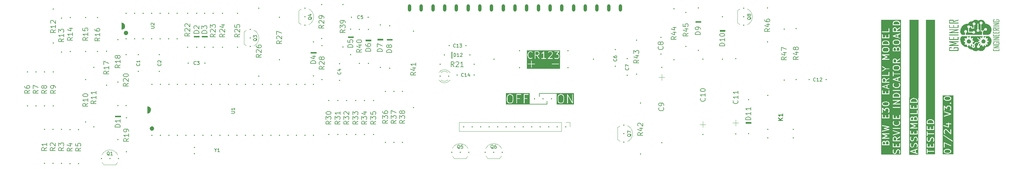
<source format=gto>
%TF.GenerationSoftware,KiCad,Pcbnew,8.0.1*%
%TF.CreationDate,2024-07-16T21:14:59+02:00*%
%TF.ProjectId,BMW E30 VFL SI Board V3,424d5720-4533-4302-9056-464c20534920,rev?*%
%TF.SameCoordinates,Original*%
%TF.FileFunction,Legend,Top*%
%TF.FilePolarity,Positive*%
%FSLAX46Y46*%
G04 Gerber Fmt 4.6, Leading zero omitted, Abs format (unit mm)*
G04 Created by KiCad (PCBNEW 8.0.1) date 2024-07-16 21:14:59*
%MOMM*%
%LPD*%
G01*
G04 APERTURE LIST*
%ADD10C,0.150000*%
%ADD11C,0.200000*%
%ADD12C,0.187500*%
%ADD13C,0.250000*%
%ADD14C,0.254000*%
%ADD15C,0.100000*%
%ADD16C,0.650000*%
%ADD17C,0.120000*%
%ADD18C,0.000000*%
%ADD19C,0.050000*%
%ADD20C,0.350000*%
%ADD21O,1.000000X2.200000*%
G04 APERTURE END LIST*
D10*
X224891400Y-131224600D02*
X217906400Y-131224600D01*
X224891400Y-130310200D02*
X224891400Y-131224600D01*
G36*
X333167000Y-106006000D02*
G01*
X335867000Y-106006000D01*
X335867000Y-129339000D01*
X333167000Y-129339000D01*
X333167000Y-106006000D01*
G37*
X222580000Y-128887800D02*
X222580000Y-127973400D01*
X222580000Y-127973400D02*
X229565000Y-127973400D01*
G36*
X338092000Y-105976000D02*
G01*
X340792000Y-105976000D01*
X340792000Y-135689000D01*
X338092000Y-135689000D01*
X338092000Y-105976000D01*
G37*
D11*
G36*
X214320538Y-128498377D02*
G01*
X214539981Y-128715550D01*
X214654759Y-129167690D01*
X214656585Y-130009758D01*
X214542974Y-130471302D01*
X214328761Y-130687755D01*
X214115569Y-130796084D01*
X213667276Y-130797757D01*
X213455623Y-130693640D01*
X213236181Y-130476466D01*
X213121405Y-130024327D01*
X213119579Y-129182258D01*
X213233189Y-128720715D01*
X213447401Y-128504264D01*
X213660594Y-128395933D01*
X214108886Y-128394260D01*
X214320538Y-128498377D01*
G37*
G36*
X219722669Y-131284898D02*
G01*
X212632527Y-131284898D01*
X212632527Y-129162676D01*
X212921416Y-129162676D01*
X212923279Y-130022471D01*
X212921534Y-130034203D01*
X212923331Y-130046357D01*
X212923337Y-130048851D01*
X212923902Y-130050215D01*
X212924402Y-130053595D01*
X213047146Y-130537120D01*
X213047146Y-130544089D01*
X213051715Y-130555120D01*
X213054806Y-130567295D01*
X213059233Y-130573270D01*
X213062078Y-130580137D01*
X213074514Y-130595291D01*
X213322055Y-130840273D01*
X213331532Y-130851200D01*
X213335830Y-130853905D01*
X213337287Y-130855347D01*
X213339724Y-130856356D01*
X213348123Y-130861643D01*
X213582869Y-130977119D01*
X213584906Y-130979156D01*
X213598221Y-130984671D01*
X213614050Y-130992458D01*
X213617633Y-130992712D01*
X213620954Y-130994088D01*
X213640463Y-130996009D01*
X214120178Y-130994218D01*
X214123194Y-130995224D01*
X214138290Y-130994151D01*
X214155210Y-130994088D01*
X214158530Y-130992712D01*
X214162114Y-130992458D01*
X214180422Y-130985452D01*
X214425851Y-130860742D01*
X214438878Y-130855347D01*
X214442793Y-130852133D01*
X214444631Y-130851200D01*
X214446359Y-130849206D01*
X214454031Y-130842911D01*
X214692322Y-130602127D01*
X214698129Y-130598644D01*
X214705155Y-130589160D01*
X214714086Y-130580137D01*
X214716931Y-130573268D01*
X214721358Y-130567294D01*
X214727953Y-130548834D01*
X214848385Y-130059576D01*
X214852828Y-130048851D01*
X214854029Y-130036645D01*
X214854631Y-130034203D01*
X214854413Y-130032744D01*
X214854749Y-130029342D01*
X214852885Y-129169546D01*
X214854631Y-129157815D01*
X214852833Y-129145660D01*
X214852828Y-129143167D01*
X214852262Y-129141802D01*
X214851763Y-129138423D01*
X214729017Y-128654894D01*
X214729017Y-128647929D01*
X214724449Y-128636900D01*
X214721358Y-128624724D01*
X214716930Y-128618748D01*
X214714086Y-128611881D01*
X214701650Y-128596727D01*
X214454110Y-128351748D01*
X214444632Y-128340819D01*
X214440332Y-128338112D01*
X214438877Y-128336672D01*
X214436440Y-128335662D01*
X214428042Y-128330376D01*
X214358179Y-128296009D01*
X215769035Y-128296009D01*
X215770956Y-130915518D01*
X215785888Y-130951566D01*
X215813478Y-130979156D01*
X215849526Y-130994088D01*
X215888544Y-130994088D01*
X215924592Y-130979156D01*
X215952182Y-130951566D01*
X215967114Y-130915518D01*
X215969035Y-130896009D01*
X215968109Y-129633889D01*
X216755211Y-129632183D01*
X216791259Y-129617251D01*
X216818849Y-129589661D01*
X216833781Y-129553613D01*
X216833781Y-129514595D01*
X216818849Y-129478547D01*
X216791259Y-129450957D01*
X216755211Y-129436025D01*
X216735702Y-129434104D01*
X215967964Y-129435768D01*
X215967201Y-128395859D01*
X217126639Y-128394088D01*
X217162687Y-128379156D01*
X217190277Y-128351566D01*
X217205209Y-128315518D01*
X217205209Y-128296009D01*
X217997606Y-128296009D01*
X217999527Y-130915518D01*
X218014459Y-130951566D01*
X218042049Y-130979156D01*
X218078097Y-130994088D01*
X218117115Y-130994088D01*
X218153163Y-130979156D01*
X218180753Y-130951566D01*
X218195685Y-130915518D01*
X218197606Y-130896009D01*
X218196680Y-129633889D01*
X218983782Y-129632183D01*
X219019830Y-129617251D01*
X219047420Y-129589661D01*
X219062352Y-129553613D01*
X219062352Y-129514595D01*
X219047420Y-129478547D01*
X219019830Y-129450957D01*
X218983782Y-129436025D01*
X218964273Y-129434104D01*
X218196535Y-129435768D01*
X218195772Y-128395859D01*
X219355210Y-128394088D01*
X219391258Y-128379156D01*
X219418848Y-128351566D01*
X219433780Y-128315518D01*
X219433780Y-128276500D01*
X219418848Y-128240452D01*
X219391258Y-128212862D01*
X219355210Y-128197930D01*
X219335701Y-128196009D01*
X218078097Y-128197930D01*
X218042049Y-128212862D01*
X218014459Y-128240452D01*
X217999527Y-128276500D01*
X217997606Y-128296009D01*
X217205209Y-128296009D01*
X217205209Y-128276500D01*
X217190277Y-128240452D01*
X217162687Y-128212862D01*
X217126639Y-128197930D01*
X217107130Y-128196009D01*
X215849526Y-128197930D01*
X215813478Y-128212862D01*
X215785888Y-128240452D01*
X215770956Y-128276500D01*
X215769035Y-128296009D01*
X214358179Y-128296009D01*
X214193294Y-128214898D01*
X214191258Y-128212862D01*
X214177942Y-128207346D01*
X214162114Y-128199560D01*
X214158530Y-128199305D01*
X214155210Y-128197930D01*
X214135701Y-128196009D01*
X213655985Y-128197799D01*
X213652970Y-128196794D01*
X213637873Y-128197866D01*
X213620954Y-128197930D01*
X213617633Y-128199305D01*
X213614050Y-128199560D01*
X213595742Y-128206566D01*
X213350303Y-128331280D01*
X213337287Y-128336672D01*
X213333374Y-128339882D01*
X213331532Y-128340819D01*
X213329799Y-128342816D01*
X213322133Y-128349108D01*
X213083843Y-128589888D01*
X213078035Y-128593373D01*
X213071005Y-128602860D01*
X213062078Y-128611881D01*
X213059233Y-128618747D01*
X213054806Y-128624723D01*
X213048211Y-128643184D01*
X212927779Y-129132441D01*
X212923337Y-129143167D01*
X212922135Y-129155372D01*
X212921534Y-129157815D01*
X212921751Y-129159273D01*
X212921416Y-129162676D01*
X212632527Y-129162676D01*
X212632527Y-127907120D01*
X219722669Y-127907120D01*
X219722669Y-131284898D01*
G37*
D12*
G36*
X347605972Y-114206527D02*
G01*
X347731378Y-114242719D01*
X347754056Y-114261350D01*
X347810000Y-114376742D01*
X347811400Y-114403133D01*
X347811400Y-115131582D01*
X347770576Y-115255448D01*
X347754056Y-115273365D01*
X347638825Y-115326261D01*
X347605972Y-115328188D01*
X345234100Y-115328188D01*
X345108694Y-115291996D01*
X345086016Y-115273365D01*
X345030072Y-115157973D01*
X345028672Y-115131582D01*
X345028672Y-114403133D01*
X345069496Y-114279267D01*
X345086016Y-114261350D01*
X345201246Y-114208454D01*
X345234100Y-114206527D01*
X345835260Y-114206527D01*
X345835260Y-114454805D01*
X345230319Y-114454805D01*
X345230319Y-115081801D01*
X347609753Y-115081801D01*
X347609753Y-114454805D01*
X346601518Y-114454805D01*
X346601518Y-114750974D01*
X346399871Y-114750974D01*
X346399871Y-114206527D01*
X347605972Y-114206527D01*
G37*
G36*
X347811400Y-112404308D02*
G01*
X347811400Y-112636202D01*
X346043208Y-112636202D01*
X345914891Y-112623506D01*
X345823917Y-112611626D01*
X347529094Y-113065332D01*
X347529094Y-113114483D01*
X345823917Y-113568189D01*
X345956455Y-113551389D01*
X346043208Y-113543613D01*
X347811400Y-113543613D01*
X347811400Y-113775507D01*
X345028672Y-113775507D01*
X345028672Y-113547394D01*
X346823960Y-113096839D01*
X346903358Y-113089907D01*
X346823960Y-113082976D01*
X345028672Y-112632421D01*
X345028672Y-112404308D01*
X347811400Y-112404308D01*
G37*
G36*
X347811400Y-111060205D02*
G01*
X347811400Y-111970767D01*
X345028672Y-111970767D01*
X345028672Y-111070918D01*
X345230319Y-111070918D01*
X345230319Y-111724380D01*
X346278883Y-111724380D01*
X346278883Y-111128891D01*
X346480530Y-111128891D01*
X346480530Y-111724380D01*
X347609753Y-111724380D01*
X347609753Y-111060205D01*
X347811400Y-111060205D01*
G37*
G36*
X347811400Y-110422497D02*
G01*
X347811400Y-110668884D01*
X345028672Y-110668884D01*
X345028672Y-110422497D01*
X347811400Y-110422497D01*
G37*
G36*
X347811400Y-108821295D02*
G01*
X347811400Y-108991434D01*
X345764684Y-109732487D01*
X347811400Y-109732487D01*
X347811400Y-109964381D01*
X345028672Y-109964381D01*
X345028672Y-109780378D01*
X347039470Y-109053819D01*
X345028672Y-109053819D01*
X345028672Y-108821295D01*
X347811400Y-108821295D01*
G37*
G36*
X347811400Y-107475932D02*
G01*
X347811400Y-108386494D01*
X345028672Y-108386494D01*
X345028672Y-107486644D01*
X345230319Y-107486644D01*
X345230319Y-108140106D01*
X346278883Y-108140106D01*
X346278883Y-107544618D01*
X346480530Y-107544618D01*
X346480530Y-108140106D01*
X347609753Y-108140106D01*
X347609753Y-107475932D01*
X347811400Y-107475932D01*
G37*
G36*
X347811400Y-105918210D02*
G01*
X347811400Y-106177200D01*
X346289596Y-106692660D01*
X346238554Y-106659262D01*
X346238554Y-106219420D01*
X345230319Y-106219420D01*
X345230319Y-106852087D01*
X347811400Y-106852087D01*
X347811400Y-107098474D01*
X345028672Y-107098474D01*
X345028672Y-106170268D01*
X345069496Y-106046402D01*
X345086016Y-106028485D01*
X345201246Y-105974982D01*
X345234100Y-105973032D01*
X346234773Y-105973032D01*
X346359955Y-106010959D01*
X346427361Y-106124740D01*
X346440201Y-106242735D01*
X346437680Y-106320873D01*
X346435159Y-106395230D01*
X346563861Y-106350349D01*
X346692628Y-106305501D01*
X346821463Y-106260686D01*
X346950363Y-106215905D01*
X347079330Y-106171156D01*
X347208364Y-106126441D01*
X347337464Y-106081759D01*
X347466631Y-106037110D01*
X347595864Y-105992495D01*
X347725163Y-105947913D01*
X347811400Y-105918210D01*
G37*
D13*
G36*
X345096067Y-144931169D02*
G01*
X345261107Y-145011612D01*
X345329272Y-145077749D01*
X345404528Y-145224529D01*
X345406004Y-145356549D01*
X345335196Y-145501822D01*
X345269060Y-145569985D01*
X345113170Y-145649912D01*
X344760576Y-145740222D01*
X344315055Y-145742360D01*
X343962408Y-145656353D01*
X343797365Y-145575909D01*
X343729205Y-145509776D01*
X343653947Y-145362993D01*
X343652471Y-145230973D01*
X343723280Y-145085698D01*
X343789414Y-145017537D01*
X343945304Y-144937610D01*
X344297898Y-144847300D01*
X344743419Y-144845162D01*
X345096067Y-144931169D01*
G37*
G36*
X345096067Y-129121644D02*
G01*
X345261107Y-129202087D01*
X345329272Y-129268224D01*
X345404528Y-129415004D01*
X345406004Y-129547024D01*
X345335196Y-129692297D01*
X345269060Y-129760460D01*
X345113170Y-129840387D01*
X344760576Y-129930697D01*
X344315055Y-129932835D01*
X343962408Y-129846828D01*
X343797365Y-129766384D01*
X343729205Y-129700251D01*
X343653947Y-129553468D01*
X343652471Y-129421448D01*
X343723280Y-129276173D01*
X343789414Y-129208012D01*
X343945304Y-129128085D01*
X344297898Y-129037775D01*
X344743419Y-129035637D01*
X345096067Y-129121644D01*
G37*
G36*
X346352650Y-146212412D02*
G01*
X343086778Y-146212412D01*
X343086778Y-145198523D01*
X343404238Y-145198523D01*
X343406161Y-145370540D01*
X343405219Y-145373366D01*
X343406374Y-145389619D01*
X343406640Y-145413386D01*
X343408358Y-145417534D01*
X343408677Y-145422016D01*
X343417435Y-145444902D01*
X343514250Y-145633730D01*
X343520543Y-145648922D01*
X343524529Y-145653780D01*
X343525727Y-145656115D01*
X343528221Y-145658278D01*
X343536088Y-145667864D01*
X343633252Y-145762137D01*
X343643075Y-145773463D01*
X343648342Y-145776779D01*
X343650268Y-145778647D01*
X343653315Y-145779909D01*
X343663812Y-145786517D01*
X343847355Y-145875979D01*
X343856798Y-145882975D01*
X343875195Y-145889548D01*
X343877174Y-145890513D01*
X343878073Y-145890576D01*
X343879873Y-145891220D01*
X344253771Y-145982409D01*
X344266756Y-145987788D01*
X344281965Y-145989286D01*
X344285065Y-145990042D01*
X344286887Y-145989770D01*
X344291142Y-145990190D01*
X344759305Y-145987943D01*
X344773409Y-145990042D01*
X344788551Y-145987803D01*
X344791719Y-145987788D01*
X344793420Y-145987083D01*
X344797650Y-145986458D01*
X345168768Y-145891403D01*
X345181301Y-145890513D01*
X345199626Y-145883500D01*
X345201677Y-145882975D01*
X345202401Y-145882438D01*
X345204187Y-145881755D01*
X345393010Y-145784942D01*
X345408207Y-145778648D01*
X345413068Y-145774658D01*
X345415400Y-145773463D01*
X345417560Y-145770971D01*
X345427149Y-145763103D01*
X345521428Y-145665933D01*
X345532749Y-145656115D01*
X345536063Y-145650849D01*
X345537933Y-145648923D01*
X345539196Y-145645872D01*
X345545803Y-145635378D01*
X345630968Y-145460649D01*
X345633172Y-145458446D01*
X345639562Y-145443017D01*
X345649799Y-145422016D01*
X345650117Y-145417534D01*
X345651836Y-145413386D01*
X345654238Y-145389000D01*
X345652314Y-145216982D01*
X345653257Y-145214157D01*
X345652101Y-145197903D01*
X345651836Y-145174137D01*
X345650117Y-145169988D01*
X345649799Y-145165507D01*
X345641042Y-145142622D01*
X345544226Y-144953794D01*
X345537933Y-144938600D01*
X345533944Y-144933740D01*
X345532749Y-144931408D01*
X345530257Y-144929246D01*
X345522388Y-144919658D01*
X345425216Y-144825378D01*
X345415400Y-144814060D01*
X345410135Y-144810745D01*
X345408207Y-144808875D01*
X345405155Y-144807611D01*
X345394663Y-144801006D01*
X345211119Y-144711543D01*
X345201677Y-144704548D01*
X345183279Y-144697974D01*
X345181301Y-144697010D01*
X345180401Y-144696946D01*
X345178602Y-144696303D01*
X344804704Y-144605113D01*
X344791719Y-144599735D01*
X344776507Y-144598236D01*
X344773409Y-144597481D01*
X344771587Y-144597752D01*
X344767333Y-144597333D01*
X344299168Y-144599579D01*
X344285065Y-144597481D01*
X344269923Y-144599719D01*
X344266756Y-144599735D01*
X344265054Y-144600439D01*
X344260825Y-144601065D01*
X343889706Y-144696119D01*
X343877174Y-144697010D01*
X343858844Y-144704023D01*
X343856798Y-144704548D01*
X343856075Y-144705083D01*
X343854289Y-144705767D01*
X343665458Y-144802583D01*
X343650268Y-144808876D01*
X343645409Y-144812862D01*
X343643075Y-144814060D01*
X343640911Y-144816554D01*
X343631326Y-144824421D01*
X343537052Y-144921585D01*
X343525727Y-144931408D01*
X343522410Y-144936675D01*
X343520543Y-144938601D01*
X343519280Y-144941648D01*
X343512673Y-144952145D01*
X343427507Y-145126873D01*
X343425304Y-145129077D01*
X343418913Y-145144505D01*
X343408677Y-145165507D01*
X343408358Y-145169988D01*
X343406640Y-145174137D01*
X343404238Y-145198523D01*
X343086778Y-145198523D01*
X343086778Y-142722333D01*
X343404238Y-142722333D01*
X343406640Y-144080052D01*
X343425304Y-144125112D01*
X343459792Y-144159600D01*
X343504852Y-144178264D01*
X343553624Y-144178264D01*
X343598684Y-144159600D01*
X343633172Y-144125112D01*
X343651836Y-144080052D01*
X343654238Y-144055666D01*
X343652212Y-142910809D01*
X345503358Y-143701767D01*
X345552127Y-143702362D01*
X345597412Y-143684248D01*
X345632317Y-143650184D01*
X345651529Y-143605355D01*
X345652124Y-143556587D01*
X345634010Y-143511302D01*
X345599946Y-143476397D01*
X345578478Y-143464583D01*
X343599134Y-142618849D01*
X343598684Y-142618399D01*
X343578931Y-142610217D01*
X343555117Y-142600042D01*
X343554342Y-142600032D01*
X343553624Y-142599735D01*
X343529997Y-142599735D01*
X343506349Y-142599446D01*
X343505626Y-142599735D01*
X343504852Y-142599735D01*
X343483040Y-142608769D01*
X343461064Y-142617560D01*
X343460508Y-142618102D01*
X343459792Y-142618399D01*
X343443071Y-142635119D01*
X343426159Y-142651625D01*
X343425853Y-142652337D01*
X343425304Y-142652887D01*
X343416241Y-142674766D01*
X343406947Y-142696454D01*
X343406937Y-142697228D01*
X343406640Y-142697947D01*
X343404238Y-142722333D01*
X343086778Y-142722333D01*
X343086778Y-140531987D01*
X343309000Y-140531987D01*
X343318565Y-140579814D01*
X343345704Y-140620338D01*
X343364662Y-140635863D01*
X345957714Y-142361677D01*
X346005559Y-142371142D01*
X346053385Y-142361577D01*
X346093909Y-142334438D01*
X346120963Y-142293857D01*
X346130428Y-142246012D01*
X346120863Y-142198186D01*
X346093724Y-142157661D01*
X346074766Y-142142136D01*
X343481715Y-140416322D01*
X343433870Y-140406857D01*
X343386043Y-140416422D01*
X343345519Y-140443561D01*
X343318465Y-140484142D01*
X343309000Y-140531987D01*
X343086778Y-140531987D01*
X343086778Y-139198523D01*
X343404238Y-139198523D01*
X343406430Y-139655445D01*
X343405219Y-139659080D01*
X343406536Y-139677621D01*
X343406640Y-139699100D01*
X343408358Y-139703248D01*
X343408677Y-139707730D01*
X343417435Y-139730616D01*
X343514250Y-139919444D01*
X343520543Y-139934636D01*
X343524529Y-139939494D01*
X343525727Y-139941829D01*
X343528221Y-139943992D01*
X343536088Y-139953578D01*
X343650268Y-140064361D01*
X343695327Y-140083026D01*
X343744101Y-140083026D01*
X343789160Y-140064361D01*
X343823647Y-140029874D01*
X343842312Y-139984815D01*
X343842312Y-139936041D01*
X343823647Y-139890982D01*
X343808102Y-139872040D01*
X343729205Y-139795490D01*
X343654114Y-139649034D01*
X343652112Y-139231710D01*
X343723280Y-139085698D01*
X343789414Y-139017537D01*
X343936196Y-138942280D01*
X344075193Y-138940726D01*
X344315811Y-139018964D01*
X345459792Y-140159600D01*
X345504852Y-140178264D01*
X345553624Y-140178264D01*
X345553625Y-140178264D01*
X345598685Y-140159600D01*
X345633172Y-140125113D01*
X345651836Y-140080053D01*
X345651836Y-140080052D01*
X345654238Y-140055666D01*
X345651836Y-138793185D01*
X345633172Y-138748125D01*
X345598684Y-138713637D01*
X345553624Y-138694973D01*
X345504852Y-138694973D01*
X345459792Y-138713637D01*
X345425304Y-138748125D01*
X345406640Y-138793185D01*
X345404238Y-138817571D01*
X345406024Y-139756294D01*
X344487047Y-138840006D01*
X344485129Y-138836169D01*
X344470305Y-138823313D01*
X344455826Y-138808876D01*
X344451676Y-138807157D01*
X344448283Y-138804214D01*
X344425908Y-138794224D01*
X344141063Y-138701604D01*
X344125052Y-138694973D01*
X344118761Y-138694353D01*
X344116300Y-138693553D01*
X344113009Y-138693786D01*
X344100666Y-138692571D01*
X343928649Y-138694494D01*
X343925824Y-138693552D01*
X343909570Y-138694707D01*
X343885804Y-138694973D01*
X343881655Y-138696691D01*
X343877174Y-138697010D01*
X343854289Y-138705767D01*
X343665458Y-138802583D01*
X343650268Y-138808876D01*
X343645409Y-138812862D01*
X343643075Y-138814060D01*
X343640911Y-138816554D01*
X343631326Y-138824421D01*
X343537052Y-138921585D01*
X343525727Y-138931408D01*
X343522410Y-138936675D01*
X343520543Y-138938601D01*
X343519280Y-138941648D01*
X343512673Y-138952145D01*
X343427507Y-139126873D01*
X343425304Y-139129077D01*
X343418913Y-139144505D01*
X343408677Y-139165507D01*
X343408358Y-139169988D01*
X343406640Y-139174137D01*
X343404238Y-139198523D01*
X343086778Y-139198523D01*
X343086778Y-137563842D01*
X343309982Y-137563842D01*
X343313439Y-137612491D01*
X343335251Y-137656116D01*
X343372097Y-137688071D01*
X343394472Y-137698061D01*
X344820245Y-138170833D01*
X344838185Y-138178264D01*
X344842655Y-138178264D01*
X344846937Y-138179684D01*
X344866921Y-138178264D01*
X344886957Y-138178264D01*
X344891106Y-138176545D01*
X344895587Y-138176227D01*
X344913508Y-138167266D01*
X344932017Y-138159600D01*
X344935193Y-138156424D01*
X344939211Y-138154415D01*
X344952336Y-138139280D01*
X344966505Y-138125112D01*
X344968224Y-138120960D01*
X344971166Y-138117569D01*
X344977499Y-138098567D01*
X344985169Y-138080052D01*
X344985797Y-138073675D01*
X344986589Y-138071300D01*
X344986355Y-138068009D01*
X344987571Y-138055666D01*
X344985994Y-137226887D01*
X345553624Y-137225883D01*
X345598684Y-137207219D01*
X345633172Y-137172731D01*
X345651836Y-137127671D01*
X345651836Y-137078899D01*
X345633172Y-137033839D01*
X345598684Y-136999351D01*
X345553624Y-136980687D01*
X345529238Y-136978285D01*
X344985523Y-136979246D01*
X344985169Y-136793185D01*
X344966505Y-136748125D01*
X344932017Y-136713637D01*
X344886957Y-136694973D01*
X344838185Y-136694973D01*
X344793125Y-136713637D01*
X344758637Y-136748125D01*
X344739973Y-136793185D01*
X344737571Y-136817571D01*
X344737879Y-136979685D01*
X344171518Y-136980687D01*
X344126458Y-136999351D01*
X344091970Y-137033839D01*
X344073306Y-137078899D01*
X344073306Y-137127671D01*
X344091970Y-137172731D01*
X344126458Y-137207219D01*
X344171518Y-137225883D01*
X344195904Y-137228285D01*
X344738350Y-137227325D01*
X344739598Y-137883197D01*
X343449634Y-137455458D01*
X343400985Y-137458915D01*
X343357360Y-137480727D01*
X343325405Y-137517573D01*
X343309982Y-137563842D01*
X343086778Y-137563842D01*
X343086778Y-134833204D01*
X343405220Y-134833204D01*
X343420643Y-134879473D01*
X343452598Y-134916319D01*
X343496223Y-134938131D01*
X343544872Y-134941588D01*
X343568766Y-134936155D01*
X345553524Y-134272085D01*
X345562253Y-134271465D01*
X345576158Y-134264512D01*
X345591142Y-134259499D01*
X345597890Y-134253646D01*
X345605877Y-134249653D01*
X345616142Y-134237816D01*
X345627987Y-134227544D01*
X345631982Y-134219552D01*
X345637833Y-134212807D01*
X345642788Y-134197939D01*
X345649799Y-134183919D01*
X345650432Y-134175009D01*
X345653256Y-134166538D01*
X345652145Y-134150904D01*
X345653256Y-134135270D01*
X345650432Y-134126798D01*
X345649799Y-134117889D01*
X345642788Y-134103868D01*
X345637833Y-134089001D01*
X345631982Y-134082254D01*
X345627987Y-134074264D01*
X345616146Y-134063995D01*
X345605878Y-134052155D01*
X345597886Y-134048159D01*
X345591141Y-134042309D01*
X345568766Y-134032319D01*
X343544872Y-133360219D01*
X343496223Y-133363676D01*
X343452598Y-133385488D01*
X343420643Y-133422334D01*
X343405220Y-133468603D01*
X343408677Y-133517252D01*
X343430489Y-133560877D01*
X343467335Y-133592832D01*
X343489710Y-133602822D01*
X345137707Y-134150093D01*
X343467335Y-134708975D01*
X343430489Y-134740930D01*
X343408677Y-134784555D01*
X343405220Y-134833204D01*
X343086778Y-134833204D01*
X343086778Y-131769951D01*
X343404238Y-131769951D01*
X343406640Y-133032432D01*
X343425304Y-133077492D01*
X343459792Y-133111980D01*
X343504852Y-133130644D01*
X343553624Y-133130644D01*
X343598684Y-133111980D01*
X343633172Y-133077492D01*
X343651836Y-133032432D01*
X343654238Y-133008046D01*
X343652401Y-132042976D01*
X344208008Y-132526864D01*
X344221696Y-132540552D01*
X344225564Y-132542154D01*
X344228763Y-132544940D01*
X344247988Y-132551442D01*
X344266756Y-132559216D01*
X344270972Y-132559216D01*
X344274964Y-132560566D01*
X344295216Y-132559216D01*
X344315528Y-132559216D01*
X344319423Y-132557602D01*
X344323629Y-132557322D01*
X344341819Y-132548325D01*
X344360588Y-132540552D01*
X344363571Y-132537568D01*
X344367348Y-132535701D01*
X344380711Y-132520429D01*
X344395076Y-132506064D01*
X344396690Y-132502167D01*
X344399464Y-132498997D01*
X344405965Y-132479773D01*
X344413740Y-132461004D01*
X344414326Y-132455053D01*
X344415090Y-132452795D01*
X344414871Y-132449516D01*
X344416142Y-132436618D01*
X344414183Y-132183748D01*
X344485183Y-132038080D01*
X344551320Y-131969916D01*
X344697774Y-131894827D01*
X345115097Y-131892825D01*
X345261107Y-131963992D01*
X345329272Y-132030129D01*
X345404341Y-132176543D01*
X345406407Y-132689054D01*
X345335196Y-132835154D01*
X345234828Y-132938599D01*
X345216163Y-132983659D01*
X345216163Y-133032432D01*
X345234827Y-133077492D01*
X345269314Y-133111979D01*
X345314374Y-133130644D01*
X345363147Y-133130644D01*
X345408207Y-133111980D01*
X345427149Y-133096435D01*
X345521428Y-132999265D01*
X345532749Y-132989447D01*
X345536063Y-132984181D01*
X345537933Y-132982255D01*
X345539196Y-132979204D01*
X345545803Y-132968710D01*
X345630968Y-132793981D01*
X345633172Y-132791778D01*
X345639562Y-132776349D01*
X345649799Y-132755348D01*
X345650117Y-132750866D01*
X345651836Y-132746718D01*
X345654238Y-132722332D01*
X345652012Y-132170270D01*
X345653257Y-132166537D01*
X345651921Y-132147749D01*
X345651836Y-132126517D01*
X345650117Y-132122368D01*
X345649799Y-132117887D01*
X345641042Y-132095002D01*
X345544226Y-131906174D01*
X345537933Y-131890980D01*
X345533944Y-131886120D01*
X345532749Y-131883788D01*
X345530257Y-131881626D01*
X345522388Y-131872038D01*
X345425216Y-131777758D01*
X345415400Y-131766440D01*
X345410135Y-131763125D01*
X345408207Y-131761255D01*
X345405155Y-131759991D01*
X345394663Y-131753386D01*
X345219934Y-131668220D01*
X345217731Y-131666017D01*
X345202302Y-131659626D01*
X345181301Y-131649390D01*
X345176819Y-131649071D01*
X345172671Y-131647353D01*
X345148285Y-131644951D01*
X344691363Y-131647143D01*
X344687729Y-131645932D01*
X344669187Y-131647249D01*
X344647709Y-131647353D01*
X344643560Y-131649071D01*
X344639079Y-131649390D01*
X344616194Y-131658147D01*
X344427372Y-131754958D01*
X344412173Y-131761255D01*
X344407311Y-131765244D01*
X344404980Y-131766440D01*
X344402819Y-131768931D01*
X344393231Y-131776800D01*
X344298951Y-131873969D01*
X344287631Y-131883788D01*
X344284316Y-131889053D01*
X344282447Y-131890980D01*
X344281183Y-131894030D01*
X344274577Y-131904525D01*
X344189411Y-132079253D01*
X344187208Y-132081457D01*
X344180817Y-132096885D01*
X344170581Y-132117887D01*
X344170262Y-132122368D01*
X344168544Y-132126517D01*
X344166142Y-132150903D01*
X344166228Y-132162068D01*
X343612363Y-131679696D01*
X343598684Y-131666017D01*
X343594817Y-131664415D01*
X343591617Y-131661628D01*
X343572378Y-131655121D01*
X343553624Y-131647353D01*
X343549410Y-131647353D01*
X343545416Y-131646002D01*
X343525155Y-131647353D01*
X343504852Y-131647353D01*
X343500956Y-131648966D01*
X343496750Y-131649247D01*
X343478551Y-131658246D01*
X343459792Y-131666017D01*
X343456810Y-131668998D01*
X343453032Y-131670867D01*
X343439661Y-131686147D01*
X343425304Y-131700505D01*
X343423690Y-131704399D01*
X343420915Y-131707572D01*
X343414408Y-131726810D01*
X343406640Y-131745565D01*
X343406054Y-131751509D01*
X343405289Y-131753773D01*
X343405508Y-131757057D01*
X343404238Y-131769951D01*
X343086778Y-131769951D01*
X343086778Y-130937194D01*
X345216163Y-130937194D01*
X345234827Y-130982254D01*
X345234828Y-130982255D01*
X345250373Y-131001197D01*
X345364554Y-131111980D01*
X345409614Y-131130645D01*
X345458388Y-131130644D01*
X345503447Y-131111979D01*
X345503451Y-131111974D01*
X345522388Y-131096434D01*
X345633138Y-130982287D01*
X345633172Y-130982254D01*
X345651836Y-130937194D01*
X345651836Y-130888422D01*
X345633172Y-130843362D01*
X345633166Y-130843356D01*
X345617626Y-130824420D01*
X345503479Y-130713669D01*
X345503447Y-130713637D01*
X345458388Y-130694972D01*
X345409614Y-130694971D01*
X345364554Y-130713636D01*
X345345612Y-130729181D01*
X345234828Y-130843361D01*
X345234827Y-130843362D01*
X345216163Y-130888422D01*
X345216163Y-130937194D01*
X343086778Y-130937194D01*
X343086778Y-129388998D01*
X343404238Y-129388998D01*
X343406161Y-129561015D01*
X343405219Y-129563841D01*
X343406374Y-129580094D01*
X343406640Y-129603861D01*
X343408358Y-129608009D01*
X343408677Y-129612491D01*
X343417435Y-129635377D01*
X343514250Y-129824205D01*
X343520543Y-129839397D01*
X343524529Y-129844255D01*
X343525727Y-129846590D01*
X343528221Y-129848753D01*
X343536088Y-129858339D01*
X343633252Y-129952612D01*
X343643075Y-129963938D01*
X343648342Y-129967254D01*
X343650268Y-129969122D01*
X343653315Y-129970384D01*
X343663812Y-129976992D01*
X343847355Y-130066454D01*
X343856798Y-130073450D01*
X343875195Y-130080023D01*
X343877174Y-130080988D01*
X343878073Y-130081051D01*
X343879873Y-130081695D01*
X344253771Y-130172884D01*
X344266756Y-130178263D01*
X344281965Y-130179761D01*
X344285065Y-130180517D01*
X344286887Y-130180245D01*
X344291142Y-130180665D01*
X344759305Y-130178418D01*
X344773409Y-130180517D01*
X344788551Y-130178278D01*
X344791719Y-130178263D01*
X344793420Y-130177558D01*
X344797650Y-130176933D01*
X345168768Y-130081878D01*
X345181301Y-130080988D01*
X345199626Y-130073975D01*
X345201677Y-130073450D01*
X345202401Y-130072913D01*
X345204187Y-130072230D01*
X345393010Y-129975417D01*
X345408207Y-129969123D01*
X345413068Y-129965133D01*
X345415400Y-129963938D01*
X345417560Y-129961446D01*
X345427149Y-129953578D01*
X345521428Y-129856408D01*
X345532749Y-129846590D01*
X345536063Y-129841324D01*
X345537933Y-129839398D01*
X345539196Y-129836347D01*
X345545803Y-129825853D01*
X345630968Y-129651124D01*
X345633172Y-129648921D01*
X345639562Y-129633492D01*
X345649799Y-129612491D01*
X345650117Y-129608009D01*
X345651836Y-129603861D01*
X345654238Y-129579475D01*
X345652314Y-129407457D01*
X345653257Y-129404632D01*
X345652101Y-129388378D01*
X345651836Y-129364612D01*
X345650117Y-129360463D01*
X345649799Y-129355982D01*
X345641042Y-129333097D01*
X345544226Y-129144269D01*
X345537933Y-129129075D01*
X345533944Y-129124215D01*
X345532749Y-129121883D01*
X345530257Y-129119721D01*
X345522388Y-129110133D01*
X345425216Y-129015853D01*
X345415400Y-129004535D01*
X345410135Y-129001220D01*
X345408207Y-128999350D01*
X345405155Y-128998086D01*
X345394663Y-128991481D01*
X345211119Y-128902018D01*
X345201677Y-128895023D01*
X345183279Y-128888449D01*
X345181301Y-128887485D01*
X345180401Y-128887421D01*
X345178602Y-128886778D01*
X344804704Y-128795588D01*
X344791719Y-128790210D01*
X344776507Y-128788711D01*
X344773409Y-128787956D01*
X344771587Y-128788227D01*
X344767333Y-128787808D01*
X344299168Y-128790054D01*
X344285065Y-128787956D01*
X344269923Y-128790194D01*
X344266756Y-128790210D01*
X344265054Y-128790914D01*
X344260825Y-128791540D01*
X343889706Y-128886594D01*
X343877174Y-128887485D01*
X343858844Y-128894498D01*
X343856798Y-128895023D01*
X343856075Y-128895558D01*
X343854289Y-128896242D01*
X343665458Y-128993058D01*
X343650268Y-128999351D01*
X343645409Y-129003337D01*
X343643075Y-129004535D01*
X343640911Y-129007029D01*
X343631326Y-129014896D01*
X343537052Y-129112060D01*
X343525727Y-129121883D01*
X343522410Y-129127150D01*
X343520543Y-129129076D01*
X343519280Y-129132123D01*
X343512673Y-129142620D01*
X343427507Y-129317348D01*
X343425304Y-129319552D01*
X343418913Y-129334980D01*
X343408677Y-129355982D01*
X343408358Y-129360463D01*
X343406640Y-129364612D01*
X343404238Y-129388998D01*
X343086778Y-129388998D01*
X343086778Y-128565586D01*
X346352650Y-128565586D01*
X346352650Y-146212412D01*
G37*
G36*
X325756602Y-142534519D02*
G01*
X325824763Y-142600653D01*
X325899820Y-142747042D01*
X325901618Y-143264485D01*
X325196923Y-143265321D01*
X325195148Y-142754771D01*
X325266392Y-142608604D01*
X325332526Y-142540443D01*
X325479308Y-142465186D01*
X325611327Y-142463710D01*
X325756602Y-142534519D01*
G37*
G36*
X326804219Y-142439280D02*
G01*
X326872384Y-142505417D01*
X326947428Y-142651782D01*
X326949296Y-143263242D01*
X326149300Y-143264191D01*
X326147506Y-142748069D01*
X326226365Y-142505541D01*
X326284907Y-142445205D01*
X326431512Y-142370038D01*
X326658551Y-142368280D01*
X326804219Y-142439280D01*
G37*
G36*
X329071726Y-141201184D02*
G01*
X329139891Y-141267321D01*
X329214935Y-141413686D01*
X329215723Y-141671773D01*
X329214886Y-141676520D01*
X329215750Y-141680419D01*
X329216806Y-142026276D01*
X328416862Y-142027225D01*
X328415012Y-141421487D01*
X328486280Y-141275270D01*
X328552414Y-141207109D01*
X328699019Y-141131942D01*
X328926058Y-141130184D01*
X329071726Y-141201184D01*
G37*
G36*
X326639179Y-130739789D02*
G01*
X326804219Y-130820232D01*
X326872384Y-130886369D01*
X326947640Y-131033149D01*
X326949116Y-131165169D01*
X326878308Y-131310442D01*
X326812172Y-131378605D01*
X326656282Y-131458532D01*
X326303688Y-131548842D01*
X325858167Y-131550980D01*
X325505520Y-131464973D01*
X325340477Y-131384529D01*
X325272317Y-131318396D01*
X325197059Y-131171613D01*
X325195583Y-131039593D01*
X325266392Y-130894318D01*
X325332526Y-130826157D01*
X325488416Y-130746230D01*
X325841010Y-130655920D01*
X326286531Y-130653782D01*
X326639179Y-130739789D01*
G37*
G36*
X329763829Y-128168359D02*
G01*
X329928576Y-128248660D01*
X330086677Y-128404195D01*
X330167305Y-128640259D01*
X330168923Y-128977526D01*
X328416648Y-128979605D01*
X328415079Y-128652626D01*
X328493748Y-128410683D01*
X328646690Y-128255220D01*
X328803542Y-128174800D01*
X329156217Y-128084470D01*
X329411747Y-128082490D01*
X329763829Y-128168359D01*
G37*
G36*
X326377840Y-126263844D02*
G01*
X325463880Y-125960334D01*
X326376343Y-125655037D01*
X326377840Y-126263844D01*
G37*
G36*
X325851838Y-123677374D02*
G01*
X325920003Y-123743511D01*
X325995047Y-123889876D01*
X325995835Y-124147963D01*
X325994998Y-124152710D01*
X325995862Y-124156609D01*
X325996918Y-124502466D01*
X325196974Y-124503415D01*
X325195124Y-123897677D01*
X325266392Y-123751460D01*
X325332526Y-123683299D01*
X325479131Y-123608132D01*
X325706170Y-123606374D01*
X325851838Y-123677374D01*
G37*
G36*
X329597728Y-124073367D02*
G01*
X328683768Y-123769857D01*
X329596231Y-123464560D01*
X329597728Y-124073367D01*
G37*
G36*
X329940284Y-119879225D02*
G01*
X330091778Y-120028259D01*
X330167390Y-120175734D01*
X330169299Y-120497894D01*
X330098337Y-120643482D01*
X329945946Y-120798385D01*
X329618849Y-120882164D01*
X328983075Y-120884374D01*
X328644190Y-120801723D01*
X328492699Y-120652690D01*
X328417085Y-120505214D01*
X328415176Y-120183054D01*
X328486138Y-120037466D01*
X328638529Y-119882563D01*
X328965625Y-119798784D01*
X329601399Y-119796574D01*
X329940284Y-119879225D01*
G37*
G36*
X329071726Y-117867849D02*
G01*
X329139891Y-117933986D01*
X329214935Y-118080351D01*
X329215723Y-118338438D01*
X329214886Y-118343185D01*
X329215750Y-118347084D01*
X329216806Y-118692941D01*
X328416862Y-118693890D01*
X328415012Y-118088152D01*
X328486280Y-117941935D01*
X328552414Y-117873774D01*
X328699019Y-117798607D01*
X328926058Y-117796849D01*
X329071726Y-117867849D01*
G37*
G36*
X326720396Y-114450654D02*
G01*
X326871890Y-114599688D01*
X326947502Y-114747163D01*
X326949411Y-115069323D01*
X326878449Y-115214911D01*
X326726058Y-115369814D01*
X326398961Y-115453593D01*
X325763187Y-115455803D01*
X325424302Y-115373152D01*
X325272811Y-115224119D01*
X325197197Y-115076643D01*
X325195288Y-114754483D01*
X325266250Y-114608895D01*
X325418641Y-114453992D01*
X325745737Y-114370213D01*
X326381511Y-114368003D01*
X326720396Y-114450654D01*
G37*
G36*
X328976490Y-114439278D02*
G01*
X329044651Y-114505412D01*
X329119708Y-114651801D01*
X329121506Y-115169244D01*
X328416811Y-115170080D01*
X328415036Y-114659530D01*
X328486280Y-114513363D01*
X328552414Y-114445202D01*
X328699196Y-114369945D01*
X328831215Y-114368469D01*
X328976490Y-114439278D01*
G37*
G36*
X330024107Y-114344039D02*
G01*
X330092272Y-114410176D01*
X330167316Y-114556541D01*
X330169184Y-115168001D01*
X329369188Y-115168950D01*
X329367394Y-114652828D01*
X329446253Y-114410300D01*
X329504795Y-114349964D01*
X329651400Y-114274797D01*
X329878439Y-114273039D01*
X330024107Y-114344039D01*
G37*
G36*
X326543941Y-112454073D02*
G01*
X326708688Y-112534374D01*
X326866789Y-112689909D01*
X326947417Y-112925973D01*
X326949035Y-113263240D01*
X325196760Y-113265319D01*
X325195191Y-112938340D01*
X325273860Y-112696397D01*
X325426802Y-112540934D01*
X325583654Y-112460514D01*
X325936329Y-112370184D01*
X326191859Y-112368204D01*
X326543941Y-112454073D01*
G37*
G36*
X329940284Y-112260177D02*
G01*
X330091778Y-112409211D01*
X330167390Y-112556686D01*
X330169299Y-112878846D01*
X330098337Y-113024434D01*
X329945946Y-113179337D01*
X329618849Y-113263116D01*
X328983075Y-113265326D01*
X328644190Y-113182675D01*
X328492699Y-113033642D01*
X328417085Y-112886166D01*
X328415176Y-112564006D01*
X328486138Y-112418418D01*
X328638529Y-112263515D01*
X328965625Y-112179736D01*
X329601399Y-112177526D01*
X329940284Y-112260177D01*
G37*
G36*
X329597728Y-111120985D02*
G01*
X328683768Y-110817475D01*
X329596231Y-110512178D01*
X329597728Y-111120985D01*
G37*
G36*
X329071726Y-108534515D02*
G01*
X329139891Y-108600652D01*
X329214935Y-108747017D01*
X329215723Y-109005104D01*
X329214886Y-109009851D01*
X329215750Y-109013750D01*
X329216806Y-109359607D01*
X328416862Y-109360556D01*
X328415012Y-108754818D01*
X328486280Y-108608601D01*
X328552414Y-108540440D01*
X328699019Y-108465273D01*
X328926058Y-108463515D01*
X329071726Y-108534515D01*
G37*
G36*
X329763829Y-106549310D02*
G01*
X329928576Y-106629611D01*
X330086677Y-106785146D01*
X330167305Y-107021210D01*
X330168923Y-107358477D01*
X328416648Y-107360556D01*
X328415079Y-107033577D01*
X328493748Y-106791634D01*
X328646690Y-106636171D01*
X328803542Y-106555751D01*
X329156217Y-106465421D01*
X329411747Y-106463441D01*
X329763829Y-106549310D01*
G37*
G36*
X330639460Y-146306746D02*
G01*
X324725128Y-146306746D01*
X324725128Y-145102381D01*
X328167238Y-145102381D01*
X328169430Y-145559303D01*
X328168219Y-145562938D01*
X328169536Y-145581479D01*
X328169640Y-145602958D01*
X328171358Y-145607106D01*
X328171677Y-145611588D01*
X328180435Y-145634474D01*
X328277250Y-145823302D01*
X328283543Y-145838494D01*
X328287529Y-145843352D01*
X328288727Y-145845687D01*
X328291221Y-145847850D01*
X328299088Y-145857436D01*
X328396252Y-145951709D01*
X328406075Y-145963035D01*
X328411342Y-145966351D01*
X328413268Y-145968219D01*
X328416315Y-145969481D01*
X328426812Y-145976089D01*
X328601540Y-146061254D01*
X328603744Y-146063458D01*
X328619172Y-146069848D01*
X328640174Y-146080085D01*
X328644655Y-146080403D01*
X328648804Y-146082122D01*
X328673190Y-146084524D01*
X328845206Y-146082600D01*
X328848032Y-146083543D01*
X328864285Y-146082387D01*
X328888052Y-146082122D01*
X328892200Y-146080403D01*
X328896682Y-146080085D01*
X328919568Y-146071327D01*
X329108396Y-145974511D01*
X329123588Y-145968219D01*
X329128446Y-145964232D01*
X329130781Y-145963035D01*
X329132944Y-145960540D01*
X329142530Y-145952674D01*
X329236803Y-145855509D01*
X329248129Y-145845687D01*
X329251445Y-145840419D01*
X329253313Y-145838494D01*
X329254575Y-145835446D01*
X329261183Y-145824950D01*
X329350646Y-145641405D01*
X329357642Y-145631964D01*
X329364214Y-145613569D01*
X329365180Y-145611589D01*
X329365244Y-145610688D01*
X329365887Y-145608889D01*
X329453455Y-145249836D01*
X329533899Y-145084794D01*
X329600033Y-145016633D01*
X329746815Y-144941376D01*
X329878834Y-144939900D01*
X330024107Y-145010708D01*
X330092272Y-145076845D01*
X330167361Y-145223298D01*
X330169396Y-145647373D01*
X330072982Y-145943890D01*
X330076439Y-145992539D01*
X330098251Y-146036164D01*
X330135097Y-146068119D01*
X330181366Y-146083542D01*
X330230015Y-146080085D01*
X330273640Y-146058273D01*
X330305595Y-146021427D01*
X330315585Y-145999052D01*
X330408204Y-145714207D01*
X330414836Y-145698196D01*
X330415455Y-145691905D01*
X330416256Y-145689444D01*
X330416022Y-145686153D01*
X330417238Y-145673810D01*
X330415045Y-145216887D01*
X330416257Y-145213253D01*
X330414939Y-145194711D01*
X330414836Y-145173233D01*
X330413117Y-145169084D01*
X330412799Y-145164603D01*
X330404042Y-145141718D01*
X330307226Y-144952890D01*
X330300933Y-144937696D01*
X330296944Y-144932836D01*
X330295749Y-144930504D01*
X330293257Y-144928342D01*
X330285388Y-144918754D01*
X330188216Y-144824474D01*
X330178400Y-144813156D01*
X330173135Y-144809841D01*
X330171207Y-144807971D01*
X330168155Y-144806707D01*
X330157663Y-144800102D01*
X329982934Y-144714936D01*
X329980731Y-144712733D01*
X329965302Y-144706342D01*
X329944301Y-144696106D01*
X329939819Y-144695787D01*
X329935671Y-144694069D01*
X329911285Y-144691667D01*
X329739268Y-144693590D01*
X329736443Y-144692648D01*
X329720189Y-144693803D01*
X329696423Y-144694069D01*
X329692274Y-144695787D01*
X329687793Y-144696106D01*
X329664908Y-144704863D01*
X329476077Y-144801679D01*
X329460887Y-144807972D01*
X329456028Y-144811958D01*
X329453694Y-144813156D01*
X329451530Y-144815650D01*
X329441945Y-144823517D01*
X329347671Y-144920681D01*
X329336346Y-144930504D01*
X329333029Y-144935771D01*
X329331162Y-144937697D01*
X329329899Y-144940744D01*
X329323292Y-144951241D01*
X329233829Y-145134784D01*
X329226834Y-145144227D01*
X329220260Y-145162624D01*
X329219296Y-145164603D01*
X329219232Y-145165502D01*
X329218589Y-145167302D01*
X329131020Y-145526353D01*
X329050575Y-145691395D01*
X328984442Y-145759556D01*
X328837659Y-145834814D01*
X328705640Y-145836290D01*
X328560365Y-145765481D01*
X328492205Y-145699348D01*
X328417114Y-145552892D01*
X328415079Y-145128817D01*
X328511494Y-144832301D01*
X328508037Y-144783652D01*
X328486225Y-144740027D01*
X328449379Y-144708072D01*
X328403110Y-144692649D01*
X328354461Y-144696106D01*
X328310836Y-144717918D01*
X328278881Y-144754764D01*
X328268891Y-144777139D01*
X328176271Y-145061983D01*
X328169640Y-145077995D01*
X328169020Y-145084285D01*
X328168220Y-145086747D01*
X328168453Y-145090037D01*
X328167238Y-145102381D01*
X324725128Y-145102381D01*
X324725128Y-142721429D01*
X324947350Y-142721429D01*
X324949752Y-143412482D01*
X324968416Y-143457542D01*
X325002904Y-143492030D01*
X325047964Y-143510694D01*
X325072350Y-143513096D01*
X327096736Y-143510694D01*
X327141796Y-143492030D01*
X327176284Y-143457542D01*
X327194948Y-143412482D01*
X327197350Y-143388096D01*
X327196186Y-143007143D01*
X328167238Y-143007143D01*
X328169640Y-143983910D01*
X328188304Y-144028970D01*
X328222792Y-144063458D01*
X328267852Y-144082122D01*
X328292238Y-144084524D01*
X330316624Y-144082122D01*
X330361684Y-144063458D01*
X330396172Y-144028970D01*
X330414836Y-143983910D01*
X330417238Y-143959524D01*
X330414836Y-142982757D01*
X330396172Y-142937697D01*
X330361684Y-142903209D01*
X330316624Y-142884545D01*
X330267852Y-142884545D01*
X330222792Y-142903209D01*
X330188304Y-142937697D01*
X330169640Y-142982757D01*
X330167238Y-143007143D01*
X330169272Y-143834669D01*
X329369188Y-143835619D01*
X329367217Y-143268471D01*
X329348553Y-143223411D01*
X329314065Y-143188923D01*
X329269005Y-143170259D01*
X329220233Y-143170259D01*
X329175173Y-143188923D01*
X329140685Y-143223411D01*
X329122021Y-143268471D01*
X329119619Y-143292857D01*
X329121506Y-143835913D01*
X328416936Y-143836749D01*
X328414836Y-142982757D01*
X328396172Y-142937697D01*
X328361684Y-142903209D01*
X328316624Y-142884545D01*
X328267852Y-142884545D01*
X328222792Y-142903209D01*
X328188304Y-142937697D01*
X328169640Y-142982757D01*
X328167238Y-143007143D01*
X327196186Y-143007143D01*
X327195082Y-142645685D01*
X327196369Y-142641825D01*
X327195011Y-142622732D01*
X327194948Y-142601805D01*
X327193229Y-142597656D01*
X327192911Y-142593175D01*
X327184154Y-142570290D01*
X327087338Y-142381462D01*
X327081045Y-142366268D01*
X327077056Y-142361408D01*
X327075861Y-142359076D01*
X327073369Y-142356914D01*
X327065500Y-142347326D01*
X326968328Y-142253046D01*
X326958512Y-142241728D01*
X326953247Y-142238413D01*
X326951319Y-142236543D01*
X326948267Y-142235279D01*
X326937775Y-142228674D01*
X326763046Y-142143508D01*
X326760843Y-142141305D01*
X326745414Y-142134914D01*
X326724413Y-142124678D01*
X326719931Y-142124359D01*
X326715783Y-142122641D01*
X326691397Y-142120239D01*
X326424574Y-142122305D01*
X326421317Y-142121220D01*
X326403774Y-142122466D01*
X326381297Y-142122641D01*
X326377148Y-142124359D01*
X326372667Y-142124678D01*
X326349782Y-142133435D01*
X326160951Y-142230251D01*
X326145761Y-142236544D01*
X326140902Y-142240530D01*
X326138568Y-142241728D01*
X326136404Y-142244222D01*
X326126819Y-142252089D01*
X326045539Y-142335860D01*
X326043329Y-142336966D01*
X326033744Y-142348017D01*
X326016036Y-142366269D01*
X326014317Y-142370418D01*
X326011374Y-142373812D01*
X326001384Y-142396187D01*
X325993876Y-142419275D01*
X325920715Y-142348291D01*
X325910893Y-142336966D01*
X325905625Y-142333649D01*
X325903700Y-142331782D01*
X325900652Y-142330519D01*
X325890156Y-142323912D01*
X325715427Y-142238746D01*
X325713224Y-142236543D01*
X325697795Y-142230152D01*
X325676794Y-142219916D01*
X325672312Y-142219597D01*
X325668164Y-142217879D01*
X325643778Y-142215477D01*
X325471761Y-142217400D01*
X325468936Y-142216458D01*
X325452682Y-142217613D01*
X325428916Y-142217879D01*
X325424767Y-142219597D01*
X325420286Y-142219916D01*
X325397401Y-142228673D01*
X325208570Y-142325489D01*
X325193380Y-142331782D01*
X325188521Y-142335768D01*
X325186187Y-142336966D01*
X325184023Y-142339460D01*
X325174438Y-142347327D01*
X325080164Y-142444491D01*
X325068839Y-142454314D01*
X325065522Y-142459581D01*
X325063655Y-142461507D01*
X325062392Y-142464554D01*
X325055785Y-142475051D01*
X324970619Y-142649779D01*
X324968416Y-142651983D01*
X324962025Y-142667411D01*
X324951789Y-142688413D01*
X324951470Y-142692894D01*
X324949752Y-142697043D01*
X324947350Y-142721429D01*
X324725128Y-142721429D01*
X324725128Y-141369117D01*
X324948799Y-141369117D01*
X324949752Y-141390795D01*
X324949752Y-141412482D01*
X324950818Y-141415056D01*
X324950941Y-141417843D01*
X324960115Y-141437503D01*
X324968416Y-141457542D01*
X324970387Y-141459513D01*
X324971566Y-141462039D01*
X324987566Y-141476692D01*
X325002904Y-141492030D01*
X325005478Y-141493096D01*
X325007534Y-141494979D01*
X325027927Y-141502394D01*
X325047964Y-141510694D01*
X325051785Y-141511070D01*
X325053371Y-141511647D01*
X325056322Y-141511517D01*
X325072350Y-141513096D01*
X327096736Y-141510694D01*
X327141796Y-141492030D01*
X327176284Y-141457542D01*
X327194948Y-141412482D01*
X327194948Y-141388095D01*
X328167238Y-141388095D01*
X328169640Y-142174386D01*
X328188304Y-142219446D01*
X328222792Y-142253934D01*
X328267852Y-142272598D01*
X328292238Y-142275000D01*
X330316624Y-142272598D01*
X330361684Y-142253934D01*
X330396172Y-142219446D01*
X330414836Y-142174386D01*
X330414836Y-142125614D01*
X330396172Y-142080554D01*
X330361684Y-142046066D01*
X330316624Y-142027402D01*
X330292238Y-142025000D01*
X329464478Y-142025982D01*
X329463603Y-141739612D01*
X330382521Y-141093595D01*
X330408732Y-141052465D01*
X330417208Y-141004433D01*
X330406658Y-140956816D01*
X330378689Y-140916860D01*
X330337559Y-140890649D01*
X330289528Y-140882172D01*
X330241910Y-140892723D01*
X330220555Y-140904739D01*
X329462680Y-141437539D01*
X329462589Y-141407589D01*
X329463876Y-141403729D01*
X329462518Y-141384636D01*
X329462455Y-141363709D01*
X329460736Y-141359560D01*
X329460418Y-141355079D01*
X329451661Y-141332194D01*
X329354845Y-141143366D01*
X329348552Y-141128172D01*
X329344563Y-141123312D01*
X329343368Y-141120980D01*
X329340876Y-141118818D01*
X329333007Y-141109230D01*
X329235835Y-141014950D01*
X329226019Y-141003632D01*
X329220754Y-141000317D01*
X329218826Y-140998447D01*
X329215774Y-140997183D01*
X329205282Y-140990578D01*
X329030553Y-140905412D01*
X329028350Y-140903209D01*
X329012921Y-140896818D01*
X328991920Y-140886582D01*
X328987438Y-140886263D01*
X328983290Y-140884545D01*
X328958904Y-140882143D01*
X328692081Y-140884209D01*
X328688824Y-140883124D01*
X328671281Y-140884370D01*
X328648804Y-140884545D01*
X328644655Y-140886263D01*
X328640174Y-140886582D01*
X328617289Y-140895339D01*
X328428458Y-140992155D01*
X328413268Y-140998448D01*
X328408409Y-141002434D01*
X328406075Y-141003632D01*
X328403911Y-141006126D01*
X328394326Y-141013993D01*
X328300052Y-141111157D01*
X328288727Y-141120980D01*
X328285410Y-141126247D01*
X328283543Y-141128173D01*
X328282280Y-141131220D01*
X328275673Y-141141717D01*
X328190507Y-141316445D01*
X328188304Y-141318649D01*
X328181913Y-141334077D01*
X328171677Y-141355079D01*
X328171358Y-141359560D01*
X328169640Y-141363709D01*
X328167238Y-141388095D01*
X327194948Y-141388095D01*
X327194948Y-141363710D01*
X327176284Y-141318650D01*
X327141796Y-141284162D01*
X327096736Y-141265498D01*
X327072350Y-141263096D01*
X325630150Y-141264807D01*
X326548354Y-140834632D01*
X326565736Y-140828312D01*
X326569810Y-140824580D01*
X326574864Y-140822213D01*
X326587697Y-140808199D01*
X326601704Y-140795372D01*
X326604051Y-140790341D01*
X326607804Y-140786244D01*
X326614298Y-140768383D01*
X326622329Y-140751176D01*
X326622572Y-140745629D01*
X326624472Y-140740407D01*
X326623637Y-140721424D01*
X326624472Y-140702450D01*
X326622573Y-140697230D01*
X326622330Y-140691682D01*
X326614296Y-140674468D01*
X326607804Y-140656613D01*
X326604052Y-140652516D01*
X326601705Y-140647486D01*
X326587694Y-140634655D01*
X326574864Y-140620645D01*
X326567877Y-140616506D01*
X326565737Y-140614546D01*
X326562709Y-140613445D01*
X326553781Y-140608156D01*
X326216444Y-140451348D01*
X328168220Y-140451348D01*
X328183643Y-140497617D01*
X328215598Y-140534463D01*
X328259223Y-140556275D01*
X328307872Y-140559732D01*
X328331766Y-140554299D01*
X330316524Y-139890229D01*
X330325253Y-139889609D01*
X330339158Y-139882656D01*
X330354142Y-139877643D01*
X330360890Y-139871790D01*
X330368877Y-139867797D01*
X330379142Y-139855960D01*
X330390987Y-139845688D01*
X330394982Y-139837696D01*
X330400833Y-139830951D01*
X330405788Y-139816083D01*
X330412799Y-139802063D01*
X330413432Y-139793153D01*
X330416256Y-139784682D01*
X330415145Y-139769048D01*
X330416256Y-139753414D01*
X330413432Y-139744942D01*
X330412799Y-139736033D01*
X330405788Y-139722012D01*
X330400833Y-139707145D01*
X330394982Y-139700398D01*
X330390987Y-139692408D01*
X330379146Y-139682139D01*
X330368878Y-139670299D01*
X330360886Y-139666303D01*
X330354141Y-139660453D01*
X330331766Y-139650463D01*
X328307872Y-138978363D01*
X328259223Y-138981820D01*
X328215598Y-139003632D01*
X328183643Y-139040478D01*
X328168220Y-139086747D01*
X328171677Y-139135396D01*
X328193489Y-139179021D01*
X328230335Y-139210976D01*
X328252710Y-139220966D01*
X329900707Y-139768237D01*
X328230335Y-140327119D01*
X328193489Y-140359074D01*
X328171677Y-140402699D01*
X328168220Y-140451348D01*
X326216444Y-140451348D01*
X325630764Y-140179100D01*
X327096736Y-140177361D01*
X327141796Y-140158697D01*
X327176284Y-140124209D01*
X327194948Y-140079149D01*
X327194948Y-140030377D01*
X327176284Y-139985317D01*
X327141796Y-139950829D01*
X327096736Y-139932165D01*
X327072350Y-139929763D01*
X325074337Y-139932133D01*
X325053371Y-139931212D01*
X325050759Y-139932161D01*
X325047964Y-139932165D01*
X325027927Y-139940464D01*
X325007534Y-139947880D01*
X325005478Y-139949762D01*
X325002904Y-139950829D01*
X324987566Y-139966166D01*
X324971566Y-139980820D01*
X324970387Y-139983345D01*
X324968416Y-139985317D01*
X324960115Y-140005355D01*
X324950941Y-140025016D01*
X324950818Y-140027802D01*
X324949752Y-140030377D01*
X324949752Y-140052063D01*
X324948799Y-140073742D01*
X324949752Y-140076362D01*
X324949752Y-140079149D01*
X324958051Y-140099185D01*
X324965467Y-140119579D01*
X324967349Y-140121634D01*
X324968416Y-140124209D01*
X324983753Y-140139546D01*
X324998407Y-140155547D01*
X325001711Y-140157504D01*
X325002904Y-140158697D01*
X325005631Y-140159826D01*
X325019489Y-140168036D01*
X326208127Y-140720563D01*
X325022118Y-141276203D01*
X325002904Y-141284162D01*
X325000941Y-141286124D01*
X324998407Y-141287312D01*
X324983753Y-141303312D01*
X324968416Y-141318650D01*
X324967349Y-141321224D01*
X324965467Y-141323280D01*
X324958051Y-141343673D01*
X324949752Y-141363710D01*
X324949752Y-141366496D01*
X324948799Y-141369117D01*
X324725128Y-141369117D01*
X324725128Y-139297531D01*
X324947438Y-139297531D01*
X324958734Y-139344977D01*
X324987327Y-139384489D01*
X325028866Y-139410051D01*
X325077023Y-139417770D01*
X325101303Y-139414459D01*
X327095021Y-138937331D01*
X327112672Y-138934986D01*
X327118203Y-138931783D01*
X327124469Y-138930284D01*
X327139171Y-138919643D01*
X327154881Y-138910549D01*
X327158782Y-138905452D01*
X327163981Y-138901690D01*
X327173490Y-138886236D01*
X327184526Y-138871820D01*
X327186180Y-138865616D01*
X327189543Y-138860152D01*
X327192416Y-138842230D01*
X327197092Y-138824694D01*
X327196246Y-138818333D01*
X327197263Y-138811995D01*
X327193059Y-138794340D01*
X327190669Y-138776347D01*
X327187452Y-138770790D01*
X327185966Y-138764549D01*
X327175328Y-138749848D01*
X327166232Y-138734137D01*
X327161135Y-138730235D01*
X327157373Y-138725037D01*
X327141913Y-138715523D01*
X327127502Y-138704493D01*
X327118506Y-138701119D01*
X327115834Y-138699475D01*
X327112841Y-138698995D01*
X327104558Y-138695889D01*
X326214643Y-138460100D01*
X328169640Y-138460100D01*
X328188304Y-138505160D01*
X328222792Y-138539648D01*
X328267852Y-138558312D01*
X328292238Y-138560714D01*
X330316624Y-138558312D01*
X330361684Y-138539648D01*
X330396172Y-138505160D01*
X330414836Y-138460100D01*
X330414836Y-138411328D01*
X330396172Y-138366268D01*
X330361684Y-138331780D01*
X330316624Y-138313116D01*
X330292238Y-138310714D01*
X328267852Y-138313116D01*
X328222792Y-138331780D01*
X328188304Y-138366268D01*
X328169640Y-138411328D01*
X328169640Y-138460100D01*
X326214643Y-138460100D01*
X326124323Y-138436169D01*
X327098378Y-138174753D01*
X327115834Y-138171956D01*
X327121271Y-138168609D01*
X327127501Y-138166938D01*
X327141908Y-138155910D01*
X327157373Y-138146394D01*
X327161136Y-138141193D01*
X327166231Y-138137294D01*
X327175323Y-138121588D01*
X327185966Y-138106882D01*
X327187452Y-138100637D01*
X327190668Y-138095084D01*
X327193058Y-138077095D01*
X327197263Y-138059436D01*
X327196246Y-138053097D01*
X327197092Y-138046737D01*
X327192416Y-138029205D01*
X327189543Y-138011279D01*
X327186178Y-138005811D01*
X327184525Y-137999612D01*
X327173495Y-137985201D01*
X327163981Y-137969741D01*
X327158781Y-137965978D01*
X327154881Y-137960882D01*
X327139173Y-137951788D01*
X327124469Y-137941147D01*
X327115383Y-137938015D01*
X327112671Y-137936445D01*
X327109671Y-137936046D01*
X327101303Y-137933162D01*
X325077023Y-137453661D01*
X325028866Y-137461380D01*
X324987327Y-137486942D01*
X324958734Y-137526454D01*
X324947438Y-137573900D01*
X324955157Y-137622057D01*
X324980719Y-137663596D01*
X325020231Y-137692189D01*
X325043397Y-137700174D01*
X326566778Y-138061024D01*
X325619418Y-138315276D01*
X325603457Y-138317397D01*
X325596492Y-138321429D01*
X325588627Y-138323540D01*
X325575527Y-138333566D01*
X325561247Y-138341834D01*
X325556325Y-138348263D01*
X325549897Y-138353184D01*
X325541631Y-138367461D01*
X325531603Y-138380563D01*
X325529516Y-138388387D01*
X325525460Y-138395394D01*
X325523287Y-138411747D01*
X325519036Y-138427689D01*
X325520102Y-138435715D01*
X325519036Y-138443741D01*
X325523286Y-138459681D01*
X325525460Y-138476036D01*
X325529516Y-138483043D01*
X325531603Y-138490866D01*
X325541629Y-138503965D01*
X325549897Y-138518246D01*
X325556326Y-138523167D01*
X325561247Y-138529596D01*
X325575524Y-138537861D01*
X325588626Y-138547890D01*
X325600606Y-138552382D01*
X325603457Y-138554033D01*
X325605858Y-138554352D01*
X325611570Y-138556494D01*
X326565880Y-138809344D01*
X325020231Y-139179242D01*
X324980719Y-139207835D01*
X324955157Y-139249374D01*
X324947438Y-139297531D01*
X324725128Y-139297531D01*
X324725128Y-136721428D01*
X328167238Y-136721428D01*
X328169362Y-136911460D01*
X328168220Y-136927538D01*
X328169610Y-136933653D01*
X328169640Y-136936290D01*
X328170903Y-136939341D01*
X328173653Y-136951432D01*
X328264878Y-137218523D01*
X328264878Y-137222006D01*
X328271656Y-137238370D01*
X328278881Y-137259522D01*
X328281824Y-137262915D01*
X328283543Y-137267065D01*
X328299088Y-137286007D01*
X328490135Y-137473956D01*
X328501313Y-137486844D01*
X328506651Y-137490204D01*
X328508506Y-137492029D01*
X328511557Y-137493293D01*
X328522050Y-137499898D01*
X328705593Y-137589360D01*
X328715036Y-137596356D01*
X328733433Y-137602929D01*
X328735412Y-137603894D01*
X328736311Y-137603957D01*
X328738111Y-137604601D01*
X329112009Y-137695790D01*
X329124994Y-137701169D01*
X329140203Y-137702667D01*
X329143303Y-137703423D01*
X329145125Y-137703151D01*
X329149380Y-137703571D01*
X329427678Y-137701415D01*
X329441171Y-137703423D01*
X329456246Y-137701194D01*
X329459481Y-137701169D01*
X329461182Y-137700464D01*
X329465412Y-137699839D01*
X329836530Y-137604784D01*
X329849063Y-137603894D01*
X329867388Y-137596881D01*
X329869439Y-137596356D01*
X329870163Y-137595819D01*
X329871949Y-137595136D01*
X330060772Y-137498323D01*
X330075969Y-137492029D01*
X330080830Y-137488039D01*
X330083162Y-137486844D01*
X330085322Y-137484352D01*
X330094911Y-137476484D01*
X330270621Y-137297877D01*
X330273640Y-137296368D01*
X330285055Y-137283204D01*
X330300933Y-137267066D01*
X330302652Y-137262914D01*
X330305595Y-137259522D01*
X330315585Y-137237147D01*
X330408204Y-136952301D01*
X330414836Y-136936290D01*
X330415455Y-136929999D01*
X330416256Y-136927538D01*
X330416022Y-136924247D01*
X330417238Y-136911904D01*
X330415113Y-136721870D01*
X330416256Y-136705794D01*
X330414865Y-136699678D01*
X330414836Y-136697042D01*
X330413572Y-136693990D01*
X330410823Y-136681900D01*
X330319598Y-136414809D01*
X330319598Y-136411327D01*
X330312818Y-136394961D01*
X330305595Y-136373811D01*
X330302652Y-136370418D01*
X330300933Y-136366267D01*
X330285388Y-136347325D01*
X330171207Y-136236542D01*
X330126147Y-136217878D01*
X330077374Y-136217878D01*
X330032314Y-136236543D01*
X329997827Y-136271030D01*
X329979163Y-136316090D01*
X329979163Y-136364863D01*
X329997828Y-136409923D01*
X330013373Y-136428865D01*
X330086960Y-136500262D01*
X330167398Y-136735769D01*
X330169082Y-136886431D01*
X330090727Y-137127410D01*
X329937785Y-137282872D01*
X329780932Y-137363293D01*
X329428257Y-137453623D01*
X329172727Y-137455603D01*
X328820646Y-137369734D01*
X328655898Y-137289433D01*
X328497798Y-137133898D01*
X328417077Y-136897562D01*
X328415393Y-136746900D01*
X328493872Y-136505540D01*
X328586647Y-136409922D01*
X328605312Y-136364863D01*
X328605312Y-136316089D01*
X328586647Y-136271030D01*
X328552160Y-136236543D01*
X328507101Y-136217878D01*
X328458327Y-136217878D01*
X328413268Y-136236543D01*
X328394326Y-136252088D01*
X328313046Y-136335859D01*
X328310836Y-136336965D01*
X328301251Y-136348016D01*
X328283543Y-136366268D01*
X328281824Y-136370417D01*
X328278881Y-136373811D01*
X328268891Y-136396186D01*
X328176271Y-136681030D01*
X328169640Y-136697042D01*
X328169020Y-136703332D01*
X328168220Y-136705794D01*
X328168453Y-136709084D01*
X328167238Y-136721428D01*
X324725128Y-136721428D01*
X324725128Y-134340477D01*
X324947350Y-134340477D01*
X324949752Y-135317244D01*
X324968416Y-135362304D01*
X325002904Y-135396792D01*
X325047964Y-135415456D01*
X325072350Y-135417858D01*
X327096736Y-135415456D01*
X327141796Y-135396792D01*
X327176284Y-135362304D01*
X327194948Y-135317244D01*
X327197350Y-135292858D01*
X327195476Y-134530952D01*
X328167238Y-134530952D01*
X328169640Y-135507719D01*
X328188304Y-135552779D01*
X328222792Y-135587267D01*
X328267852Y-135605931D01*
X328292238Y-135608333D01*
X330316624Y-135605931D01*
X330361684Y-135587267D01*
X330396172Y-135552779D01*
X330414836Y-135507719D01*
X330417238Y-135483333D01*
X330414836Y-134506566D01*
X330396172Y-134461506D01*
X330361684Y-134427018D01*
X330316624Y-134408354D01*
X330267852Y-134408354D01*
X330222792Y-134427018D01*
X330188304Y-134461506D01*
X330169640Y-134506566D01*
X330167238Y-134530952D01*
X330169272Y-135358478D01*
X329369188Y-135359428D01*
X329367217Y-134792280D01*
X329348553Y-134747220D01*
X329314065Y-134712732D01*
X329269005Y-134694068D01*
X329220233Y-134694068D01*
X329175173Y-134712732D01*
X329140685Y-134747220D01*
X329122021Y-134792280D01*
X329119619Y-134816666D01*
X329121506Y-135359722D01*
X328416936Y-135360558D01*
X328414836Y-134506566D01*
X328396172Y-134461506D01*
X328361684Y-134427018D01*
X328316624Y-134408354D01*
X328267852Y-134408354D01*
X328222792Y-134427018D01*
X328188304Y-134461506D01*
X328169640Y-134506566D01*
X328167238Y-134530952D01*
X327195476Y-134530952D01*
X327194948Y-134316091D01*
X327176284Y-134271031D01*
X327141796Y-134236543D01*
X327096736Y-134217879D01*
X327047964Y-134217879D01*
X327002904Y-134236543D01*
X326968416Y-134271031D01*
X326949752Y-134316091D01*
X326947350Y-134340477D01*
X326949384Y-135168003D01*
X326149300Y-135168953D01*
X326147329Y-134601805D01*
X326128665Y-134556745D01*
X326094177Y-134522257D01*
X326049117Y-134503593D01*
X326000345Y-134503593D01*
X325955285Y-134522257D01*
X325920797Y-134556745D01*
X325902133Y-134601805D01*
X325899731Y-134626191D01*
X325901618Y-135169247D01*
X325197048Y-135170083D01*
X325194948Y-134316091D01*
X325176284Y-134271031D01*
X325141796Y-134236543D01*
X325096736Y-134217879D01*
X325047964Y-134217879D01*
X325002904Y-134236543D01*
X324968416Y-134271031D01*
X324949752Y-134316091D01*
X324947350Y-134340477D01*
X324725128Y-134340477D01*
X324725128Y-132435715D01*
X324947350Y-132435715D01*
X324949752Y-133698196D01*
X324968416Y-133743256D01*
X325002904Y-133777744D01*
X325047964Y-133796408D01*
X325096736Y-133796408D01*
X325141796Y-133777744D01*
X325176284Y-133743256D01*
X325194948Y-133698196D01*
X325197350Y-133673810D01*
X325195513Y-132708740D01*
X325751120Y-133192628D01*
X325764808Y-133206316D01*
X325768676Y-133207918D01*
X325771875Y-133210704D01*
X325791100Y-133217206D01*
X325809868Y-133224980D01*
X325814084Y-133224980D01*
X325818076Y-133226330D01*
X325838328Y-133224980D01*
X325858640Y-133224980D01*
X325862535Y-133223366D01*
X325866741Y-133223086D01*
X325884931Y-133214089D01*
X325903700Y-133206316D01*
X325906683Y-133203332D01*
X325910460Y-133201465D01*
X325923823Y-133186193D01*
X325938188Y-133171828D01*
X325939802Y-133167931D01*
X325942576Y-133164761D01*
X325949077Y-133145537D01*
X325956852Y-133126768D01*
X325957438Y-133120817D01*
X325958202Y-133118559D01*
X325957983Y-133115280D01*
X325959254Y-133102382D01*
X325957295Y-132849512D01*
X326028295Y-132703844D01*
X326094432Y-132635680D01*
X326240886Y-132560591D01*
X326658209Y-132558589D01*
X326804219Y-132629756D01*
X326872384Y-132695893D01*
X326947453Y-132842307D01*
X326949519Y-133354818D01*
X326878308Y-133500918D01*
X326777940Y-133604363D01*
X326759275Y-133649423D01*
X326759275Y-133698196D01*
X326777939Y-133743256D01*
X326812426Y-133777743D01*
X326857486Y-133796408D01*
X326906259Y-133796408D01*
X326951319Y-133777744D01*
X326970261Y-133762199D01*
X327064540Y-133665029D01*
X327075861Y-133655211D01*
X327079175Y-133649945D01*
X327081045Y-133648019D01*
X327082308Y-133644968D01*
X327088915Y-133634474D01*
X327174080Y-133459745D01*
X327176284Y-133457542D01*
X327182674Y-133442113D01*
X327192911Y-133421112D01*
X327193229Y-133416630D01*
X327194948Y-133412482D01*
X327197350Y-133388096D01*
X327195124Y-132836034D01*
X327196369Y-132832301D01*
X327195033Y-132813513D01*
X327194948Y-132792281D01*
X327193229Y-132788132D01*
X327192911Y-132783651D01*
X327184154Y-132760766D01*
X327087338Y-132571938D01*
X327081045Y-132556744D01*
X327077056Y-132551884D01*
X327075861Y-132549552D01*
X327073369Y-132547390D01*
X327065500Y-132537802D01*
X326968328Y-132443522D01*
X326958512Y-132432204D01*
X326953247Y-132428889D01*
X326951319Y-132427019D01*
X326948267Y-132425755D01*
X326937775Y-132419150D01*
X326763046Y-132333984D01*
X326760843Y-132331781D01*
X326745414Y-132325390D01*
X326724413Y-132315154D01*
X326719931Y-132314835D01*
X326715783Y-132313117D01*
X326691397Y-132310715D01*
X326234475Y-132312907D01*
X326230841Y-132311696D01*
X326212299Y-132313013D01*
X326190821Y-132313117D01*
X326186672Y-132314835D01*
X326182191Y-132315154D01*
X326159306Y-132323911D01*
X325970484Y-132420722D01*
X325955285Y-132427019D01*
X325950423Y-132431008D01*
X325948092Y-132432204D01*
X325945931Y-132434695D01*
X325936343Y-132442564D01*
X325842063Y-132539733D01*
X325830743Y-132549552D01*
X325827428Y-132554817D01*
X325825559Y-132556744D01*
X325824295Y-132559794D01*
X325817689Y-132570289D01*
X325732523Y-132745017D01*
X325730320Y-132747221D01*
X325723929Y-132762649D01*
X325713693Y-132783651D01*
X325713374Y-132788132D01*
X325711656Y-132792281D01*
X325709254Y-132816667D01*
X325709340Y-132827832D01*
X325155475Y-132345460D01*
X325141796Y-132331781D01*
X325137929Y-132330179D01*
X325134729Y-132327392D01*
X325115490Y-132320885D01*
X325096736Y-132313117D01*
X325092522Y-132313117D01*
X325088528Y-132311766D01*
X325068267Y-132313117D01*
X325047964Y-132313117D01*
X325044068Y-132314730D01*
X325039862Y-132315011D01*
X325021663Y-132324010D01*
X325002904Y-132331781D01*
X324999922Y-132334762D01*
X324996144Y-132336631D01*
X324982773Y-132351911D01*
X324968416Y-132366269D01*
X324966802Y-132370163D01*
X324964027Y-132373336D01*
X324957520Y-132392574D01*
X324949752Y-132411329D01*
X324949166Y-132417273D01*
X324948401Y-132419537D01*
X324948620Y-132422821D01*
X324947350Y-132435715D01*
X324725128Y-132435715D01*
X324725128Y-132174385D01*
X328169640Y-132174385D01*
X328188304Y-132219445D01*
X328222792Y-132253933D01*
X328267852Y-132272597D01*
X328292238Y-132274999D01*
X330316624Y-132272597D01*
X330361684Y-132253933D01*
X330396172Y-132219445D01*
X330414836Y-132174385D01*
X330414836Y-132125613D01*
X330396172Y-132080553D01*
X330361684Y-132046065D01*
X330316624Y-132027401D01*
X330292238Y-132024999D01*
X328267852Y-132027401D01*
X328222792Y-132046065D01*
X328188304Y-132080553D01*
X328169640Y-132125613D01*
X328169640Y-132174385D01*
X324725128Y-132174385D01*
X324725128Y-131007143D01*
X324947350Y-131007143D01*
X324949273Y-131179160D01*
X324948331Y-131181986D01*
X324949486Y-131198239D01*
X324949752Y-131222006D01*
X324951470Y-131226154D01*
X324951789Y-131230636D01*
X324960547Y-131253522D01*
X325057362Y-131442350D01*
X325063655Y-131457542D01*
X325067641Y-131462400D01*
X325068839Y-131464735D01*
X325071333Y-131466898D01*
X325079200Y-131476484D01*
X325176364Y-131570757D01*
X325186187Y-131582083D01*
X325191454Y-131585399D01*
X325193380Y-131587267D01*
X325196427Y-131588529D01*
X325206924Y-131595137D01*
X325390467Y-131684599D01*
X325399910Y-131691595D01*
X325418307Y-131698168D01*
X325420286Y-131699133D01*
X325421185Y-131699196D01*
X325422985Y-131699840D01*
X325796883Y-131791029D01*
X325809868Y-131796408D01*
X325825077Y-131797906D01*
X325828177Y-131798662D01*
X325829999Y-131798390D01*
X325834254Y-131798810D01*
X326302417Y-131796563D01*
X326316521Y-131798662D01*
X326331663Y-131796423D01*
X326334831Y-131796408D01*
X326336532Y-131795703D01*
X326340762Y-131795078D01*
X326711880Y-131700023D01*
X326724413Y-131699133D01*
X326742738Y-131692120D01*
X326744789Y-131691595D01*
X326745513Y-131691058D01*
X326747299Y-131690375D01*
X326936122Y-131593562D01*
X326951319Y-131587268D01*
X326956180Y-131583278D01*
X326958512Y-131582083D01*
X326960672Y-131579591D01*
X326970261Y-131571723D01*
X327064540Y-131474553D01*
X327075861Y-131464735D01*
X327079175Y-131459469D01*
X327081045Y-131457543D01*
X327082308Y-131454492D01*
X327088915Y-131443998D01*
X327174080Y-131269269D01*
X327176284Y-131267066D01*
X327182674Y-131251637D01*
X327192911Y-131230636D01*
X327193229Y-131226154D01*
X327194948Y-131222006D01*
X327197350Y-131197620D01*
X327197252Y-131188888D01*
X328167543Y-131188888D01*
X328169640Y-131205382D01*
X328169640Y-131222004D01*
X328172688Y-131229364D01*
X328173694Y-131237271D01*
X328181942Y-131251705D01*
X328188304Y-131267064D01*
X328193938Y-131272698D01*
X328197892Y-131279617D01*
X328211036Y-131289796D01*
X328222792Y-131301552D01*
X328230152Y-131304600D01*
X328236453Y-131309480D01*
X328252494Y-131313854D01*
X328267852Y-131320216D01*
X328280323Y-131321444D01*
X328283508Y-131322313D01*
X328285967Y-131322000D01*
X328292238Y-131322618D01*
X330316624Y-131320216D01*
X330361684Y-131301552D01*
X330396172Y-131267064D01*
X330414836Y-131222004D01*
X330414836Y-131173232D01*
X330396172Y-131128172D01*
X330361684Y-131093684D01*
X330316624Y-131075020D01*
X330292238Y-131072618D01*
X328758778Y-131074437D01*
X330346562Y-130164958D01*
X330361684Y-130158695D01*
X330367297Y-130153081D01*
X330374236Y-130149107D01*
X330384413Y-130135965D01*
X330396172Y-130124207D01*
X330399221Y-130116845D01*
X330404100Y-130110546D01*
X330408474Y-130094504D01*
X330414836Y-130079147D01*
X330414836Y-130071180D01*
X330416933Y-130063491D01*
X330414836Y-130046996D01*
X330414836Y-130030375D01*
X330411787Y-130023014D01*
X330410782Y-130015108D01*
X330402533Y-130000673D01*
X330396172Y-129985315D01*
X330390537Y-129979680D01*
X330386584Y-129972762D01*
X330373439Y-129962582D01*
X330361684Y-129950827D01*
X330354323Y-129947778D01*
X330348023Y-129942899D01*
X330331981Y-129938524D01*
X330316624Y-129932163D01*
X330304152Y-129930934D01*
X330300968Y-129930066D01*
X330298508Y-129930378D01*
X330292238Y-129929761D01*
X328267852Y-129932163D01*
X328222792Y-129950827D01*
X328188304Y-129985315D01*
X328169640Y-130030375D01*
X328169640Y-130079147D01*
X328188304Y-130124207D01*
X328222792Y-130158695D01*
X328267852Y-130177359D01*
X328292238Y-130179761D01*
X329825696Y-130177941D01*
X328237910Y-131087421D01*
X328222792Y-131093684D01*
X328217179Y-131099296D01*
X328210239Y-131103272D01*
X328200059Y-131116416D01*
X328188304Y-131128172D01*
X328185255Y-131135532D01*
X328180376Y-131141833D01*
X328176001Y-131157874D01*
X328169640Y-131173232D01*
X328169640Y-131181198D01*
X328167543Y-131188888D01*
X327197252Y-131188888D01*
X327195426Y-131025602D01*
X327196369Y-131022777D01*
X327195213Y-131006523D01*
X327194948Y-130982757D01*
X327193229Y-130978608D01*
X327192911Y-130974127D01*
X327184154Y-130951242D01*
X327087338Y-130762414D01*
X327081045Y-130747220D01*
X327077056Y-130742360D01*
X327075861Y-130740028D01*
X327073369Y-130737866D01*
X327065500Y-130728278D01*
X326968328Y-130633998D01*
X326958512Y-130622680D01*
X326953247Y-130619365D01*
X326951319Y-130617495D01*
X326948267Y-130616231D01*
X326937775Y-130609626D01*
X326754231Y-130520163D01*
X326744789Y-130513168D01*
X326726391Y-130506594D01*
X326724413Y-130505630D01*
X326723513Y-130505566D01*
X326721714Y-130504923D01*
X326347816Y-130413733D01*
X326334831Y-130408355D01*
X326319619Y-130406856D01*
X326316521Y-130406101D01*
X326314699Y-130406372D01*
X326310445Y-130405953D01*
X325842280Y-130408199D01*
X325828177Y-130406101D01*
X325813035Y-130408339D01*
X325809868Y-130408355D01*
X325808166Y-130409059D01*
X325803937Y-130409685D01*
X325432818Y-130504739D01*
X325420286Y-130505630D01*
X325401956Y-130512643D01*
X325399910Y-130513168D01*
X325399187Y-130513703D01*
X325397401Y-130514387D01*
X325208570Y-130611203D01*
X325193380Y-130617496D01*
X325188521Y-130621482D01*
X325186187Y-130622680D01*
X325184023Y-130625174D01*
X325174438Y-130633041D01*
X325080164Y-130730205D01*
X325068839Y-130740028D01*
X325065522Y-130745295D01*
X325063655Y-130747221D01*
X325062392Y-130750268D01*
X325055785Y-130760765D01*
X324970619Y-130935493D01*
X324968416Y-130937697D01*
X324962025Y-130953125D01*
X324951789Y-130974127D01*
X324951470Y-130978608D01*
X324949752Y-130982757D01*
X324947350Y-131007143D01*
X324725128Y-131007143D01*
X324725128Y-128626190D01*
X328167238Y-128626190D01*
X328169640Y-129126766D01*
X328188304Y-129171826D01*
X328222792Y-129206314D01*
X328267852Y-129224978D01*
X328292238Y-129227380D01*
X330316624Y-129224978D01*
X330361684Y-129206314D01*
X330396172Y-129171826D01*
X330414836Y-129126766D01*
X330417238Y-129102380D01*
X330414965Y-128628721D01*
X330416256Y-128610556D01*
X330414848Y-128604364D01*
X330414836Y-128601804D01*
X330413572Y-128598752D01*
X330410823Y-128586662D01*
X330319598Y-128319570D01*
X330319598Y-128316088D01*
X330312818Y-128299721D01*
X330305595Y-128278572D01*
X330302652Y-128275179D01*
X330300933Y-128271028D01*
X330285388Y-128252086D01*
X330094338Y-128064136D01*
X330083162Y-128051250D01*
X330077823Y-128047889D01*
X330075969Y-128046065D01*
X330072917Y-128044801D01*
X330062425Y-128038196D01*
X329878881Y-127948733D01*
X329869439Y-127941738D01*
X329851041Y-127935164D01*
X329849063Y-127934200D01*
X329848163Y-127934136D01*
X329846364Y-127933493D01*
X329472466Y-127842303D01*
X329459481Y-127836925D01*
X329444269Y-127835426D01*
X329441171Y-127834671D01*
X329439349Y-127834942D01*
X329435095Y-127834523D01*
X329156795Y-127836678D01*
X329143303Y-127834671D01*
X329128227Y-127836899D01*
X329124994Y-127836925D01*
X329123292Y-127837629D01*
X329119063Y-127838255D01*
X328747944Y-127933309D01*
X328735412Y-127934200D01*
X328717082Y-127941213D01*
X328715036Y-127941738D01*
X328714313Y-127942273D01*
X328712527Y-127942957D01*
X328523703Y-128039769D01*
X328508506Y-128046065D01*
X328503644Y-128050054D01*
X328501313Y-128051250D01*
X328499152Y-128053741D01*
X328489564Y-128061610D01*
X328313856Y-128240215D01*
X328310836Y-128241726D01*
X328299414Y-128254896D01*
X328283543Y-128271029D01*
X328281824Y-128275178D01*
X328278881Y-128278572D01*
X328268891Y-128300947D01*
X328176271Y-128585792D01*
X328169640Y-128601804D01*
X328169020Y-128608094D01*
X328168220Y-128610556D01*
X328168453Y-128613846D01*
X328167238Y-128626190D01*
X324725128Y-128626190D01*
X324725128Y-127197619D01*
X324947350Y-127197619D01*
X324949752Y-128174386D01*
X324968416Y-128219446D01*
X325002904Y-128253934D01*
X325047964Y-128272598D01*
X325072350Y-128275000D01*
X327096736Y-128272598D01*
X327141796Y-128253934D01*
X327176284Y-128219446D01*
X327194948Y-128174386D01*
X327197350Y-128150000D01*
X327194948Y-127173233D01*
X327176284Y-127128173D01*
X327174877Y-127126766D01*
X328169640Y-127126766D01*
X328188304Y-127171826D01*
X328222792Y-127206314D01*
X328267852Y-127224978D01*
X328292238Y-127227380D01*
X330316624Y-127224978D01*
X330361684Y-127206314D01*
X330396172Y-127171826D01*
X330414836Y-127126766D01*
X330414836Y-127077994D01*
X330396172Y-127032934D01*
X330361684Y-126998446D01*
X330316624Y-126979782D01*
X330292238Y-126977380D01*
X328267852Y-126979782D01*
X328222792Y-126998446D01*
X328188304Y-127032934D01*
X328169640Y-127077994D01*
X328169640Y-127126766D01*
X327174877Y-127126766D01*
X327141796Y-127093685D01*
X327096736Y-127075021D01*
X327047964Y-127075021D01*
X327002904Y-127093685D01*
X326968416Y-127128173D01*
X326949752Y-127173233D01*
X326947350Y-127197619D01*
X326949384Y-128025145D01*
X326149300Y-128026095D01*
X326147329Y-127458947D01*
X326128665Y-127413887D01*
X326094177Y-127379399D01*
X326049117Y-127360735D01*
X326000345Y-127360735D01*
X325955285Y-127379399D01*
X325920797Y-127413887D01*
X325902133Y-127458947D01*
X325899731Y-127483333D01*
X325901618Y-128026389D01*
X325197048Y-128027225D01*
X325194948Y-127173233D01*
X325176284Y-127128173D01*
X325141796Y-127093685D01*
X325096736Y-127075021D01*
X325047964Y-127075021D01*
X325002904Y-127093685D01*
X324968416Y-127128173D01*
X324949752Y-127173233D01*
X324947350Y-127197619D01*
X324725128Y-127197619D01*
X324725128Y-125975158D01*
X324948332Y-125975158D01*
X324951155Y-125983629D01*
X324951789Y-125992539D01*
X324958799Y-126006559D01*
X324963755Y-126021427D01*
X324969605Y-126028173D01*
X324973601Y-126036164D01*
X324985441Y-126046432D01*
X324995710Y-126058273D01*
X325003700Y-126062268D01*
X325010447Y-126068119D01*
X325032822Y-126078109D01*
X326467137Y-126554419D01*
X326476535Y-126558312D01*
X326478859Y-126558312D01*
X327056716Y-126750208D01*
X327105366Y-126746751D01*
X327148990Y-126724939D01*
X327180945Y-126688093D01*
X327196368Y-126641824D01*
X327192911Y-126593175D01*
X327171099Y-126549550D01*
X327134254Y-126517595D01*
X327111879Y-126507605D01*
X326625700Y-126346153D01*
X326623797Y-125572242D01*
X327134253Y-125401452D01*
X327149656Y-125388094D01*
X328167238Y-125388094D01*
X328169362Y-125578126D01*
X328168220Y-125594204D01*
X328169610Y-125600319D01*
X328169640Y-125602956D01*
X328170903Y-125606007D01*
X328173653Y-125618098D01*
X328264878Y-125885189D01*
X328264878Y-125888672D01*
X328271656Y-125905036D01*
X328278881Y-125926188D01*
X328281824Y-125929581D01*
X328283543Y-125933731D01*
X328299088Y-125952673D01*
X328490135Y-126140622D01*
X328501313Y-126153510D01*
X328506651Y-126156870D01*
X328508506Y-126158695D01*
X328511557Y-126159959D01*
X328522050Y-126166564D01*
X328705593Y-126256026D01*
X328715036Y-126263022D01*
X328733433Y-126269595D01*
X328735412Y-126270560D01*
X328736311Y-126270623D01*
X328738111Y-126271267D01*
X329112009Y-126362456D01*
X329124994Y-126367835D01*
X329140203Y-126369333D01*
X329143303Y-126370089D01*
X329145125Y-126369817D01*
X329149380Y-126370237D01*
X329427678Y-126368081D01*
X329441171Y-126370089D01*
X329456246Y-126367860D01*
X329459481Y-126367835D01*
X329461182Y-126367130D01*
X329465412Y-126366505D01*
X329836530Y-126271450D01*
X329849063Y-126270560D01*
X329867388Y-126263547D01*
X329869439Y-126263022D01*
X329870163Y-126262485D01*
X329871949Y-126261802D01*
X330060772Y-126164989D01*
X330075969Y-126158695D01*
X330080830Y-126154705D01*
X330083162Y-126153510D01*
X330085322Y-126151018D01*
X330094911Y-126143150D01*
X330270621Y-125964543D01*
X330273640Y-125963034D01*
X330285055Y-125949870D01*
X330300933Y-125933732D01*
X330302652Y-125929580D01*
X330305595Y-125926188D01*
X330315585Y-125903813D01*
X330408204Y-125618967D01*
X330414836Y-125602956D01*
X330415455Y-125596665D01*
X330416256Y-125594204D01*
X330416022Y-125590913D01*
X330417238Y-125578570D01*
X330415113Y-125388536D01*
X330416256Y-125372460D01*
X330414865Y-125366344D01*
X330414836Y-125363708D01*
X330413572Y-125360656D01*
X330410823Y-125348566D01*
X330319598Y-125081475D01*
X330319598Y-125077993D01*
X330312818Y-125061627D01*
X330305595Y-125040477D01*
X330302652Y-125037084D01*
X330300933Y-125032933D01*
X330285388Y-125013991D01*
X330171207Y-124903208D01*
X330126147Y-124884544D01*
X330077374Y-124884544D01*
X330032314Y-124903209D01*
X329997827Y-124937696D01*
X329979163Y-124982756D01*
X329979163Y-125031529D01*
X329997828Y-125076589D01*
X330013373Y-125095531D01*
X330086960Y-125166928D01*
X330167398Y-125402435D01*
X330169082Y-125553097D01*
X330090727Y-125794076D01*
X329937785Y-125949538D01*
X329780932Y-126029959D01*
X329428257Y-126120289D01*
X329172727Y-126122269D01*
X328820646Y-126036400D01*
X328655898Y-125956099D01*
X328497798Y-125800564D01*
X328417077Y-125564228D01*
X328415393Y-125413566D01*
X328493872Y-125172206D01*
X328586647Y-125076588D01*
X328605312Y-125031529D01*
X328605312Y-124982755D01*
X328586647Y-124937696D01*
X328552160Y-124903209D01*
X328507101Y-124884544D01*
X328458327Y-124884544D01*
X328413268Y-124903209D01*
X328394326Y-124918754D01*
X328313046Y-125002525D01*
X328310836Y-125003631D01*
X328301251Y-125014682D01*
X328283543Y-125032934D01*
X328281824Y-125037083D01*
X328278881Y-125040477D01*
X328268891Y-125062852D01*
X328176271Y-125347696D01*
X328169640Y-125363708D01*
X328169020Y-125369998D01*
X328168220Y-125372460D01*
X328168453Y-125375750D01*
X328167238Y-125388094D01*
X327149656Y-125388094D01*
X327171099Y-125369497D01*
X327192911Y-125325872D01*
X327196368Y-125277223D01*
X327180945Y-125230954D01*
X327148989Y-125194108D01*
X327105365Y-125172296D01*
X327056715Y-125168839D01*
X327032821Y-125174272D01*
X325048064Y-125838342D01*
X325039335Y-125838963D01*
X325025426Y-125845917D01*
X325010447Y-125850929D01*
X325003700Y-125856779D01*
X324995710Y-125860775D01*
X324985441Y-125872615D01*
X324973601Y-125882884D01*
X324969605Y-125890874D01*
X324963755Y-125897621D01*
X324958799Y-125912488D01*
X324951789Y-125926509D01*
X324951155Y-125935418D01*
X324948332Y-125943890D01*
X324949442Y-125959524D01*
X324948332Y-125975158D01*
X324725128Y-125975158D01*
X324725128Y-123864285D01*
X324947350Y-123864285D01*
X324949752Y-124650576D01*
X324968416Y-124695636D01*
X325002904Y-124730124D01*
X325047964Y-124748788D01*
X325072350Y-124751190D01*
X327096736Y-124748788D01*
X327141796Y-124730124D01*
X327176284Y-124695636D01*
X327194948Y-124650576D01*
X327194948Y-124601804D01*
X327176284Y-124556744D01*
X327141796Y-124522256D01*
X327096736Y-124503592D01*
X327072350Y-124501190D01*
X326244590Y-124502172D01*
X326243715Y-124215802D01*
X326856957Y-123784681D01*
X328168220Y-123784681D01*
X328171043Y-123793152D01*
X328171677Y-123802062D01*
X328178687Y-123816082D01*
X328183643Y-123830950D01*
X328189493Y-123837696D01*
X328193489Y-123845687D01*
X328205329Y-123855955D01*
X328215598Y-123867796D01*
X328223588Y-123871791D01*
X328230335Y-123877642D01*
X328252710Y-123887632D01*
X329687025Y-124363942D01*
X329696423Y-124367835D01*
X329698747Y-124367835D01*
X330276604Y-124559731D01*
X330325254Y-124556274D01*
X330368878Y-124534462D01*
X330400833Y-124497616D01*
X330416256Y-124451347D01*
X330412799Y-124402698D01*
X330390987Y-124359073D01*
X330354142Y-124327118D01*
X330331767Y-124317128D01*
X329845588Y-124155676D01*
X329843685Y-123381765D01*
X330354141Y-123210975D01*
X330390987Y-123179020D01*
X330412799Y-123135395D01*
X330416256Y-123086746D01*
X330400833Y-123040477D01*
X330368877Y-123003631D01*
X330325253Y-122981819D01*
X330276603Y-122978362D01*
X330252709Y-122983795D01*
X328267952Y-123647865D01*
X328259223Y-123648486D01*
X328245314Y-123655440D01*
X328230335Y-123660452D01*
X328223588Y-123666302D01*
X328215598Y-123670298D01*
X328205329Y-123682138D01*
X328193489Y-123692407D01*
X328189493Y-123700397D01*
X328183643Y-123707144D01*
X328178687Y-123722011D01*
X328171677Y-123736032D01*
X328171043Y-123744941D01*
X328168220Y-123753413D01*
X328169330Y-123769047D01*
X328168220Y-123784681D01*
X326856957Y-123784681D01*
X327162633Y-123569785D01*
X327188844Y-123528655D01*
X327197320Y-123480623D01*
X327186770Y-123433006D01*
X327158801Y-123393050D01*
X327117671Y-123366839D01*
X327069640Y-123358362D01*
X327022022Y-123368913D01*
X327000667Y-123380929D01*
X326242792Y-123913729D01*
X326242701Y-123883779D01*
X326243988Y-123879919D01*
X326242630Y-123860826D01*
X326242567Y-123839899D01*
X326240848Y-123835750D01*
X326240530Y-123831269D01*
X326231773Y-123808384D01*
X326134957Y-123619556D01*
X326128664Y-123604362D01*
X326124675Y-123599502D01*
X326123480Y-123597170D01*
X326120988Y-123595008D01*
X326113119Y-123585420D01*
X326015947Y-123491140D01*
X326006131Y-123479822D01*
X326000866Y-123476507D01*
X325998938Y-123474637D01*
X325995886Y-123473373D01*
X325985394Y-123466768D01*
X325810665Y-123381602D01*
X325808462Y-123379399D01*
X325793033Y-123373008D01*
X325772032Y-123362772D01*
X325767550Y-123362453D01*
X325763402Y-123360735D01*
X325739016Y-123358333D01*
X325472193Y-123360399D01*
X325468936Y-123359314D01*
X325451393Y-123360560D01*
X325428916Y-123360735D01*
X325424767Y-123362453D01*
X325420286Y-123362772D01*
X325397401Y-123371529D01*
X325208570Y-123468345D01*
X325193380Y-123474638D01*
X325188521Y-123478624D01*
X325186187Y-123479822D01*
X325184023Y-123482316D01*
X325174438Y-123490183D01*
X325080164Y-123587347D01*
X325068839Y-123597170D01*
X325065522Y-123602437D01*
X325063655Y-123604363D01*
X325062392Y-123607410D01*
X325055785Y-123617907D01*
X324970619Y-123792635D01*
X324968416Y-123794839D01*
X324962025Y-123810267D01*
X324951789Y-123831269D01*
X324951470Y-123835750D01*
X324949752Y-123839899D01*
X324947350Y-123864285D01*
X324725128Y-123864285D01*
X324725128Y-122650576D01*
X324949752Y-122650576D01*
X324968416Y-122695636D01*
X325002904Y-122730124D01*
X325047964Y-122748788D01*
X325072350Y-122751190D01*
X327096736Y-122748788D01*
X327141796Y-122730124D01*
X327176284Y-122695636D01*
X327194948Y-122650576D01*
X327197350Y-122626190D01*
X327194948Y-121649423D01*
X327176284Y-121604363D01*
X327150491Y-121578570D01*
X328167238Y-121578570D01*
X328169640Y-122745813D01*
X328188304Y-122790873D01*
X328222792Y-122825361D01*
X328267852Y-122844025D01*
X328316624Y-122844025D01*
X328361684Y-122825361D01*
X328396172Y-122790873D01*
X328414836Y-122745813D01*
X328417238Y-122721427D01*
X328416319Y-122274851D01*
X330316624Y-122272597D01*
X330361684Y-122253933D01*
X330396172Y-122219445D01*
X330414836Y-122174385D01*
X330414836Y-122125613D01*
X330396172Y-122080553D01*
X330361684Y-122046065D01*
X330316624Y-122027401D01*
X330292238Y-122024999D01*
X328415809Y-122027225D01*
X328414836Y-121554184D01*
X328396172Y-121509124D01*
X328361684Y-121474636D01*
X328316624Y-121455972D01*
X328267852Y-121455972D01*
X328222792Y-121474636D01*
X328188304Y-121509124D01*
X328169640Y-121554184D01*
X328167238Y-121578570D01*
X327150491Y-121578570D01*
X327141796Y-121569875D01*
X327096736Y-121551211D01*
X327047964Y-121551211D01*
X327002904Y-121569875D01*
X326968416Y-121604363D01*
X326949752Y-121649423D01*
X326947350Y-121673809D01*
X326949384Y-122501335D01*
X325047964Y-122503592D01*
X325002904Y-122522256D01*
X324968416Y-122556744D01*
X324949752Y-122601804D01*
X324949752Y-122650576D01*
X324725128Y-122650576D01*
X324725128Y-121290067D01*
X324947381Y-121290067D01*
X324955827Y-121338102D01*
X324982011Y-121379249D01*
X325021949Y-121407245D01*
X325069561Y-121417825D01*
X325117596Y-121409379D01*
X325139459Y-121398314D01*
X326152246Y-120751110D01*
X327096736Y-120748788D01*
X327141796Y-120730124D01*
X327176284Y-120695636D01*
X327194948Y-120650576D01*
X327194948Y-120601804D01*
X327176284Y-120556744D01*
X327141796Y-120522256D01*
X327096736Y-120503592D01*
X327072350Y-120501190D01*
X326159781Y-120503434D01*
X325602048Y-120149998D01*
X328167238Y-120149998D01*
X328169382Y-120511827D01*
X328168219Y-120515317D01*
X328169510Y-120533487D01*
X328169640Y-120555337D01*
X328171358Y-120559485D01*
X328171677Y-120563967D01*
X328180435Y-120586853D01*
X328277250Y-120775681D01*
X328283543Y-120790873D01*
X328287529Y-120795731D01*
X328288727Y-120798066D01*
X328291221Y-120800229D01*
X328299088Y-120809815D01*
X328481252Y-120989025D01*
X328485372Y-120995891D01*
X328496953Y-121004472D01*
X328508506Y-121015837D01*
X328517093Y-121019394D01*
X328524560Y-121024926D01*
X328547635Y-121033171D01*
X328921533Y-121124360D01*
X328934518Y-121129739D01*
X328949727Y-121131237D01*
X328952827Y-121131993D01*
X328954649Y-121131721D01*
X328958904Y-121132141D01*
X329617262Y-121129852D01*
X329631647Y-121131993D01*
X329646818Y-121129749D01*
X329649957Y-121129739D01*
X329651658Y-121129034D01*
X329655888Y-121128409D01*
X330022531Y-121034501D01*
X330030909Y-121034501D01*
X330044483Y-121028878D01*
X330059915Y-121024926D01*
X330067381Y-121019393D01*
X330075969Y-121015837D01*
X330094911Y-121000292D01*
X330282861Y-120809243D01*
X330295749Y-120798066D01*
X330299109Y-120792727D01*
X330300933Y-120790874D01*
X330302196Y-120787823D01*
X330308803Y-120777329D01*
X330393968Y-120602600D01*
X330396172Y-120600397D01*
X330402562Y-120584968D01*
X330412799Y-120563967D01*
X330413117Y-120559485D01*
X330414836Y-120555337D01*
X330417238Y-120530951D01*
X330415093Y-120169121D01*
X330416257Y-120165632D01*
X330414965Y-120147461D01*
X330414836Y-120125612D01*
X330413117Y-120121463D01*
X330412799Y-120116982D01*
X330404042Y-120094097D01*
X330307226Y-119905269D01*
X330300933Y-119890075D01*
X330296944Y-119885215D01*
X330295749Y-119882883D01*
X330293257Y-119880721D01*
X330285388Y-119871133D01*
X330103221Y-119691922D01*
X330099103Y-119685058D01*
X330087521Y-119676477D01*
X330075969Y-119665112D01*
X330067381Y-119661555D01*
X330059915Y-119656023D01*
X330036840Y-119647778D01*
X329662942Y-119556588D01*
X329649957Y-119551210D01*
X329634745Y-119549711D01*
X329631647Y-119548956D01*
X329629825Y-119549227D01*
X329625571Y-119548808D01*
X328967211Y-119551096D01*
X328952827Y-119548956D01*
X328937656Y-119551199D01*
X328934518Y-119551210D01*
X328932816Y-119551914D01*
X328928587Y-119552540D01*
X328561944Y-119646448D01*
X328553565Y-119646448D01*
X328539990Y-119652070D01*
X328524560Y-119656023D01*
X328517093Y-119661554D01*
X328508506Y-119665112D01*
X328489564Y-119680657D01*
X328301620Y-119871700D01*
X328288727Y-119882883D01*
X328285364Y-119888224D01*
X328283543Y-119890076D01*
X328282280Y-119893123D01*
X328275673Y-119903620D01*
X328190507Y-120078348D01*
X328188304Y-120080552D01*
X328181913Y-120095980D01*
X328171677Y-120116982D01*
X328171358Y-120121463D01*
X328169640Y-120125612D01*
X328167238Y-120149998D01*
X325602048Y-120149998D01*
X325117596Y-119843000D01*
X325069561Y-119834554D01*
X325021949Y-119845134D01*
X324982011Y-119873130D01*
X324955827Y-119914277D01*
X324947381Y-119962312D01*
X324957961Y-120009924D01*
X324985957Y-120049862D01*
X325005241Y-120064981D01*
X325889333Y-120625231D01*
X324985957Y-121202517D01*
X324957961Y-121242455D01*
X324947381Y-121290067D01*
X324725128Y-121290067D01*
X324725128Y-118054760D01*
X328167238Y-118054760D01*
X328169640Y-118841051D01*
X328188304Y-118886111D01*
X328222792Y-118920599D01*
X328267852Y-118939263D01*
X328292238Y-118941665D01*
X330316624Y-118939263D01*
X330361684Y-118920599D01*
X330396172Y-118886111D01*
X330414836Y-118841051D01*
X330414836Y-118792279D01*
X330396172Y-118747219D01*
X330361684Y-118712731D01*
X330316624Y-118694067D01*
X330292238Y-118691665D01*
X329464478Y-118692647D01*
X329463603Y-118406277D01*
X330382521Y-117760260D01*
X330408732Y-117719130D01*
X330417208Y-117671098D01*
X330406658Y-117623481D01*
X330378689Y-117583525D01*
X330337559Y-117557314D01*
X330289528Y-117548837D01*
X330241910Y-117559388D01*
X330220555Y-117571404D01*
X329462680Y-118104204D01*
X329462589Y-118074254D01*
X329463876Y-118070394D01*
X329462518Y-118051301D01*
X329462455Y-118030374D01*
X329460736Y-118026225D01*
X329460418Y-118021744D01*
X329451661Y-117998859D01*
X329354845Y-117810031D01*
X329348552Y-117794837D01*
X329344563Y-117789977D01*
X329343368Y-117787645D01*
X329340876Y-117785483D01*
X329333007Y-117775895D01*
X329235835Y-117681615D01*
X329226019Y-117670297D01*
X329220754Y-117666982D01*
X329218826Y-117665112D01*
X329215774Y-117663848D01*
X329205282Y-117657243D01*
X329030553Y-117572077D01*
X329028350Y-117569874D01*
X329012921Y-117563483D01*
X328991920Y-117553247D01*
X328987438Y-117552928D01*
X328983290Y-117551210D01*
X328958904Y-117548808D01*
X328692081Y-117550874D01*
X328688824Y-117549789D01*
X328671281Y-117551035D01*
X328648804Y-117551210D01*
X328644655Y-117552928D01*
X328640174Y-117553247D01*
X328617289Y-117562004D01*
X328428458Y-117658820D01*
X328413268Y-117665113D01*
X328408409Y-117669099D01*
X328406075Y-117670297D01*
X328403911Y-117672791D01*
X328394326Y-117680658D01*
X328300052Y-117777822D01*
X328288727Y-117787645D01*
X328285410Y-117792912D01*
X328283543Y-117794838D01*
X328282280Y-117797885D01*
X328275673Y-117808382D01*
X328190507Y-117983110D01*
X328188304Y-117985314D01*
X328181913Y-118000742D01*
X328171677Y-118021744D01*
X328171358Y-118026225D01*
X328169640Y-118030374D01*
X328167238Y-118054760D01*
X324725128Y-118054760D01*
X324725128Y-117750067D01*
X324948799Y-117750067D01*
X324949752Y-117771745D01*
X324949752Y-117793432D01*
X324950818Y-117796006D01*
X324950941Y-117798793D01*
X324960115Y-117818453D01*
X324968416Y-117838492D01*
X324970387Y-117840463D01*
X324971566Y-117842989D01*
X324987566Y-117857642D01*
X325002904Y-117872980D01*
X325005478Y-117874046D01*
X325007534Y-117875929D01*
X325027927Y-117883344D01*
X325047964Y-117891644D01*
X325051785Y-117892020D01*
X325053371Y-117892597D01*
X325056322Y-117892467D01*
X325072350Y-117894046D01*
X327096736Y-117891644D01*
X327141796Y-117872980D01*
X327176284Y-117838492D01*
X327194948Y-117793432D01*
X327194948Y-117744660D01*
X327176284Y-117699600D01*
X327141796Y-117665112D01*
X327096736Y-117646448D01*
X327072350Y-117644046D01*
X325630150Y-117645757D01*
X326548354Y-117215582D01*
X326565736Y-117209262D01*
X326569810Y-117205530D01*
X326574864Y-117203163D01*
X326587697Y-117189149D01*
X326601704Y-117176322D01*
X326604051Y-117171291D01*
X326607804Y-117167194D01*
X326614298Y-117149333D01*
X326622329Y-117132126D01*
X326622572Y-117126579D01*
X326624472Y-117121357D01*
X326623637Y-117102374D01*
X326624472Y-117083400D01*
X326622573Y-117078180D01*
X326622330Y-117072632D01*
X326614296Y-117055418D01*
X326607804Y-117037563D01*
X326604052Y-117033466D01*
X326601705Y-117028436D01*
X326587694Y-117015605D01*
X326574864Y-117001595D01*
X326567877Y-116997456D01*
X326565737Y-116995496D01*
X326562709Y-116994395D01*
X326553781Y-116989106D01*
X325630764Y-116560050D01*
X327096736Y-116558311D01*
X327141796Y-116539647D01*
X327176284Y-116505159D01*
X327194948Y-116460099D01*
X327194948Y-116411327D01*
X327176284Y-116366267D01*
X327141796Y-116331779D01*
X327096736Y-116313115D01*
X327072350Y-116310713D01*
X325074337Y-116313083D01*
X325053371Y-116312162D01*
X325050759Y-116313111D01*
X325047964Y-116313115D01*
X325027927Y-116321414D01*
X325007534Y-116328830D01*
X325005478Y-116330712D01*
X325002904Y-116331779D01*
X324987566Y-116347116D01*
X324971566Y-116361770D01*
X324970387Y-116364295D01*
X324968416Y-116366267D01*
X324960115Y-116386305D01*
X324950941Y-116405966D01*
X324950818Y-116408752D01*
X324949752Y-116411327D01*
X324949752Y-116433013D01*
X324948799Y-116454692D01*
X324949752Y-116457312D01*
X324949752Y-116460099D01*
X324958051Y-116480135D01*
X324965467Y-116500529D01*
X324967349Y-116502584D01*
X324968416Y-116505159D01*
X324983753Y-116520496D01*
X324998407Y-116536497D01*
X325001711Y-116538454D01*
X325002904Y-116539647D01*
X325005631Y-116540776D01*
X325019489Y-116548986D01*
X326208127Y-117101513D01*
X325022118Y-117657153D01*
X325002904Y-117665112D01*
X325000941Y-117667074D01*
X324998407Y-117668262D01*
X324983753Y-117684262D01*
X324968416Y-117699600D01*
X324967349Y-117702174D01*
X324965467Y-117704230D01*
X324958051Y-117724623D01*
X324949752Y-117744660D01*
X324949752Y-117747446D01*
X324948799Y-117750067D01*
X324725128Y-117750067D01*
X324725128Y-114721427D01*
X324947350Y-114721427D01*
X324949494Y-115083256D01*
X324948331Y-115086746D01*
X324949622Y-115104916D01*
X324949752Y-115126766D01*
X324951470Y-115130914D01*
X324951789Y-115135396D01*
X324960547Y-115158282D01*
X325057362Y-115347110D01*
X325063655Y-115362302D01*
X325067641Y-115367160D01*
X325068839Y-115369495D01*
X325071333Y-115371658D01*
X325079200Y-115381244D01*
X325261364Y-115560454D01*
X325265484Y-115567320D01*
X325277065Y-115575901D01*
X325288618Y-115587266D01*
X325297205Y-115590823D01*
X325304672Y-115596355D01*
X325327747Y-115604600D01*
X325701645Y-115695789D01*
X325714630Y-115701168D01*
X325729839Y-115702666D01*
X325732939Y-115703422D01*
X325734761Y-115703150D01*
X325739016Y-115703570D01*
X326397374Y-115701281D01*
X326411759Y-115703422D01*
X326426930Y-115701178D01*
X326430069Y-115701168D01*
X326431770Y-115700463D01*
X326436000Y-115699838D01*
X326802643Y-115605930D01*
X326811021Y-115605930D01*
X326824595Y-115600307D01*
X326840027Y-115596355D01*
X326847493Y-115590822D01*
X326856081Y-115587266D01*
X326875023Y-115571721D01*
X327062973Y-115380672D01*
X327075861Y-115369495D01*
X327079221Y-115364156D01*
X327081045Y-115362303D01*
X327082308Y-115359252D01*
X327088915Y-115348758D01*
X327174080Y-115174029D01*
X327176284Y-115171826D01*
X327182674Y-115156397D01*
X327192911Y-115135396D01*
X327193229Y-115130914D01*
X327194948Y-115126766D01*
X327197350Y-115102380D01*
X327195205Y-114740550D01*
X327196369Y-114737061D01*
X327195077Y-114718890D01*
X327194948Y-114697041D01*
X327193229Y-114692892D01*
X327192911Y-114688411D01*
X327184154Y-114665526D01*
X327163985Y-114626188D01*
X328167238Y-114626188D01*
X328169640Y-115317241D01*
X328188304Y-115362301D01*
X328222792Y-115396789D01*
X328267852Y-115415453D01*
X328292238Y-115417855D01*
X330316624Y-115415453D01*
X330361684Y-115396789D01*
X330396172Y-115362301D01*
X330414836Y-115317241D01*
X330417238Y-115292855D01*
X330414970Y-114550444D01*
X330416257Y-114546584D01*
X330414899Y-114527491D01*
X330414836Y-114506564D01*
X330413117Y-114502415D01*
X330412799Y-114497934D01*
X330404042Y-114475049D01*
X330307226Y-114286221D01*
X330300933Y-114271027D01*
X330296944Y-114266167D01*
X330295749Y-114263835D01*
X330293257Y-114261673D01*
X330285388Y-114252085D01*
X330188216Y-114157805D01*
X330178400Y-114146487D01*
X330173135Y-114143172D01*
X330171207Y-114141302D01*
X330168155Y-114140038D01*
X330157663Y-114133433D01*
X329982934Y-114048267D01*
X329980731Y-114046064D01*
X329965302Y-114039673D01*
X329944301Y-114029437D01*
X329939819Y-114029118D01*
X329935671Y-114027400D01*
X329911285Y-114024998D01*
X329644462Y-114027064D01*
X329641205Y-114025979D01*
X329623662Y-114027225D01*
X329601185Y-114027400D01*
X329597036Y-114029118D01*
X329592555Y-114029437D01*
X329569670Y-114038194D01*
X329380839Y-114135010D01*
X329365649Y-114141303D01*
X329360790Y-114145289D01*
X329358456Y-114146487D01*
X329356292Y-114148981D01*
X329346707Y-114156848D01*
X329265427Y-114240619D01*
X329263217Y-114241725D01*
X329253632Y-114252776D01*
X329235924Y-114271028D01*
X329234205Y-114275177D01*
X329231262Y-114278571D01*
X329221272Y-114300946D01*
X329213764Y-114324034D01*
X329140603Y-114253050D01*
X329130781Y-114241725D01*
X329125513Y-114238408D01*
X329123588Y-114236541D01*
X329120540Y-114235278D01*
X329110044Y-114228671D01*
X328935315Y-114143505D01*
X328933112Y-114141302D01*
X328917683Y-114134911D01*
X328896682Y-114124675D01*
X328892200Y-114124356D01*
X328888052Y-114122638D01*
X328863666Y-114120236D01*
X328691649Y-114122159D01*
X328688824Y-114121217D01*
X328672570Y-114122372D01*
X328648804Y-114122638D01*
X328644655Y-114124356D01*
X328640174Y-114124675D01*
X328617289Y-114133432D01*
X328428458Y-114230248D01*
X328413268Y-114236541D01*
X328408409Y-114240527D01*
X328406075Y-114241725D01*
X328403911Y-114244219D01*
X328394326Y-114252086D01*
X328300052Y-114349250D01*
X328288727Y-114359073D01*
X328285410Y-114364340D01*
X328283543Y-114366266D01*
X328282280Y-114369313D01*
X328275673Y-114379810D01*
X328190507Y-114554538D01*
X328188304Y-114556742D01*
X328181913Y-114572170D01*
X328171677Y-114593172D01*
X328171358Y-114597653D01*
X328169640Y-114601802D01*
X328167238Y-114626188D01*
X327163985Y-114626188D01*
X327087338Y-114476698D01*
X327081045Y-114461504D01*
X327077056Y-114456644D01*
X327075861Y-114454312D01*
X327073369Y-114452150D01*
X327065500Y-114442562D01*
X326883333Y-114263351D01*
X326879215Y-114256487D01*
X326867633Y-114247906D01*
X326856081Y-114236541D01*
X326847493Y-114232984D01*
X326840027Y-114227452D01*
X326816952Y-114219207D01*
X326443054Y-114128017D01*
X326430069Y-114122639D01*
X326414857Y-114121140D01*
X326411759Y-114120385D01*
X326409937Y-114120656D01*
X326405683Y-114120237D01*
X325747323Y-114122525D01*
X325732939Y-114120385D01*
X325717768Y-114122628D01*
X325714630Y-114122639D01*
X325712928Y-114123343D01*
X325708699Y-114123969D01*
X325342056Y-114217877D01*
X325333677Y-114217877D01*
X325320102Y-114223499D01*
X325304672Y-114227452D01*
X325297205Y-114232983D01*
X325288618Y-114236541D01*
X325269676Y-114252086D01*
X325081732Y-114443129D01*
X325068839Y-114454312D01*
X325065476Y-114459653D01*
X325063655Y-114461505D01*
X325062392Y-114464552D01*
X325055785Y-114475049D01*
X324970619Y-114649777D01*
X324968416Y-114651981D01*
X324962025Y-114667409D01*
X324951789Y-114688411D01*
X324951470Y-114692892D01*
X324949752Y-114697041D01*
X324947350Y-114721427D01*
X324725128Y-114721427D01*
X324725128Y-112911904D01*
X324947350Y-112911904D01*
X324949752Y-113412479D01*
X324949752Y-113412480D01*
X324968416Y-113457540D01*
X325002904Y-113492028D01*
X325047964Y-113510692D01*
X325072350Y-113513094D01*
X327096736Y-113510692D01*
X327141796Y-113492028D01*
X327176284Y-113457540D01*
X327194948Y-113412480D01*
X327194948Y-113412479D01*
X327197350Y-113388094D01*
X327195077Y-112914435D01*
X327196368Y-112896270D01*
X327194960Y-112890078D01*
X327194948Y-112887518D01*
X327193684Y-112884466D01*
X327190935Y-112872376D01*
X327099710Y-112605284D01*
X327099710Y-112601802D01*
X327092930Y-112585435D01*
X327085707Y-112564286D01*
X327082764Y-112560893D01*
X327081045Y-112556742D01*
X327065500Y-112537800D01*
X327058537Y-112530950D01*
X328167238Y-112530950D01*
X328169382Y-112892779D01*
X328168219Y-112896269D01*
X328169510Y-112914439D01*
X328169640Y-112936289D01*
X328171358Y-112940437D01*
X328171677Y-112944919D01*
X328180435Y-112967805D01*
X328277250Y-113156633D01*
X328283543Y-113171825D01*
X328287529Y-113176683D01*
X328288727Y-113179018D01*
X328291221Y-113181181D01*
X328299088Y-113190767D01*
X328481252Y-113369977D01*
X328485372Y-113376843D01*
X328496953Y-113385424D01*
X328508506Y-113396789D01*
X328517093Y-113400346D01*
X328524560Y-113405878D01*
X328547635Y-113414123D01*
X328921533Y-113505312D01*
X328934518Y-113510691D01*
X328949727Y-113512189D01*
X328952827Y-113512945D01*
X328954649Y-113512673D01*
X328958904Y-113513093D01*
X329617262Y-113510804D01*
X329631647Y-113512945D01*
X329646818Y-113510701D01*
X329649957Y-113510691D01*
X329651658Y-113509986D01*
X329655888Y-113509361D01*
X330022531Y-113415453D01*
X330030909Y-113415453D01*
X330044483Y-113409830D01*
X330059915Y-113405878D01*
X330067381Y-113400345D01*
X330075969Y-113396789D01*
X330094911Y-113381244D01*
X330282861Y-113190195D01*
X330295749Y-113179018D01*
X330299109Y-113173679D01*
X330300933Y-113171826D01*
X330302196Y-113168775D01*
X330308803Y-113158281D01*
X330393968Y-112983552D01*
X330396172Y-112981349D01*
X330402562Y-112965920D01*
X330412799Y-112944919D01*
X330413117Y-112940437D01*
X330414836Y-112936289D01*
X330417238Y-112911903D01*
X330415093Y-112550073D01*
X330416257Y-112546584D01*
X330414965Y-112528413D01*
X330414836Y-112506564D01*
X330413117Y-112502415D01*
X330412799Y-112497934D01*
X330404042Y-112475049D01*
X330307226Y-112286221D01*
X330300933Y-112271027D01*
X330296944Y-112266167D01*
X330295749Y-112263835D01*
X330293257Y-112261673D01*
X330285388Y-112252085D01*
X330103221Y-112072874D01*
X330099103Y-112066010D01*
X330087521Y-112057429D01*
X330075969Y-112046064D01*
X330067381Y-112042507D01*
X330059915Y-112036975D01*
X330036840Y-112028730D01*
X329662942Y-111937540D01*
X329649957Y-111932162D01*
X329634745Y-111930663D01*
X329631647Y-111929908D01*
X329629825Y-111930179D01*
X329625571Y-111929760D01*
X328967211Y-111932048D01*
X328952827Y-111929908D01*
X328937656Y-111932151D01*
X328934518Y-111932162D01*
X328932816Y-111932866D01*
X328928587Y-111933492D01*
X328561944Y-112027400D01*
X328553565Y-112027400D01*
X328539990Y-112033022D01*
X328524560Y-112036975D01*
X328517093Y-112042506D01*
X328508506Y-112046064D01*
X328489564Y-112061609D01*
X328301620Y-112252652D01*
X328288727Y-112263835D01*
X328285364Y-112269176D01*
X328283543Y-112271028D01*
X328282280Y-112274075D01*
X328275673Y-112284572D01*
X328190507Y-112459300D01*
X328188304Y-112461504D01*
X328181913Y-112476932D01*
X328171677Y-112497934D01*
X328171358Y-112502415D01*
X328169640Y-112506564D01*
X328167238Y-112530950D01*
X327058537Y-112530950D01*
X326874450Y-112349850D01*
X326863274Y-112336964D01*
X326857935Y-112333603D01*
X326856081Y-112331779D01*
X326853029Y-112330515D01*
X326842537Y-112323910D01*
X326658993Y-112234447D01*
X326649551Y-112227452D01*
X326631153Y-112220878D01*
X326629175Y-112219914D01*
X326628275Y-112219850D01*
X326626476Y-112219207D01*
X326252578Y-112128017D01*
X326239593Y-112122639D01*
X326224381Y-112121140D01*
X326221283Y-112120385D01*
X326219461Y-112120656D01*
X326215207Y-112120237D01*
X325936907Y-112122392D01*
X325923415Y-112120385D01*
X325908339Y-112122613D01*
X325905106Y-112122639D01*
X325903404Y-112123343D01*
X325899175Y-112123969D01*
X325528056Y-112219023D01*
X325515524Y-112219914D01*
X325497194Y-112226927D01*
X325495148Y-112227452D01*
X325494425Y-112227987D01*
X325492639Y-112228671D01*
X325303815Y-112325483D01*
X325288618Y-112331779D01*
X325283756Y-112335768D01*
X325281425Y-112336964D01*
X325279264Y-112339455D01*
X325269676Y-112347324D01*
X325093968Y-112525929D01*
X325090948Y-112527440D01*
X325079526Y-112540610D01*
X325063655Y-112556743D01*
X325061936Y-112560892D01*
X325058993Y-112564286D01*
X325049003Y-112586661D01*
X324956383Y-112871506D01*
X324949752Y-112887518D01*
X324949132Y-112893808D01*
X324948332Y-112896270D01*
X324948565Y-112899560D01*
X324947350Y-112911904D01*
X324725128Y-112911904D01*
X324725128Y-110435713D01*
X324947350Y-110435713D01*
X324949752Y-111412480D01*
X324968416Y-111457540D01*
X325002904Y-111492028D01*
X325047964Y-111510692D01*
X325072350Y-111513094D01*
X327096736Y-111510692D01*
X327141796Y-111492028D01*
X327176284Y-111457540D01*
X327194948Y-111412480D01*
X327197350Y-111388094D01*
X327195983Y-110832299D01*
X328168220Y-110832299D01*
X328171043Y-110840770D01*
X328171677Y-110849680D01*
X328178687Y-110863700D01*
X328183643Y-110878568D01*
X328189493Y-110885314D01*
X328193489Y-110893305D01*
X328205329Y-110903573D01*
X328215598Y-110915414D01*
X328223588Y-110919409D01*
X328230335Y-110925260D01*
X328252710Y-110935250D01*
X329687025Y-111411560D01*
X329696423Y-111415453D01*
X329698747Y-111415453D01*
X330276604Y-111607349D01*
X330325254Y-111603892D01*
X330368878Y-111582080D01*
X330400833Y-111545234D01*
X330416256Y-111498965D01*
X330412799Y-111450316D01*
X330390987Y-111406691D01*
X330354142Y-111374736D01*
X330331767Y-111364746D01*
X329845588Y-111203294D01*
X329843685Y-110429383D01*
X330354141Y-110258593D01*
X330390987Y-110226638D01*
X330412799Y-110183013D01*
X330416256Y-110134364D01*
X330400833Y-110088095D01*
X330368877Y-110051249D01*
X330325253Y-110029437D01*
X330276603Y-110025980D01*
X330252709Y-110031413D01*
X328267952Y-110695483D01*
X328259223Y-110696104D01*
X328245314Y-110703058D01*
X328230335Y-110708070D01*
X328223588Y-110713920D01*
X328215598Y-110717916D01*
X328205329Y-110729756D01*
X328193489Y-110740025D01*
X328189493Y-110748015D01*
X328183643Y-110754762D01*
X328178687Y-110769629D01*
X328171677Y-110783650D01*
X328171043Y-110792559D01*
X328168220Y-110801031D01*
X328169330Y-110816665D01*
X328168220Y-110832299D01*
X327195983Y-110832299D01*
X327194948Y-110411327D01*
X327176284Y-110366267D01*
X327141796Y-110331779D01*
X327096736Y-110313115D01*
X327047964Y-110313115D01*
X327002904Y-110331779D01*
X326968416Y-110366267D01*
X326949752Y-110411327D01*
X326947350Y-110435713D01*
X326949384Y-111263239D01*
X326149300Y-111264189D01*
X326147329Y-110697041D01*
X326128665Y-110651981D01*
X326094177Y-110617493D01*
X326049117Y-110598829D01*
X326000345Y-110598829D01*
X325955285Y-110617493D01*
X325920797Y-110651981D01*
X325902133Y-110697041D01*
X325899731Y-110721427D01*
X325901618Y-111264483D01*
X325197048Y-111265319D01*
X325194948Y-110411327D01*
X325176284Y-110366267D01*
X325141796Y-110331779D01*
X325096736Y-110313115D01*
X325047964Y-110313115D01*
X325002904Y-110331779D01*
X324968416Y-110366267D01*
X324949752Y-110411327D01*
X324947350Y-110435713D01*
X324725128Y-110435713D01*
X324725128Y-109602956D01*
X324949752Y-109602956D01*
X324968416Y-109648016D01*
X325002904Y-109682504D01*
X325047964Y-109701168D01*
X325072350Y-109703570D01*
X327096736Y-109701168D01*
X327141796Y-109682504D01*
X327176284Y-109648016D01*
X327194948Y-109602956D01*
X327197350Y-109578570D01*
X327195242Y-108721426D01*
X328167238Y-108721426D01*
X328169640Y-109507717D01*
X328188304Y-109552777D01*
X328222792Y-109587265D01*
X328267852Y-109605929D01*
X328292238Y-109608331D01*
X330316624Y-109605929D01*
X330361684Y-109587265D01*
X330396172Y-109552777D01*
X330414836Y-109507717D01*
X330414836Y-109458945D01*
X330396172Y-109413885D01*
X330361684Y-109379397D01*
X330316624Y-109360733D01*
X330292238Y-109358331D01*
X329464478Y-109359313D01*
X329463603Y-109072943D01*
X330382521Y-108426926D01*
X330408732Y-108385796D01*
X330417208Y-108337764D01*
X330406658Y-108290147D01*
X330378689Y-108250191D01*
X330337559Y-108223980D01*
X330289528Y-108215503D01*
X330241910Y-108226054D01*
X330220555Y-108238070D01*
X329462680Y-108770870D01*
X329462589Y-108740920D01*
X329463876Y-108737060D01*
X329462518Y-108717967D01*
X329462455Y-108697040D01*
X329460736Y-108692891D01*
X329460418Y-108688410D01*
X329451661Y-108665525D01*
X329354845Y-108476697D01*
X329348552Y-108461503D01*
X329344563Y-108456643D01*
X329343368Y-108454311D01*
X329340876Y-108452149D01*
X329333007Y-108442561D01*
X329235835Y-108348281D01*
X329226019Y-108336963D01*
X329220754Y-108333648D01*
X329218826Y-108331778D01*
X329215774Y-108330514D01*
X329205282Y-108323909D01*
X329030553Y-108238743D01*
X329028350Y-108236540D01*
X329012921Y-108230149D01*
X328991920Y-108219913D01*
X328987438Y-108219594D01*
X328983290Y-108217876D01*
X328958904Y-108215474D01*
X328692081Y-108217540D01*
X328688824Y-108216455D01*
X328671281Y-108217701D01*
X328648804Y-108217876D01*
X328644655Y-108219594D01*
X328640174Y-108219913D01*
X328617289Y-108228670D01*
X328428458Y-108325486D01*
X328413268Y-108331779D01*
X328408409Y-108335765D01*
X328406075Y-108336963D01*
X328403911Y-108339457D01*
X328394326Y-108347324D01*
X328300052Y-108444488D01*
X328288727Y-108454311D01*
X328285410Y-108459578D01*
X328283543Y-108461504D01*
X328282280Y-108464551D01*
X328275673Y-108475048D01*
X328190507Y-108649776D01*
X328188304Y-108651980D01*
X328181913Y-108667408D01*
X328171677Y-108688410D01*
X328171358Y-108692891D01*
X328169640Y-108697040D01*
X328167238Y-108721426D01*
X327195242Y-108721426D01*
X327194948Y-108601803D01*
X327176284Y-108556743D01*
X327141796Y-108522255D01*
X327096736Y-108503591D01*
X327047964Y-108503591D01*
X327002904Y-108522255D01*
X326968416Y-108556743D01*
X326949752Y-108601803D01*
X326947350Y-108626189D01*
X326949384Y-109453715D01*
X325047964Y-109455972D01*
X325002904Y-109474636D01*
X324968416Y-109509124D01*
X324949752Y-109554184D01*
X324949752Y-109602956D01*
X324725128Y-109602956D01*
X324725128Y-107007141D01*
X328167238Y-107007141D01*
X328169640Y-107507717D01*
X328188304Y-107552777D01*
X328222792Y-107587265D01*
X328267852Y-107605929D01*
X328292238Y-107608331D01*
X330316624Y-107605929D01*
X330361684Y-107587265D01*
X330396172Y-107552777D01*
X330414836Y-107507717D01*
X330417238Y-107483331D01*
X330414965Y-107009672D01*
X330416256Y-106991507D01*
X330414848Y-106985315D01*
X330414836Y-106982755D01*
X330413572Y-106979703D01*
X330410823Y-106967613D01*
X330319598Y-106700521D01*
X330319598Y-106697039D01*
X330312818Y-106680672D01*
X330305595Y-106659523D01*
X330302652Y-106656130D01*
X330300933Y-106651979D01*
X330285388Y-106633037D01*
X330094338Y-106445087D01*
X330083162Y-106432201D01*
X330077823Y-106428840D01*
X330075969Y-106427016D01*
X330072917Y-106425752D01*
X330062425Y-106419147D01*
X329878881Y-106329684D01*
X329869439Y-106322689D01*
X329851041Y-106316115D01*
X329849063Y-106315151D01*
X329848163Y-106315087D01*
X329846364Y-106314444D01*
X329472466Y-106223254D01*
X329459481Y-106217876D01*
X329444269Y-106216377D01*
X329441171Y-106215622D01*
X329439349Y-106215893D01*
X329435095Y-106215474D01*
X329156795Y-106217629D01*
X329143303Y-106215622D01*
X329128227Y-106217850D01*
X329124994Y-106217876D01*
X329123292Y-106218580D01*
X329119063Y-106219206D01*
X328747944Y-106314260D01*
X328735412Y-106315151D01*
X328717082Y-106322164D01*
X328715036Y-106322689D01*
X328714313Y-106323224D01*
X328712527Y-106323908D01*
X328523703Y-106420720D01*
X328508506Y-106427016D01*
X328503644Y-106431005D01*
X328501313Y-106432201D01*
X328499152Y-106434692D01*
X328489564Y-106442561D01*
X328313856Y-106621166D01*
X328310836Y-106622677D01*
X328299414Y-106635847D01*
X328283543Y-106651980D01*
X328281824Y-106656129D01*
X328278881Y-106659523D01*
X328268891Y-106681898D01*
X328176271Y-106966743D01*
X328169640Y-106982755D01*
X328169020Y-106989045D01*
X328168220Y-106991507D01*
X328168453Y-106994797D01*
X328167238Y-107007141D01*
X324725128Y-107007141D01*
X324725128Y-105993252D01*
X330639460Y-105993252D01*
X330639460Y-146306746D01*
G37*
D11*
G36*
X229484338Y-128498377D02*
G01*
X229703781Y-128715550D01*
X229818559Y-129167690D01*
X229820385Y-130009758D01*
X229706774Y-130471302D01*
X229492561Y-130687755D01*
X229279369Y-130796084D01*
X228831076Y-130797757D01*
X228619423Y-130693640D01*
X228399981Y-130476466D01*
X228285205Y-130024327D01*
X228283379Y-129182258D01*
X228396989Y-128720715D01*
X228611201Y-128504264D01*
X228824394Y-128395933D01*
X229272686Y-128394260D01*
X229484338Y-128498377D01*
G37*
G36*
X232907438Y-131284898D02*
G01*
X227796327Y-131284898D01*
X227796327Y-129162676D01*
X228085216Y-129162676D01*
X228087079Y-130022471D01*
X228085334Y-130034203D01*
X228087131Y-130046357D01*
X228087137Y-130048851D01*
X228087702Y-130050215D01*
X228088202Y-130053595D01*
X228210946Y-130537120D01*
X228210946Y-130544089D01*
X228215515Y-130555120D01*
X228218606Y-130567295D01*
X228223033Y-130573270D01*
X228225878Y-130580137D01*
X228238314Y-130595291D01*
X228485855Y-130840273D01*
X228495332Y-130851200D01*
X228499630Y-130853905D01*
X228501087Y-130855347D01*
X228503524Y-130856356D01*
X228511923Y-130861643D01*
X228746669Y-130977119D01*
X228748706Y-130979156D01*
X228762021Y-130984671D01*
X228777850Y-130992458D01*
X228781433Y-130992712D01*
X228784754Y-130994088D01*
X228804263Y-130996009D01*
X229283978Y-130994218D01*
X229286994Y-130995224D01*
X229302090Y-130994151D01*
X229319010Y-130994088D01*
X229322330Y-130992712D01*
X229325914Y-130992458D01*
X229344222Y-130985452D01*
X229589651Y-130860742D01*
X229602678Y-130855347D01*
X229606593Y-130852133D01*
X229608431Y-130851200D01*
X229610159Y-130849206D01*
X229617831Y-130842911D01*
X229856122Y-130602127D01*
X229861929Y-130598644D01*
X229868955Y-130589160D01*
X229877886Y-130580137D01*
X229880731Y-130573268D01*
X229885158Y-130567294D01*
X229891753Y-130548834D01*
X230012185Y-130059576D01*
X230016628Y-130048851D01*
X230017829Y-130036645D01*
X230018431Y-130034203D01*
X230018213Y-130032744D01*
X230018549Y-130029342D01*
X230016685Y-129169546D01*
X230018431Y-129157815D01*
X230016633Y-129145660D01*
X230016628Y-129143167D01*
X230016062Y-129141802D01*
X230015563Y-129138423D01*
X229892817Y-128654894D01*
X229892817Y-128647929D01*
X229888249Y-128636900D01*
X229885158Y-128624724D01*
X229880730Y-128618748D01*
X229877886Y-128611881D01*
X229865450Y-128596727D01*
X229617910Y-128351748D01*
X229608432Y-128340819D01*
X229604132Y-128338112D01*
X229602677Y-128336672D01*
X229600240Y-128335662D01*
X229591842Y-128330376D01*
X229521979Y-128296009D01*
X230932835Y-128296009D01*
X230934756Y-130915518D01*
X230949688Y-130951566D01*
X230977278Y-130979156D01*
X231013326Y-130994088D01*
X231052344Y-130994088D01*
X231088392Y-130979156D01*
X231115982Y-130951566D01*
X231130914Y-130915518D01*
X231132835Y-130896009D01*
X231131202Y-128669228D01*
X232430362Y-130939401D01*
X232435402Y-130951566D01*
X232439897Y-130956061D01*
X232443072Y-130961609D01*
X232453591Y-130969755D01*
X232462992Y-130979156D01*
X232468879Y-130981594D01*
X232473921Y-130985499D01*
X232486753Y-130988998D01*
X232499040Y-130994088D01*
X232505416Y-130994088D01*
X232511565Y-130995765D01*
X232524758Y-130994088D01*
X232538058Y-130994088D01*
X232543946Y-130991648D01*
X232550271Y-130990845D01*
X232561820Y-130984244D01*
X232574106Y-130979156D01*
X232578613Y-130974648D01*
X232584148Y-130971486D01*
X232592292Y-130960969D01*
X232601696Y-130951566D01*
X232604134Y-130945678D01*
X232608039Y-130940637D01*
X232611538Y-130927804D01*
X232616628Y-130915518D01*
X232617610Y-130905540D01*
X232618305Y-130902994D01*
X232618054Y-130901026D01*
X232618549Y-130896009D01*
X232616628Y-128276500D01*
X232601696Y-128240452D01*
X232574106Y-128212862D01*
X232538058Y-128197930D01*
X232499040Y-128197930D01*
X232462992Y-128212862D01*
X232435402Y-128240452D01*
X232420470Y-128276500D01*
X232418549Y-128296009D01*
X232420181Y-130522789D01*
X231121022Y-128252620D01*
X231115982Y-128240452D01*
X231111485Y-128235955D01*
X231108312Y-128230410D01*
X231097797Y-128222267D01*
X231088392Y-128212862D01*
X231082501Y-128210422D01*
X231077463Y-128206520D01*
X231064634Y-128203021D01*
X231052344Y-128197930D01*
X231045969Y-128197930D01*
X231039820Y-128196253D01*
X231026627Y-128197930D01*
X231013326Y-128197930D01*
X231007437Y-128200369D01*
X231001113Y-128201173D01*
X230989563Y-128207773D01*
X230977278Y-128212862D01*
X230972770Y-128217369D01*
X230967236Y-128220532D01*
X230959093Y-128231046D01*
X230949688Y-128240452D01*
X230947248Y-128246342D01*
X230943346Y-128251381D01*
X230939847Y-128264209D01*
X230934756Y-128276500D01*
X230933773Y-128286477D01*
X230933079Y-128289024D01*
X230933329Y-128290991D01*
X230932835Y-128296009D01*
X229521979Y-128296009D01*
X229357094Y-128214898D01*
X229355058Y-128212862D01*
X229341742Y-128207346D01*
X229325914Y-128199560D01*
X229322330Y-128199305D01*
X229319010Y-128197930D01*
X229299501Y-128196009D01*
X228819785Y-128197799D01*
X228816770Y-128196794D01*
X228801673Y-128197866D01*
X228784754Y-128197930D01*
X228781433Y-128199305D01*
X228777850Y-128199560D01*
X228759542Y-128206566D01*
X228514103Y-128331280D01*
X228501087Y-128336672D01*
X228497174Y-128339882D01*
X228495332Y-128340819D01*
X228493599Y-128342816D01*
X228485933Y-128349108D01*
X228247643Y-128589888D01*
X228241835Y-128593373D01*
X228234805Y-128602860D01*
X228225878Y-128611881D01*
X228223033Y-128618747D01*
X228218606Y-128624723D01*
X228212011Y-128643184D01*
X228091579Y-129132441D01*
X228087137Y-129143167D01*
X228085935Y-129155372D01*
X228085334Y-129157815D01*
X228085551Y-129159273D01*
X228085216Y-129162676D01*
X227796327Y-129162676D01*
X227796327Y-127907120D01*
X232907438Y-127907120D01*
X232907438Y-131284898D01*
G37*
D13*
G36*
X339923829Y-136059073D02*
G01*
X340088576Y-136139374D01*
X340246677Y-136294909D01*
X340327305Y-136530973D01*
X340328923Y-136868240D01*
X338576648Y-136870319D01*
X338575079Y-136543340D01*
X338653748Y-136301397D01*
X338806690Y-136145934D01*
X338963542Y-136065514D01*
X339316217Y-135975184D01*
X339571747Y-135973204D01*
X339923829Y-136059073D01*
G37*
G36*
X340799460Y-146195058D02*
G01*
X338105016Y-146195058D01*
X338105016Y-144707381D01*
X338327238Y-144707381D01*
X338329640Y-145874624D01*
X338348304Y-145919684D01*
X338382792Y-145954172D01*
X338427852Y-145972836D01*
X338476624Y-145972836D01*
X338521684Y-145954172D01*
X338556172Y-145919684D01*
X338574836Y-145874624D01*
X338577238Y-145850238D01*
X338576319Y-145403662D01*
X340476624Y-145401408D01*
X340521684Y-145382744D01*
X340556172Y-145348256D01*
X340574836Y-145303196D01*
X340574836Y-145254424D01*
X340556172Y-145209364D01*
X340521684Y-145174876D01*
X340476624Y-145156212D01*
X340452238Y-145153810D01*
X338575809Y-145156036D01*
X338574836Y-144682995D01*
X338556172Y-144637935D01*
X338521684Y-144603447D01*
X338476624Y-144584783D01*
X338427852Y-144584783D01*
X338382792Y-144603447D01*
X338348304Y-144637935D01*
X338329640Y-144682995D01*
X338327238Y-144707381D01*
X338105016Y-144707381D01*
X338105016Y-143088333D01*
X338327238Y-143088333D01*
X338329640Y-144065100D01*
X338348304Y-144110160D01*
X338382792Y-144144648D01*
X338427852Y-144163312D01*
X338452238Y-144165714D01*
X340476624Y-144163312D01*
X340521684Y-144144648D01*
X340556172Y-144110160D01*
X340574836Y-144065100D01*
X340577238Y-144040714D01*
X340574836Y-143063947D01*
X340556172Y-143018887D01*
X340521684Y-142984399D01*
X340476624Y-142965735D01*
X340427852Y-142965735D01*
X340382792Y-142984399D01*
X340348304Y-143018887D01*
X340329640Y-143063947D01*
X340327238Y-143088333D01*
X340329272Y-143915859D01*
X339529188Y-143916809D01*
X339527217Y-143349661D01*
X339508553Y-143304601D01*
X339474065Y-143270113D01*
X339429005Y-143251449D01*
X339380233Y-143251449D01*
X339335173Y-143270113D01*
X339300685Y-143304601D01*
X339282021Y-143349661D01*
X339279619Y-143374047D01*
X339281506Y-143917103D01*
X338576936Y-143917939D01*
X338574836Y-143063947D01*
X338556172Y-143018887D01*
X338521684Y-142984399D01*
X338476624Y-142965735D01*
X338427852Y-142965735D01*
X338382792Y-142984399D01*
X338348304Y-143018887D01*
X338329640Y-143063947D01*
X338327238Y-143088333D01*
X338105016Y-143088333D01*
X338105016Y-141469285D01*
X338327238Y-141469285D01*
X338329430Y-141926207D01*
X338328219Y-141929842D01*
X338329536Y-141948383D01*
X338329640Y-141969862D01*
X338331358Y-141974010D01*
X338331677Y-141978492D01*
X338340435Y-142001378D01*
X338437250Y-142190206D01*
X338443543Y-142205398D01*
X338447529Y-142210256D01*
X338448727Y-142212591D01*
X338451221Y-142214754D01*
X338459088Y-142224340D01*
X338556252Y-142318613D01*
X338566075Y-142329939D01*
X338571342Y-142333255D01*
X338573268Y-142335123D01*
X338576315Y-142336385D01*
X338586812Y-142342993D01*
X338761540Y-142428158D01*
X338763744Y-142430362D01*
X338779172Y-142436752D01*
X338800174Y-142446989D01*
X338804655Y-142447307D01*
X338808804Y-142449026D01*
X338833190Y-142451428D01*
X339005206Y-142449504D01*
X339008032Y-142450447D01*
X339024285Y-142449291D01*
X339048052Y-142449026D01*
X339052200Y-142447307D01*
X339056682Y-142446989D01*
X339079568Y-142438231D01*
X339268396Y-142341415D01*
X339283588Y-142335123D01*
X339288446Y-142331136D01*
X339290781Y-142329939D01*
X339292944Y-142327444D01*
X339302530Y-142319578D01*
X339396803Y-142222413D01*
X339408129Y-142212591D01*
X339411445Y-142207323D01*
X339413313Y-142205398D01*
X339414575Y-142202350D01*
X339421183Y-142191854D01*
X339510646Y-142008309D01*
X339517642Y-141998868D01*
X339524214Y-141980473D01*
X339525180Y-141978493D01*
X339525244Y-141977592D01*
X339525887Y-141975793D01*
X339613455Y-141616740D01*
X339693899Y-141451698D01*
X339760033Y-141383537D01*
X339906815Y-141308280D01*
X340038834Y-141306804D01*
X340184107Y-141377612D01*
X340252272Y-141443749D01*
X340327361Y-141590202D01*
X340329396Y-142014277D01*
X340232982Y-142310794D01*
X340236439Y-142359443D01*
X340258251Y-142403068D01*
X340295097Y-142435023D01*
X340341366Y-142450446D01*
X340390015Y-142446989D01*
X340433640Y-142425177D01*
X340465595Y-142388331D01*
X340475585Y-142365956D01*
X340568204Y-142081111D01*
X340574836Y-142065100D01*
X340575455Y-142058809D01*
X340576256Y-142056348D01*
X340576022Y-142053057D01*
X340577238Y-142040714D01*
X340575045Y-141583791D01*
X340576257Y-141580157D01*
X340574939Y-141561615D01*
X340574836Y-141540137D01*
X340573117Y-141535988D01*
X340572799Y-141531507D01*
X340564042Y-141508622D01*
X340467226Y-141319794D01*
X340460933Y-141304600D01*
X340456944Y-141299740D01*
X340455749Y-141297408D01*
X340453257Y-141295246D01*
X340445388Y-141285658D01*
X340348216Y-141191378D01*
X340338400Y-141180060D01*
X340333135Y-141176745D01*
X340331207Y-141174875D01*
X340328155Y-141173611D01*
X340317663Y-141167006D01*
X340142934Y-141081840D01*
X340140731Y-141079637D01*
X340125302Y-141073246D01*
X340104301Y-141063010D01*
X340099819Y-141062691D01*
X340095671Y-141060973D01*
X340071285Y-141058571D01*
X339899268Y-141060494D01*
X339896443Y-141059552D01*
X339880189Y-141060707D01*
X339856423Y-141060973D01*
X339852274Y-141062691D01*
X339847793Y-141063010D01*
X339824908Y-141071767D01*
X339636077Y-141168583D01*
X339620887Y-141174876D01*
X339616028Y-141178862D01*
X339613694Y-141180060D01*
X339611530Y-141182554D01*
X339601945Y-141190421D01*
X339507671Y-141287585D01*
X339496346Y-141297408D01*
X339493029Y-141302675D01*
X339491162Y-141304601D01*
X339489899Y-141307648D01*
X339483292Y-141318145D01*
X339393829Y-141501688D01*
X339386834Y-141511131D01*
X339380260Y-141529528D01*
X339379296Y-141531507D01*
X339379232Y-141532406D01*
X339378589Y-141534206D01*
X339291020Y-141893257D01*
X339210575Y-142058299D01*
X339144442Y-142126460D01*
X338997659Y-142201718D01*
X338865640Y-142203194D01*
X338720365Y-142132385D01*
X338652205Y-142066252D01*
X338577114Y-141919796D01*
X338575079Y-141495721D01*
X338671494Y-141199205D01*
X338668037Y-141150556D01*
X338646225Y-141106931D01*
X338609379Y-141074976D01*
X338563110Y-141059553D01*
X338514461Y-141063010D01*
X338470836Y-141084822D01*
X338438881Y-141121668D01*
X338428891Y-141144043D01*
X338336271Y-141428887D01*
X338329640Y-141444899D01*
X338329020Y-141451189D01*
X338328220Y-141453651D01*
X338328453Y-141456941D01*
X338327238Y-141469285D01*
X338105016Y-141469285D01*
X338105016Y-139469285D01*
X338327238Y-139469285D01*
X338329640Y-140636528D01*
X338348304Y-140681588D01*
X338382792Y-140716076D01*
X338427852Y-140734740D01*
X338476624Y-140734740D01*
X338521684Y-140716076D01*
X338556172Y-140681588D01*
X338574836Y-140636528D01*
X338577238Y-140612142D01*
X338576319Y-140165566D01*
X340476624Y-140163312D01*
X340521684Y-140144648D01*
X340556172Y-140110160D01*
X340574836Y-140065100D01*
X340574836Y-140016328D01*
X340556172Y-139971268D01*
X340521684Y-139936780D01*
X340476624Y-139918116D01*
X340452238Y-139915714D01*
X338575809Y-139917940D01*
X338574836Y-139444899D01*
X338556172Y-139399839D01*
X338521684Y-139365351D01*
X338476624Y-139346687D01*
X338427852Y-139346687D01*
X338382792Y-139365351D01*
X338348304Y-139399839D01*
X338329640Y-139444899D01*
X338327238Y-139469285D01*
X338105016Y-139469285D01*
X338105016Y-137850237D01*
X338327238Y-137850237D01*
X338329640Y-138827004D01*
X338348304Y-138872064D01*
X338382792Y-138906552D01*
X338427852Y-138925216D01*
X338452238Y-138927618D01*
X340476624Y-138925216D01*
X340521684Y-138906552D01*
X340556172Y-138872064D01*
X340574836Y-138827004D01*
X340577238Y-138802618D01*
X340574836Y-137825851D01*
X340556172Y-137780791D01*
X340521684Y-137746303D01*
X340476624Y-137727639D01*
X340427852Y-137727639D01*
X340382792Y-137746303D01*
X340348304Y-137780791D01*
X340329640Y-137825851D01*
X340327238Y-137850237D01*
X340329272Y-138677763D01*
X339529188Y-138678713D01*
X339527217Y-138111565D01*
X339508553Y-138066505D01*
X339474065Y-138032017D01*
X339429005Y-138013353D01*
X339380233Y-138013353D01*
X339335173Y-138032017D01*
X339300685Y-138066505D01*
X339282021Y-138111565D01*
X339279619Y-138135951D01*
X339281506Y-138679007D01*
X338576936Y-138679843D01*
X338574836Y-137825851D01*
X338556172Y-137780791D01*
X338521684Y-137746303D01*
X338476624Y-137727639D01*
X338427852Y-137727639D01*
X338382792Y-137746303D01*
X338348304Y-137780791D01*
X338329640Y-137825851D01*
X338327238Y-137850237D01*
X338105016Y-137850237D01*
X338105016Y-136516904D01*
X338327238Y-136516904D01*
X338329640Y-137017480D01*
X338348304Y-137062540D01*
X338382792Y-137097028D01*
X338427852Y-137115692D01*
X338452238Y-137118094D01*
X340476624Y-137115692D01*
X340521684Y-137097028D01*
X340556172Y-137062540D01*
X340574836Y-137017480D01*
X340577238Y-136993094D01*
X340574965Y-136519435D01*
X340576256Y-136501270D01*
X340574848Y-136495078D01*
X340574836Y-136492518D01*
X340573572Y-136489466D01*
X340570823Y-136477376D01*
X340479598Y-136210284D01*
X340479598Y-136206802D01*
X340472818Y-136190435D01*
X340465595Y-136169286D01*
X340462652Y-136165893D01*
X340460933Y-136161742D01*
X340445388Y-136142800D01*
X340254338Y-135954850D01*
X340243162Y-135941964D01*
X340237823Y-135938603D01*
X340235969Y-135936779D01*
X340232917Y-135935515D01*
X340222425Y-135928910D01*
X340038881Y-135839447D01*
X340029439Y-135832452D01*
X340011041Y-135825878D01*
X340009063Y-135824914D01*
X340008163Y-135824850D01*
X340006364Y-135824207D01*
X339632466Y-135733017D01*
X339619481Y-135727639D01*
X339604269Y-135726140D01*
X339601171Y-135725385D01*
X339599349Y-135725656D01*
X339595095Y-135725237D01*
X339316795Y-135727392D01*
X339303303Y-135725385D01*
X339288227Y-135727613D01*
X339284994Y-135727639D01*
X339283292Y-135728343D01*
X339279063Y-135728969D01*
X338907944Y-135824023D01*
X338895412Y-135824914D01*
X338877082Y-135831927D01*
X338875036Y-135832452D01*
X338874313Y-135832987D01*
X338872527Y-135833671D01*
X338683703Y-135930483D01*
X338668506Y-135936779D01*
X338663644Y-135940768D01*
X338661313Y-135941964D01*
X338659152Y-135944455D01*
X338649564Y-135952324D01*
X338473856Y-136130929D01*
X338470836Y-136132440D01*
X338459414Y-136145610D01*
X338443543Y-136161743D01*
X338441824Y-136165892D01*
X338438881Y-136169286D01*
X338428891Y-136191661D01*
X338336271Y-136476506D01*
X338329640Y-136492518D01*
X338329020Y-136498808D01*
X338328220Y-136501270D01*
X338328453Y-136504560D01*
X338327238Y-136516904D01*
X338105016Y-136516904D01*
X338105016Y-135503015D01*
X340799460Y-135503015D01*
X340799460Y-146195058D01*
G37*
D11*
G36*
X228790098Y-120589577D02*
G01*
X218854257Y-120589577D01*
X218854257Y-119231642D01*
X219143146Y-119231642D01*
X219158078Y-119267690D01*
X219185668Y-119295280D01*
X219221716Y-119310212D01*
X219241225Y-119312133D01*
X220132747Y-119311276D01*
X220133622Y-120222118D01*
X220148554Y-120258166D01*
X220176144Y-120285756D01*
X220212192Y-120300688D01*
X220251210Y-120300688D01*
X220287258Y-120285756D01*
X220314848Y-120258166D01*
X220329780Y-120222118D01*
X220331701Y-120202609D01*
X220330844Y-119311086D01*
X221241687Y-119310212D01*
X221277735Y-119295280D01*
X221305325Y-119267690D01*
X221320257Y-119231642D01*
X226324098Y-119231642D01*
X226339030Y-119267690D01*
X226366620Y-119295280D01*
X226402668Y-119310212D01*
X226422177Y-119312133D01*
X228422639Y-119310212D01*
X228458687Y-119295280D01*
X228486277Y-119267690D01*
X228501209Y-119231642D01*
X228501209Y-119192624D01*
X228486277Y-119156576D01*
X228458687Y-119128986D01*
X228422639Y-119114054D01*
X228403130Y-119112133D01*
X226402668Y-119114054D01*
X226366620Y-119128986D01*
X226339030Y-119156576D01*
X226324098Y-119192624D01*
X226324098Y-119231642D01*
X221320257Y-119231642D01*
X221320257Y-119192624D01*
X221305325Y-119156576D01*
X221277735Y-119128986D01*
X221241687Y-119114054D01*
X221222178Y-119112133D01*
X220330654Y-119112989D01*
X220329780Y-118202148D01*
X220314848Y-118166100D01*
X220287258Y-118138510D01*
X220251210Y-118123578D01*
X220212192Y-118123578D01*
X220176144Y-118138510D01*
X220148554Y-118166100D01*
X220133622Y-118202148D01*
X220131701Y-118221657D01*
X220132557Y-119113179D01*
X219221716Y-119114054D01*
X219185668Y-119128986D01*
X219158078Y-119156576D01*
X219143146Y-119192624D01*
X219143146Y-119231642D01*
X218854257Y-119231642D01*
X218854257Y-117834689D01*
X228790098Y-117834689D01*
X228790098Y-120589577D01*
G37*
G36*
X222286132Y-115657048D02*
G01*
X222363110Y-115732188D01*
X222445816Y-115894340D01*
X222447332Y-116143144D01*
X222368313Y-116304397D01*
X222293174Y-116381375D01*
X222131172Y-116464005D01*
X221857354Y-116464656D01*
X221853524Y-116463980D01*
X221850398Y-116464672D01*
X221461838Y-116465596D01*
X221461023Y-115579437D01*
X222124533Y-115577860D01*
X222286132Y-115657048D01*
G37*
G36*
X228789978Y-117879671D02*
G01*
X218864263Y-117879671D01*
X218864263Y-116366814D01*
X219094263Y-116366814D01*
X219096027Y-116656325D01*
X219094381Y-116667389D01*
X219096168Y-116679475D01*
X219096184Y-116682037D01*
X219096748Y-116683400D01*
X219097249Y-116686782D01*
X219195660Y-117073013D01*
X219196386Y-117083227D01*
X219202001Y-117097901D01*
X219202416Y-117099528D01*
X219202846Y-117100108D01*
X219203392Y-117101535D01*
X219303018Y-117296863D01*
X219308259Y-117309514D01*
X219311461Y-117313416D01*
X219312406Y-117315268D01*
X219314400Y-117316997D01*
X219320695Y-117324668D01*
X219508260Y-117509832D01*
X219509550Y-117512412D01*
X219520443Y-117521860D01*
X219532991Y-117534247D01*
X219536310Y-117535621D01*
X219539026Y-117537977D01*
X219556926Y-117545968D01*
X219851550Y-117642280D01*
X219864754Y-117647750D01*
X219869801Y-117648246D01*
X219871756Y-117648886D01*
X219874389Y-117648698D01*
X219884263Y-117649671D01*
X220080478Y-117647931D01*
X220093913Y-117648886D01*
X220098827Y-117647768D01*
X220100915Y-117647750D01*
X220103357Y-117646738D01*
X220113029Y-117644539D01*
X220393675Y-117549179D01*
X220396629Y-117549179D01*
X220410111Y-117543594D01*
X220426643Y-117537977D01*
X220429358Y-117535621D01*
X220432677Y-117534247D01*
X220447831Y-117521811D01*
X220558839Y-117408085D01*
X220573771Y-117372037D01*
X220573771Y-117333019D01*
X220558839Y-117296971D01*
X220531249Y-117269381D01*
X220495201Y-117254449D01*
X220456183Y-117254449D01*
X220420135Y-117269381D01*
X220404981Y-117281817D01*
X220325817Y-117362918D01*
X220070212Y-117449770D01*
X219904972Y-117451235D01*
X219644905Y-117366219D01*
X219475739Y-117199218D01*
X219388963Y-117029085D01*
X219294231Y-116657291D01*
X219292576Y-116385768D01*
X219383608Y-116014533D01*
X219470120Y-115837988D01*
X219639308Y-115666607D01*
X219895456Y-115579571D01*
X220060696Y-115578106D01*
X220321007Y-115663202D01*
X220420135Y-115759961D01*
X220456183Y-115774893D01*
X220495201Y-115774893D01*
X220531249Y-115759961D01*
X220558839Y-115732371D01*
X220573771Y-115696323D01*
X220573771Y-115657305D01*
X220558839Y-115621257D01*
X220546403Y-115606103D01*
X220457141Y-115518974D01*
X220456119Y-115516930D01*
X220446496Y-115508584D01*
X220432677Y-115495095D01*
X220429358Y-115493720D01*
X220426643Y-115491365D01*
X220408743Y-115483374D01*
X220397415Y-115479671D01*
X221262835Y-115479671D01*
X221264756Y-117569180D01*
X221279688Y-117605228D01*
X221307278Y-117632818D01*
X221343326Y-117647750D01*
X221382344Y-117647750D01*
X221418392Y-117632818D01*
X221445982Y-117605228D01*
X221460914Y-117569180D01*
X221462835Y-117549671D01*
X221462020Y-116663721D01*
X221802991Y-116662910D01*
X222476530Y-117621898D01*
X222509435Y-117642866D01*
X222547859Y-117649647D01*
X222585954Y-117641208D01*
X222617919Y-117618832D01*
X222638888Y-117585927D01*
X222645668Y-117547503D01*
X222637229Y-117509408D01*
X222627615Y-117492324D01*
X222044678Y-116662336D01*
X222135741Y-116662119D01*
X222138899Y-116663172D01*
X222154328Y-116662075D01*
X222170915Y-116662036D01*
X222174235Y-116660660D01*
X222177819Y-116660406D01*
X222196128Y-116653400D01*
X222391461Y-116553769D01*
X222404106Y-116548532D01*
X222408007Y-116545330D01*
X222409861Y-116544385D01*
X222411593Y-116542387D01*
X222419260Y-116536096D01*
X222516544Y-116436430D01*
X222526120Y-116428126D01*
X222528788Y-116423886D01*
X222530267Y-116422372D01*
X222531277Y-116419933D01*
X222536563Y-116411536D01*
X222626918Y-116227148D01*
X222628839Y-116225228D01*
X222634191Y-116212307D01*
X222642141Y-116196084D01*
X222642395Y-116192500D01*
X222643771Y-116189180D01*
X222645692Y-116169671D01*
X222645015Y-116058593D01*
X223235048Y-116058593D01*
X223237814Y-116097513D01*
X223255263Y-116132412D01*
X223284740Y-116157976D01*
X223321756Y-116170315D01*
X223360676Y-116167549D01*
X223378985Y-116160543D01*
X223574318Y-116060912D01*
X223586963Y-116055675D01*
X223590864Y-116052473D01*
X223592718Y-116051528D01*
X223594450Y-116049530D01*
X223602117Y-116043239D01*
X223791886Y-115851009D01*
X223799334Y-115846022D01*
X223811613Y-115831026D01*
X223811696Y-115830943D01*
X223811710Y-115830908D01*
X223811754Y-115830855D01*
X223825995Y-115809254D01*
X223827504Y-117450772D01*
X223314754Y-117451592D01*
X223278706Y-117466524D01*
X223251116Y-117494114D01*
X223236184Y-117530162D01*
X223236184Y-117569180D01*
X223251116Y-117605228D01*
X223278706Y-117632818D01*
X223314754Y-117647750D01*
X223334263Y-117649671D01*
X224536629Y-117647750D01*
X224572677Y-117632818D01*
X224600267Y-117605228D01*
X224615199Y-117569180D01*
X225109042Y-117569180D01*
X225123974Y-117605228D01*
X225151564Y-117632818D01*
X225187612Y-117647750D01*
X225207121Y-117649671D01*
X226508058Y-117647750D01*
X226544106Y-117632818D01*
X226571696Y-117605228D01*
X226586628Y-117569180D01*
X226586628Y-117530162D01*
X226571696Y-117494114D01*
X226544106Y-117466524D01*
X226508058Y-117451592D01*
X226488549Y-117449671D01*
X225446620Y-117451209D01*
X225525612Y-117372037D01*
X227080471Y-117372037D01*
X227095402Y-117408085D01*
X227107839Y-117423238D01*
X227207507Y-117520527D01*
X227215810Y-117530100D01*
X227220046Y-117532766D01*
X227221563Y-117534247D01*
X227224004Y-117535258D01*
X227232400Y-117540543D01*
X227416786Y-117630897D01*
X227418707Y-117632818D01*
X227431627Y-117638169D01*
X227447851Y-117646120D01*
X227451434Y-117646374D01*
X227454755Y-117647750D01*
X227474264Y-117649671D01*
X228050109Y-117647860D01*
X228053186Y-117648886D01*
X228068428Y-117647802D01*
X228085202Y-117647750D01*
X228088522Y-117646374D01*
X228092106Y-117646120D01*
X228110414Y-117639114D01*
X228305741Y-117539487D01*
X228318394Y-117534247D01*
X228322296Y-117531043D01*
X228324147Y-117530100D01*
X228325877Y-117528105D01*
X228333547Y-117521810D01*
X228430830Y-117422144D01*
X228440407Y-117413839D01*
X228443075Y-117409599D01*
X228444554Y-117408085D01*
X228445564Y-117405645D01*
X228450850Y-117397249D01*
X228541204Y-117212862D01*
X228543125Y-117210942D01*
X228548476Y-117198021D01*
X228556427Y-117181798D01*
X228556681Y-117178214D01*
X228558057Y-117174894D01*
X228559978Y-117155385D01*
X228558188Y-116678048D01*
X228559193Y-116675035D01*
X228558120Y-116659943D01*
X228558057Y-116643019D01*
X228556681Y-116639698D01*
X228556427Y-116636115D01*
X228549421Y-116617807D01*
X228449793Y-116422477D01*
X228444554Y-116409827D01*
X228441350Y-116405924D01*
X228440407Y-116404074D01*
X228438412Y-116402343D01*
X228432117Y-116394674D01*
X228332457Y-116297395D01*
X228324148Y-116287814D01*
X228319905Y-116285143D01*
X228318393Y-116283667D01*
X228315956Y-116282657D01*
X228307558Y-116277371D01*
X228123170Y-116187015D01*
X228121250Y-116185095D01*
X228108329Y-116179742D01*
X228092106Y-116171793D01*
X228088522Y-116171538D01*
X228085202Y-116170163D01*
X228065693Y-116168242D01*
X227989423Y-116168706D01*
X228532073Y-115546279D01*
X228543125Y-115535228D01*
X228544407Y-115532132D01*
X228546637Y-115529575D01*
X228551842Y-115514183D01*
X228558057Y-115499180D01*
X228558057Y-115495806D01*
X228559137Y-115492613D01*
X228558057Y-115476416D01*
X228558057Y-115460162D01*
X228556765Y-115457043D01*
X228556541Y-115453681D01*
X228549344Y-115439127D01*
X228543125Y-115424114D01*
X228540739Y-115421728D01*
X228539245Y-115418706D01*
X228527022Y-115408011D01*
X228515535Y-115396524D01*
X228512418Y-115395232D01*
X228509881Y-115393013D01*
X228494500Y-115387811D01*
X228479487Y-115381592D01*
X228474727Y-115381123D01*
X228472920Y-115380512D01*
X228470295Y-115380686D01*
X228459978Y-115379671D01*
X227159041Y-115381592D01*
X227122993Y-115396524D01*
X227095403Y-115424114D01*
X227080471Y-115460162D01*
X227080471Y-115499180D01*
X227095403Y-115535228D01*
X227122993Y-115562818D01*
X227159041Y-115577750D01*
X227178550Y-115579671D01*
X228241495Y-115578101D01*
X227697888Y-116201627D01*
X227686831Y-116212685D01*
X227685548Y-116215782D01*
X227683319Y-116218339D01*
X227678114Y-116233727D01*
X227671899Y-116248733D01*
X227671899Y-116252106D01*
X227670819Y-116255300D01*
X227671899Y-116271502D01*
X227671899Y-116287751D01*
X227673189Y-116290866D01*
X227673414Y-116294232D01*
X227680616Y-116308797D01*
X227686831Y-116323799D01*
X227689214Y-116326182D01*
X227690710Y-116329207D01*
X227702940Y-116339908D01*
X227714421Y-116351389D01*
X227717535Y-116352679D01*
X227720075Y-116354901D01*
X227735463Y-116360105D01*
X227750469Y-116366321D01*
X227755228Y-116366789D01*
X227757036Y-116367401D01*
X227759660Y-116367226D01*
X227769978Y-116368242D01*
X228039166Y-116366601D01*
X228200417Y-116445619D01*
X228277398Y-116520761D01*
X228360054Y-116682815D01*
X228361725Y-117128641D01*
X228282600Y-117290111D01*
X228207459Y-117367091D01*
X228045429Y-117449734D01*
X227501064Y-117451446D01*
X227339537Y-117372293D01*
X227234108Y-117269381D01*
X227198060Y-117254450D01*
X227159041Y-117254449D01*
X227122993Y-117269380D01*
X227095403Y-117296970D01*
X227080472Y-117333018D01*
X227080471Y-117372037D01*
X225525612Y-117372037D01*
X226448191Y-116447362D01*
X226451290Y-116445813D01*
X226461616Y-116433906D01*
X226473125Y-116422372D01*
X226474499Y-116419052D01*
X226476855Y-116416337D01*
X226484846Y-116398437D01*
X226581158Y-116103812D01*
X226586628Y-116090609D01*
X226587124Y-116085561D01*
X226587764Y-116083607D01*
X226587576Y-116080973D01*
X226588549Y-116071100D01*
X226586933Y-115888954D01*
X226587764Y-115886464D01*
X226586790Y-115872764D01*
X226586628Y-115854448D01*
X226585252Y-115851127D01*
X226584998Y-115847544D01*
X226577992Y-115829236D01*
X226478365Y-115633907D01*
X226473125Y-115621257D01*
X226469922Y-115617354D01*
X226468978Y-115615503D01*
X226466982Y-115613771D01*
X226460689Y-115606104D01*
X226361020Y-115508814D01*
X226352718Y-115499242D01*
X226348481Y-115496575D01*
X226346965Y-115495095D01*
X226344523Y-115494083D01*
X226336128Y-115488799D01*
X226151741Y-115398444D01*
X226149821Y-115396524D01*
X226136900Y-115391172D01*
X226120677Y-115383222D01*
X226117093Y-115382967D01*
X226113773Y-115381592D01*
X226094264Y-115379671D01*
X225616927Y-115381460D01*
X225613914Y-115380456D01*
X225598822Y-115381528D01*
X225581898Y-115381592D01*
X225578577Y-115382967D01*
X225574994Y-115383222D01*
X225556686Y-115390228D01*
X225361357Y-115489854D01*
X225348707Y-115495095D01*
X225344804Y-115498297D01*
X225342953Y-115499242D01*
X225341223Y-115501236D01*
X225333553Y-115507531D01*
X225222545Y-115621257D01*
X225207613Y-115657305D01*
X225207613Y-115696323D01*
X225222545Y-115732371D01*
X225250135Y-115759961D01*
X225286183Y-115774893D01*
X225325201Y-115774893D01*
X225361249Y-115759961D01*
X225376403Y-115747525D01*
X225459639Y-115662250D01*
X225621694Y-115579594D01*
X226067520Y-115577923D01*
X226228990Y-115657048D01*
X226305969Y-115732189D01*
X226388730Y-115894451D01*
X226390113Y-116050390D01*
X226305171Y-116310231D01*
X225123974Y-117494114D01*
X225109042Y-117530162D01*
X225109042Y-117569180D01*
X224615199Y-117569180D01*
X224615199Y-117530162D01*
X224600267Y-117494114D01*
X224572677Y-117466524D01*
X224536629Y-117451592D01*
X224517120Y-117449671D01*
X224025600Y-117450456D01*
X224023797Y-115489142D01*
X224025692Y-115479567D01*
X224023780Y-115470007D01*
X224023771Y-115460162D01*
X224019981Y-115451013D01*
X224018040Y-115441306D01*
X224012588Y-115433165D01*
X224008839Y-115424114D01*
X224001839Y-115417114D01*
X223996329Y-115408886D01*
X223988175Y-115403450D01*
X223981249Y-115396524D01*
X223972102Y-115392735D01*
X223963864Y-115387243D01*
X223954253Y-115385341D01*
X223945201Y-115381592D01*
X223935298Y-115381592D01*
X223925587Y-115379671D01*
X223915982Y-115381592D01*
X223906183Y-115381592D01*
X223897034Y-115385381D01*
X223887327Y-115387323D01*
X223879186Y-115392774D01*
X223870135Y-115396524D01*
X223863135Y-115403523D01*
X223854907Y-115409034D01*
X223842618Y-115424040D01*
X223842545Y-115424114D01*
X223842531Y-115424146D01*
X223842487Y-115424201D01*
X223657040Y-115705483D01*
X223476667Y-115888194D01*
X223272951Y-115992100D01*
X223247387Y-116021577D01*
X223235048Y-116058593D01*
X222645015Y-116058593D01*
X222643983Y-115889235D01*
X222644907Y-115886464D01*
X222643877Y-115871983D01*
X222643771Y-115854448D01*
X222642395Y-115851127D01*
X222642141Y-115847544D01*
X222635135Y-115829236D01*
X222535504Y-115633901D01*
X222530267Y-115621257D01*
X222527065Y-115617356D01*
X222526120Y-115615502D01*
X222524121Y-115613768D01*
X222517831Y-115606104D01*
X222418162Y-115508814D01*
X222409860Y-115499242D01*
X222405623Y-115496575D01*
X222404107Y-115495095D01*
X222401665Y-115494083D01*
X222393270Y-115488799D01*
X222208883Y-115398444D01*
X222206963Y-115396524D01*
X222194042Y-115391172D01*
X222177819Y-115383222D01*
X222174235Y-115382967D01*
X222170915Y-115381592D01*
X222151406Y-115379671D01*
X221343326Y-115381592D01*
X221307278Y-115396524D01*
X221279688Y-115424114D01*
X221264756Y-115460162D01*
X221262835Y-115479671D01*
X220397415Y-115479671D01*
X220114118Y-115387061D01*
X220100915Y-115381592D01*
X220095867Y-115381095D01*
X220093913Y-115380456D01*
X220091279Y-115380643D01*
X220081406Y-115379671D01*
X219885190Y-115381410D01*
X219871756Y-115380456D01*
X219866841Y-115381573D01*
X219864754Y-115381592D01*
X219862311Y-115382603D01*
X219852640Y-115384803D01*
X219571991Y-115480164D01*
X219569040Y-115480164D01*
X219555563Y-115485745D01*
X219539026Y-115491365D01*
X219536310Y-115493720D01*
X219532991Y-115495095D01*
X219517838Y-115507532D01*
X219323068Y-115704826D01*
X219312406Y-115714074D01*
X219309707Y-115718360D01*
X219308259Y-115719828D01*
X219307248Y-115722267D01*
X219301963Y-115730664D01*
X219208197Y-115922010D01*
X219202416Y-115929814D01*
X219197147Y-115944561D01*
X219196386Y-115946115D01*
X219196334Y-115946835D01*
X219195821Y-115948274D01*
X219100568Y-116336720D01*
X219096184Y-116347305D01*
X219094983Y-116359495D01*
X219094381Y-116361953D01*
X219094598Y-116363411D01*
X219094263Y-116366814D01*
X218864263Y-116366814D01*
X218864263Y-115149671D01*
X228789978Y-115149671D01*
X228789978Y-117879671D01*
G37*
D13*
G36*
X334804728Y-145625704D02*
G01*
X333890768Y-145322194D01*
X334803231Y-145016897D01*
X334804728Y-145625704D01*
G37*
G36*
X334183490Y-135229711D02*
G01*
X334251651Y-135295845D01*
X334326708Y-135442234D01*
X334328506Y-135959677D01*
X333623811Y-135960513D01*
X333622036Y-135449963D01*
X333693280Y-135303796D01*
X333759414Y-135235635D01*
X333906196Y-135160378D01*
X334038215Y-135158902D01*
X334183490Y-135229711D01*
G37*
G36*
X335231107Y-135134472D02*
G01*
X335299272Y-135200609D01*
X335374316Y-135346974D01*
X335376184Y-135958434D01*
X334576188Y-135959383D01*
X334574394Y-135443261D01*
X334653253Y-135200733D01*
X334711795Y-135140397D01*
X334858400Y-135065230D01*
X335085439Y-135063472D01*
X335231107Y-135134472D01*
G37*
G36*
X334970829Y-129720695D02*
G01*
X335135576Y-129800996D01*
X335293677Y-129956531D01*
X335374305Y-130192595D01*
X335375923Y-130529862D01*
X333623648Y-130531941D01*
X333622079Y-130204962D01*
X333700748Y-129963019D01*
X333853690Y-129807556D01*
X334010542Y-129727136D01*
X334363217Y-129636806D01*
X334618747Y-129634826D01*
X334970829Y-129720695D01*
G37*
G36*
X335846460Y-146334290D02*
G01*
X333152016Y-146334290D01*
X333152016Y-145337018D01*
X333375220Y-145337018D01*
X333378043Y-145345489D01*
X333378677Y-145354399D01*
X333385687Y-145368419D01*
X333390643Y-145383287D01*
X333396493Y-145390033D01*
X333400489Y-145398024D01*
X333412329Y-145408292D01*
X333422598Y-145420133D01*
X333430588Y-145424128D01*
X333437335Y-145429979D01*
X333459710Y-145439969D01*
X334894025Y-145916279D01*
X334903423Y-145920172D01*
X334905747Y-145920172D01*
X335483604Y-146112068D01*
X335532254Y-146108611D01*
X335575878Y-146086799D01*
X335607833Y-146049953D01*
X335623256Y-146003684D01*
X335619799Y-145955035D01*
X335597987Y-145911410D01*
X335561142Y-145879455D01*
X335538767Y-145869465D01*
X335052588Y-145708013D01*
X335050685Y-144934102D01*
X335561141Y-144763312D01*
X335597987Y-144731357D01*
X335619799Y-144687732D01*
X335623256Y-144639083D01*
X335607833Y-144592814D01*
X335575877Y-144555968D01*
X335532253Y-144534156D01*
X335483603Y-144530699D01*
X335459709Y-144536132D01*
X333474952Y-145200202D01*
X333466223Y-145200823D01*
X333452314Y-145207777D01*
X333437335Y-145212789D01*
X333430588Y-145218639D01*
X333422598Y-145222635D01*
X333412329Y-145234475D01*
X333400489Y-145244744D01*
X333396493Y-145252734D01*
X333390643Y-145259481D01*
X333385687Y-145274348D01*
X333378677Y-145288369D01*
X333378043Y-145297278D01*
X333375220Y-145305750D01*
X333376330Y-145321384D01*
X333375220Y-145337018D01*
X333152016Y-145337018D01*
X333152016Y-143226145D01*
X333374238Y-143226145D01*
X333376430Y-143683067D01*
X333375219Y-143686702D01*
X333376536Y-143705243D01*
X333376640Y-143726722D01*
X333378358Y-143730870D01*
X333378677Y-143735352D01*
X333387435Y-143758238D01*
X333484250Y-143947066D01*
X333490543Y-143962258D01*
X333494529Y-143967116D01*
X333495727Y-143969451D01*
X333498221Y-143971614D01*
X333506088Y-143981200D01*
X333603252Y-144075473D01*
X333613075Y-144086799D01*
X333618342Y-144090115D01*
X333620268Y-144091983D01*
X333623315Y-144093245D01*
X333633812Y-144099853D01*
X333808540Y-144185018D01*
X333810744Y-144187222D01*
X333826172Y-144193612D01*
X333847174Y-144203849D01*
X333851655Y-144204167D01*
X333855804Y-144205886D01*
X333880190Y-144208288D01*
X334052206Y-144206364D01*
X334055032Y-144207307D01*
X334071285Y-144206151D01*
X334095052Y-144205886D01*
X334099200Y-144204167D01*
X334103682Y-144203849D01*
X334126568Y-144195091D01*
X334315396Y-144098275D01*
X334330588Y-144091983D01*
X334335446Y-144087996D01*
X334337781Y-144086799D01*
X334339944Y-144084304D01*
X334349530Y-144076438D01*
X334443803Y-143979273D01*
X334455129Y-143969451D01*
X334458445Y-143964183D01*
X334460313Y-143962258D01*
X334461575Y-143959210D01*
X334468183Y-143948714D01*
X334557646Y-143765169D01*
X334564642Y-143755728D01*
X334571214Y-143737333D01*
X334572180Y-143735353D01*
X334572244Y-143734452D01*
X334572887Y-143732653D01*
X334660455Y-143373600D01*
X334740899Y-143208558D01*
X334807033Y-143140397D01*
X334953815Y-143065140D01*
X335085834Y-143063664D01*
X335231107Y-143134472D01*
X335299272Y-143200609D01*
X335374361Y-143347062D01*
X335376396Y-143771137D01*
X335279982Y-144067654D01*
X335283439Y-144116303D01*
X335305251Y-144159928D01*
X335342097Y-144191883D01*
X335388366Y-144207306D01*
X335437015Y-144203849D01*
X335480640Y-144182037D01*
X335512595Y-144145191D01*
X335522585Y-144122816D01*
X335615204Y-143837971D01*
X335621836Y-143821960D01*
X335622455Y-143815669D01*
X335623256Y-143813208D01*
X335623022Y-143809917D01*
X335624238Y-143797574D01*
X335622045Y-143340651D01*
X335623257Y-143337017D01*
X335621939Y-143318475D01*
X335621836Y-143296997D01*
X335620117Y-143292848D01*
X335619799Y-143288367D01*
X335611042Y-143265482D01*
X335514226Y-143076654D01*
X335507933Y-143061460D01*
X335503944Y-143056600D01*
X335502749Y-143054268D01*
X335500257Y-143052106D01*
X335492388Y-143042518D01*
X335395216Y-142948238D01*
X335385400Y-142936920D01*
X335380135Y-142933605D01*
X335378207Y-142931735D01*
X335375155Y-142930471D01*
X335364663Y-142923866D01*
X335189934Y-142838700D01*
X335187731Y-142836497D01*
X335172302Y-142830106D01*
X335151301Y-142819870D01*
X335146819Y-142819551D01*
X335142671Y-142817833D01*
X335118285Y-142815431D01*
X334946268Y-142817354D01*
X334943443Y-142816412D01*
X334927189Y-142817567D01*
X334903423Y-142817833D01*
X334899274Y-142819551D01*
X334894793Y-142819870D01*
X334871908Y-142828627D01*
X334683077Y-142925443D01*
X334667887Y-142931736D01*
X334663028Y-142935722D01*
X334660694Y-142936920D01*
X334658530Y-142939414D01*
X334648945Y-142947281D01*
X334554671Y-143044445D01*
X334543346Y-143054268D01*
X334540029Y-143059535D01*
X334538162Y-143061461D01*
X334536899Y-143064508D01*
X334530292Y-143075005D01*
X334440829Y-143258548D01*
X334433834Y-143267991D01*
X334427260Y-143286388D01*
X334426296Y-143288367D01*
X334426232Y-143289266D01*
X334425589Y-143291066D01*
X334338020Y-143650117D01*
X334257575Y-143815159D01*
X334191442Y-143883320D01*
X334044659Y-143958578D01*
X333912640Y-143960054D01*
X333767365Y-143889245D01*
X333699205Y-143823112D01*
X333624114Y-143676656D01*
X333622079Y-143252581D01*
X333718494Y-142956065D01*
X333715037Y-142907416D01*
X333693225Y-142863791D01*
X333656379Y-142831836D01*
X333610110Y-142816413D01*
X333561461Y-142819870D01*
X333517836Y-142841682D01*
X333485881Y-142878528D01*
X333475891Y-142900903D01*
X333383271Y-143185747D01*
X333376640Y-143201759D01*
X333376020Y-143208049D01*
X333375220Y-143210511D01*
X333375453Y-143213801D01*
X333374238Y-143226145D01*
X333152016Y-143226145D01*
X333152016Y-141321383D01*
X333374238Y-141321383D01*
X333376430Y-141778305D01*
X333375219Y-141781940D01*
X333376536Y-141800481D01*
X333376640Y-141821960D01*
X333378358Y-141826108D01*
X333378677Y-141830590D01*
X333387435Y-141853476D01*
X333484250Y-142042304D01*
X333490543Y-142057496D01*
X333494529Y-142062354D01*
X333495727Y-142064689D01*
X333498221Y-142066852D01*
X333506088Y-142076438D01*
X333603252Y-142170711D01*
X333613075Y-142182037D01*
X333618342Y-142185353D01*
X333620268Y-142187221D01*
X333623315Y-142188483D01*
X333633812Y-142195091D01*
X333808540Y-142280256D01*
X333810744Y-142282460D01*
X333826172Y-142288850D01*
X333847174Y-142299087D01*
X333851655Y-142299405D01*
X333855804Y-142301124D01*
X333880190Y-142303526D01*
X334052206Y-142301602D01*
X334055032Y-142302545D01*
X334071285Y-142301389D01*
X334095052Y-142301124D01*
X334099200Y-142299405D01*
X334103682Y-142299087D01*
X334126568Y-142290329D01*
X334315396Y-142193513D01*
X334330588Y-142187221D01*
X334335446Y-142183234D01*
X334337781Y-142182037D01*
X334339944Y-142179542D01*
X334349530Y-142171676D01*
X334443803Y-142074511D01*
X334455129Y-142064689D01*
X334458445Y-142059421D01*
X334460313Y-142057496D01*
X334461575Y-142054448D01*
X334468183Y-142043952D01*
X334557646Y-141860407D01*
X334564642Y-141850966D01*
X334571214Y-141832571D01*
X334572180Y-141830591D01*
X334572244Y-141829690D01*
X334572887Y-141827891D01*
X334660455Y-141468838D01*
X334740899Y-141303796D01*
X334807033Y-141235635D01*
X334953815Y-141160378D01*
X335085834Y-141158902D01*
X335231107Y-141229710D01*
X335299272Y-141295847D01*
X335374361Y-141442300D01*
X335376396Y-141866375D01*
X335279982Y-142162892D01*
X335283439Y-142211541D01*
X335305251Y-142255166D01*
X335342097Y-142287121D01*
X335388366Y-142302544D01*
X335437015Y-142299087D01*
X335480640Y-142277275D01*
X335512595Y-142240429D01*
X335522585Y-142218054D01*
X335615204Y-141933209D01*
X335621836Y-141917198D01*
X335622455Y-141910907D01*
X335623256Y-141908446D01*
X335623022Y-141905155D01*
X335624238Y-141892812D01*
X335622045Y-141435889D01*
X335623257Y-141432255D01*
X335621939Y-141413713D01*
X335621836Y-141392235D01*
X335620117Y-141388086D01*
X335619799Y-141383605D01*
X335611042Y-141360720D01*
X335514226Y-141171892D01*
X335507933Y-141156698D01*
X335503944Y-141151838D01*
X335502749Y-141149506D01*
X335500257Y-141147344D01*
X335492388Y-141137756D01*
X335395216Y-141043476D01*
X335385400Y-141032158D01*
X335380135Y-141028843D01*
X335378207Y-141026973D01*
X335375155Y-141025709D01*
X335364663Y-141019104D01*
X335189934Y-140933938D01*
X335187731Y-140931735D01*
X335172302Y-140925344D01*
X335151301Y-140915108D01*
X335146819Y-140914789D01*
X335142671Y-140913071D01*
X335118285Y-140910669D01*
X334946268Y-140912592D01*
X334943443Y-140911650D01*
X334927189Y-140912805D01*
X334903423Y-140913071D01*
X334899274Y-140914789D01*
X334894793Y-140915108D01*
X334871908Y-140923865D01*
X334683077Y-141020681D01*
X334667887Y-141026974D01*
X334663028Y-141030960D01*
X334660694Y-141032158D01*
X334658530Y-141034652D01*
X334648945Y-141042519D01*
X334554671Y-141139683D01*
X334543346Y-141149506D01*
X334540029Y-141154773D01*
X334538162Y-141156699D01*
X334536899Y-141159746D01*
X334530292Y-141170243D01*
X334440829Y-141353786D01*
X334433834Y-141363229D01*
X334427260Y-141381626D01*
X334426296Y-141383605D01*
X334426232Y-141384504D01*
X334425589Y-141386304D01*
X334338020Y-141745355D01*
X334257575Y-141910397D01*
X334191442Y-141978558D01*
X334044659Y-142053816D01*
X333912640Y-142055292D01*
X333767365Y-141984483D01*
X333699205Y-141918350D01*
X333624114Y-141771894D01*
X333622079Y-141347819D01*
X333718494Y-141051303D01*
X333715037Y-141002654D01*
X333693225Y-140959029D01*
X333656379Y-140927074D01*
X333610110Y-140911651D01*
X333561461Y-140915108D01*
X333517836Y-140936920D01*
X333485881Y-140973766D01*
X333475891Y-140996141D01*
X333383271Y-141280985D01*
X333376640Y-141296997D01*
X333376020Y-141303287D01*
X333375220Y-141305749D01*
X333375453Y-141309039D01*
X333374238Y-141321383D01*
X333152016Y-141321383D01*
X333152016Y-139226145D01*
X333374238Y-139226145D01*
X333376640Y-140202912D01*
X333395304Y-140247972D01*
X333429792Y-140282460D01*
X333474852Y-140301124D01*
X333499238Y-140303526D01*
X335523624Y-140301124D01*
X335568684Y-140282460D01*
X335603172Y-140247972D01*
X335621836Y-140202912D01*
X335624238Y-140178526D01*
X335621836Y-139201759D01*
X335603172Y-139156699D01*
X335568684Y-139122211D01*
X335523624Y-139103547D01*
X335474852Y-139103547D01*
X335429792Y-139122211D01*
X335395304Y-139156699D01*
X335376640Y-139201759D01*
X335374238Y-139226145D01*
X335376272Y-140053671D01*
X334576188Y-140054621D01*
X334574217Y-139487473D01*
X334555553Y-139442413D01*
X334521065Y-139407925D01*
X334476005Y-139389261D01*
X334427233Y-139389261D01*
X334382173Y-139407925D01*
X334347685Y-139442413D01*
X334329021Y-139487473D01*
X334326619Y-139511859D01*
X334328506Y-140054915D01*
X333623936Y-140055751D01*
X333621836Y-139201759D01*
X333603172Y-139156699D01*
X333568684Y-139122211D01*
X333523624Y-139103547D01*
X333474852Y-139103547D01*
X333429792Y-139122211D01*
X333395304Y-139156699D01*
X333376640Y-139201759D01*
X333374238Y-139226145D01*
X333152016Y-139226145D01*
X333152016Y-138350023D01*
X333375687Y-138350023D01*
X333376640Y-138371701D01*
X333376640Y-138393388D01*
X333377706Y-138395962D01*
X333377829Y-138398749D01*
X333387003Y-138418409D01*
X333395304Y-138438448D01*
X333397275Y-138440419D01*
X333398454Y-138442945D01*
X333414454Y-138457598D01*
X333429792Y-138472936D01*
X333432366Y-138474002D01*
X333434422Y-138475885D01*
X333454815Y-138483300D01*
X333474852Y-138491600D01*
X333478673Y-138491976D01*
X333480259Y-138492553D01*
X333483210Y-138492423D01*
X333499238Y-138494002D01*
X335523624Y-138491600D01*
X335568684Y-138472936D01*
X335603172Y-138438448D01*
X335621836Y-138393388D01*
X335621836Y-138344616D01*
X335603172Y-138299556D01*
X335568684Y-138265068D01*
X335523624Y-138246404D01*
X335499238Y-138244002D01*
X334057038Y-138245713D01*
X334975242Y-137815538D01*
X334992624Y-137809218D01*
X334996698Y-137805486D01*
X335001752Y-137803119D01*
X335014585Y-137789105D01*
X335028592Y-137776278D01*
X335030939Y-137771247D01*
X335034692Y-137767150D01*
X335041186Y-137749289D01*
X335049217Y-137732082D01*
X335049460Y-137726535D01*
X335051360Y-137721313D01*
X335050525Y-137702330D01*
X335051360Y-137683356D01*
X335049461Y-137678136D01*
X335049218Y-137672588D01*
X335041184Y-137655374D01*
X335034692Y-137637519D01*
X335030940Y-137633422D01*
X335028593Y-137628392D01*
X335014582Y-137615561D01*
X335001752Y-137601551D01*
X334994765Y-137597412D01*
X334992625Y-137595452D01*
X334989597Y-137594351D01*
X334980669Y-137589062D01*
X334057652Y-137160006D01*
X335523624Y-137158267D01*
X335568684Y-137139603D01*
X335603172Y-137105115D01*
X335621836Y-137060055D01*
X335621836Y-137011283D01*
X335603172Y-136966223D01*
X335568684Y-136931735D01*
X335523624Y-136913071D01*
X335499238Y-136910669D01*
X333501225Y-136913039D01*
X333480259Y-136912118D01*
X333477647Y-136913067D01*
X333474852Y-136913071D01*
X333454815Y-136921370D01*
X333434422Y-136928786D01*
X333432366Y-136930668D01*
X333429792Y-136931735D01*
X333414454Y-136947072D01*
X333398454Y-136961726D01*
X333397275Y-136964251D01*
X333395304Y-136966223D01*
X333387003Y-136986261D01*
X333377829Y-137005922D01*
X333377706Y-137008708D01*
X333376640Y-137011283D01*
X333376640Y-137032969D01*
X333375687Y-137054648D01*
X333376640Y-137057268D01*
X333376640Y-137060055D01*
X333384939Y-137080091D01*
X333392355Y-137100485D01*
X333394237Y-137102540D01*
X333395304Y-137105115D01*
X333410641Y-137120452D01*
X333425295Y-137136453D01*
X333428599Y-137138410D01*
X333429792Y-137139603D01*
X333432519Y-137140732D01*
X333446377Y-137148942D01*
X334635015Y-137701469D01*
X333449006Y-138257109D01*
X333429792Y-138265068D01*
X333427829Y-138267030D01*
X333425295Y-138268218D01*
X333410641Y-138284218D01*
X333395304Y-138299556D01*
X333394237Y-138302130D01*
X333392355Y-138304186D01*
X333384939Y-138324579D01*
X333376640Y-138344616D01*
X333376640Y-138347402D01*
X333375687Y-138350023D01*
X333152016Y-138350023D01*
X333152016Y-135416621D01*
X333374238Y-135416621D01*
X333376640Y-136107674D01*
X333395304Y-136152734D01*
X333429792Y-136187222D01*
X333474852Y-136205886D01*
X333499238Y-136208288D01*
X335523624Y-136205886D01*
X335568684Y-136187222D01*
X335603172Y-136152734D01*
X335621836Y-136107674D01*
X335624238Y-136083288D01*
X335621970Y-135340877D01*
X335623257Y-135337017D01*
X335621899Y-135317924D01*
X335621836Y-135296997D01*
X335620117Y-135292848D01*
X335619799Y-135288367D01*
X335611042Y-135265482D01*
X335514226Y-135076654D01*
X335507933Y-135061460D01*
X335503944Y-135056600D01*
X335502749Y-135054268D01*
X335500257Y-135052106D01*
X335492388Y-135042518D01*
X335395216Y-134948238D01*
X335385400Y-134936920D01*
X335380135Y-134933605D01*
X335378207Y-134931735D01*
X335375155Y-134930471D01*
X335364663Y-134923866D01*
X335189934Y-134838700D01*
X335187731Y-134836497D01*
X335172302Y-134830106D01*
X335151301Y-134819870D01*
X335146819Y-134819551D01*
X335142671Y-134817833D01*
X335118285Y-134815431D01*
X334851462Y-134817497D01*
X334848205Y-134816412D01*
X334830662Y-134817658D01*
X334808185Y-134817833D01*
X334804036Y-134819551D01*
X334799555Y-134819870D01*
X334776670Y-134828627D01*
X334587839Y-134925443D01*
X334572649Y-134931736D01*
X334567790Y-134935722D01*
X334565456Y-134936920D01*
X334563292Y-134939414D01*
X334553707Y-134947281D01*
X334472427Y-135031052D01*
X334470217Y-135032158D01*
X334460632Y-135043209D01*
X334442924Y-135061461D01*
X334441205Y-135065610D01*
X334438262Y-135069004D01*
X334428272Y-135091379D01*
X334420764Y-135114467D01*
X334347603Y-135043483D01*
X334337781Y-135032158D01*
X334332513Y-135028841D01*
X334330588Y-135026974D01*
X334327540Y-135025711D01*
X334317044Y-135019104D01*
X334142315Y-134933938D01*
X334140112Y-134931735D01*
X334124683Y-134925344D01*
X334103682Y-134915108D01*
X334099200Y-134914789D01*
X334095052Y-134913071D01*
X334070666Y-134910669D01*
X333898649Y-134912592D01*
X333895824Y-134911650D01*
X333879570Y-134912805D01*
X333855804Y-134913071D01*
X333851655Y-134914789D01*
X333847174Y-134915108D01*
X333824289Y-134923865D01*
X333635458Y-135020681D01*
X333620268Y-135026974D01*
X333615409Y-135030960D01*
X333613075Y-135032158D01*
X333610911Y-135034652D01*
X333601326Y-135042519D01*
X333507052Y-135139683D01*
X333495727Y-135149506D01*
X333492410Y-135154773D01*
X333490543Y-135156699D01*
X333489280Y-135159746D01*
X333482673Y-135170243D01*
X333397507Y-135344971D01*
X333395304Y-135347175D01*
X333388913Y-135362603D01*
X333378677Y-135383605D01*
X333378358Y-135388086D01*
X333376640Y-135392235D01*
X333374238Y-135416621D01*
X333152016Y-135416621D01*
X333152016Y-134107674D01*
X333376640Y-134107674D01*
X333395304Y-134152734D01*
X333429792Y-134187222D01*
X333474852Y-134205886D01*
X333499238Y-134208288D01*
X335523624Y-134205886D01*
X335568684Y-134187222D01*
X335603172Y-134152734D01*
X335621836Y-134107674D01*
X335624238Y-134083288D01*
X335621836Y-133106521D01*
X335603172Y-133061461D01*
X335568684Y-133026973D01*
X335523624Y-133008309D01*
X335474852Y-133008309D01*
X335429792Y-133026973D01*
X335395304Y-133061461D01*
X335376640Y-133106521D01*
X335374238Y-133130907D01*
X335376272Y-133958433D01*
X333474852Y-133960690D01*
X333429792Y-133979354D01*
X333395304Y-134013842D01*
X333376640Y-134058902D01*
X333376640Y-134107674D01*
X333152016Y-134107674D01*
X333152016Y-131511859D01*
X333374238Y-131511859D01*
X333376640Y-132488626D01*
X333395304Y-132533686D01*
X333429792Y-132568174D01*
X333474852Y-132586838D01*
X333499238Y-132589240D01*
X335523624Y-132586838D01*
X335568684Y-132568174D01*
X335603172Y-132533686D01*
X335621836Y-132488626D01*
X335624238Y-132464240D01*
X335621836Y-131487473D01*
X335603172Y-131442413D01*
X335568684Y-131407925D01*
X335523624Y-131389261D01*
X335474852Y-131389261D01*
X335429792Y-131407925D01*
X335395304Y-131442413D01*
X335376640Y-131487473D01*
X335374238Y-131511859D01*
X335376272Y-132339385D01*
X334576188Y-132340335D01*
X334574217Y-131773187D01*
X334555553Y-131728127D01*
X334521065Y-131693639D01*
X334476005Y-131674975D01*
X334427233Y-131674975D01*
X334382173Y-131693639D01*
X334347685Y-131728127D01*
X334329021Y-131773187D01*
X334326619Y-131797573D01*
X334328506Y-132340629D01*
X333623936Y-132341465D01*
X333621836Y-131487473D01*
X333603172Y-131442413D01*
X333568684Y-131407925D01*
X333523624Y-131389261D01*
X333474852Y-131389261D01*
X333429792Y-131407925D01*
X333395304Y-131442413D01*
X333376640Y-131487473D01*
X333374238Y-131511859D01*
X333152016Y-131511859D01*
X333152016Y-130178526D01*
X333374238Y-130178526D01*
X333376640Y-130679102D01*
X333395304Y-130724162D01*
X333429792Y-130758650D01*
X333474852Y-130777314D01*
X333499238Y-130779716D01*
X335523624Y-130777314D01*
X335568684Y-130758650D01*
X335603172Y-130724162D01*
X335621836Y-130679102D01*
X335624238Y-130654716D01*
X335621965Y-130181057D01*
X335623256Y-130162892D01*
X335621848Y-130156700D01*
X335621836Y-130154140D01*
X335620572Y-130151088D01*
X335617823Y-130138998D01*
X335526598Y-129871906D01*
X335526598Y-129868424D01*
X335519818Y-129852057D01*
X335512595Y-129830908D01*
X335509652Y-129827515D01*
X335507933Y-129823364D01*
X335492388Y-129804422D01*
X335301338Y-129616472D01*
X335290162Y-129603586D01*
X335284823Y-129600225D01*
X335282969Y-129598401D01*
X335279917Y-129597137D01*
X335269425Y-129590532D01*
X335085881Y-129501069D01*
X335076439Y-129494074D01*
X335058041Y-129487500D01*
X335056063Y-129486536D01*
X335055163Y-129486472D01*
X335053364Y-129485829D01*
X334679466Y-129394639D01*
X334666481Y-129389261D01*
X334651269Y-129387762D01*
X334648171Y-129387007D01*
X334646349Y-129387278D01*
X334642095Y-129386859D01*
X334363795Y-129389014D01*
X334350303Y-129387007D01*
X334335227Y-129389235D01*
X334331994Y-129389261D01*
X334330292Y-129389965D01*
X334326063Y-129390591D01*
X333954944Y-129485645D01*
X333942412Y-129486536D01*
X333924082Y-129493549D01*
X333922036Y-129494074D01*
X333921313Y-129494609D01*
X333919527Y-129495293D01*
X333730703Y-129592105D01*
X333715506Y-129598401D01*
X333710644Y-129602390D01*
X333708313Y-129603586D01*
X333706152Y-129606077D01*
X333696564Y-129613946D01*
X333520856Y-129792551D01*
X333517836Y-129794062D01*
X333506414Y-129807232D01*
X333490543Y-129823365D01*
X333488824Y-129827514D01*
X333485881Y-129830908D01*
X333475891Y-129853283D01*
X333383271Y-130138128D01*
X333376640Y-130154140D01*
X333376020Y-130160430D01*
X333375220Y-130162892D01*
X333375453Y-130166182D01*
X333374238Y-130178526D01*
X333152016Y-130178526D01*
X333152016Y-129164637D01*
X335846460Y-129164637D01*
X335846460Y-146334290D01*
G37*
D12*
G36*
X360011001Y-114703862D02*
G01*
X360011001Y-115303845D01*
X358177421Y-115303845D01*
X358177421Y-114710921D01*
X358310289Y-114710921D01*
X358310289Y-115141496D01*
X359001203Y-115141496D01*
X359001203Y-114749120D01*
X359134071Y-114749120D01*
X359134071Y-115141496D01*
X359878132Y-115141496D01*
X359878132Y-114703862D01*
X360011001Y-114703862D01*
G37*
G36*
X360011001Y-113701953D02*
G01*
X360011001Y-113814061D01*
X358662389Y-114302351D01*
X360011001Y-114302351D01*
X360011001Y-114455150D01*
X358177421Y-114455150D01*
X358177421Y-114333907D01*
X359502365Y-113855167D01*
X358177421Y-113855167D01*
X358177421Y-113701953D01*
X360011001Y-113701953D01*
G37*
G36*
X359875641Y-112676378D02*
G01*
X359958273Y-112700225D01*
X359973216Y-112712501D01*
X360010078Y-112788535D01*
X360011001Y-112805924D01*
X360011001Y-113285910D01*
X359984101Y-113367527D01*
X359973216Y-113379333D01*
X359897289Y-113414187D01*
X359875641Y-113415457D01*
X358312780Y-113415457D01*
X358230148Y-113391609D01*
X358215205Y-113379333D01*
X358178343Y-113303299D01*
X358177421Y-113285910D01*
X358177421Y-112805924D01*
X358204320Y-112724307D01*
X358215205Y-112712501D01*
X358291132Y-112677648D01*
X358312780Y-112676378D01*
X358708893Y-112676378D01*
X358708893Y-112839972D01*
X358310289Y-112839972D01*
X358310289Y-113253108D01*
X359878132Y-113253108D01*
X359878132Y-112839972D01*
X359213792Y-112839972D01*
X359213792Y-113035122D01*
X359080924Y-113035122D01*
X359080924Y-112676378D01*
X359875641Y-112676378D01*
G37*
G36*
X360011001Y-112220889D02*
G01*
X360011001Y-112383237D01*
X358177421Y-112383237D01*
X358177421Y-112220889D01*
X360011001Y-112220889D01*
G37*
G36*
X360011001Y-111165833D02*
G01*
X360011001Y-111277941D01*
X358662389Y-111766231D01*
X360011001Y-111766231D01*
X360011001Y-111919030D01*
X358177421Y-111919030D01*
X358177421Y-111797787D01*
X359502365Y-111319047D01*
X358177421Y-111319047D01*
X358177421Y-111165833D01*
X360011001Y-111165833D01*
G37*
G36*
X360011001Y-110279354D02*
G01*
X360011001Y-110879337D01*
X358177421Y-110879337D01*
X358177421Y-110286413D01*
X358310289Y-110286413D01*
X358310289Y-110716988D01*
X359001203Y-110716988D01*
X359001203Y-110324612D01*
X359134071Y-110324612D01*
X359134071Y-110716988D01*
X359878132Y-110716988D01*
X359878132Y-110279354D01*
X360011001Y-110279354D01*
G37*
G36*
X360011001Y-109430659D02*
G01*
X360011001Y-110030642D01*
X358177421Y-110030642D01*
X358177421Y-109437718D01*
X358310289Y-109437718D01*
X358310289Y-109868293D01*
X359001203Y-109868293D01*
X359001203Y-109475917D01*
X359134071Y-109475917D01*
X359134071Y-109868293D01*
X359878132Y-109868293D01*
X359878132Y-109430659D01*
X360011001Y-109430659D01*
G37*
G36*
X360011001Y-108404253D02*
G01*
X360011001Y-108574905D01*
X359008261Y-108914549D01*
X358974629Y-108892543D01*
X358974629Y-108602725D01*
X358310289Y-108602725D01*
X358310289Y-109019598D01*
X360011001Y-109019598D01*
X360011001Y-109181946D01*
X358177421Y-109181946D01*
X358177421Y-108570338D01*
X358204320Y-108488721D01*
X358215205Y-108476915D01*
X358291132Y-108441661D01*
X358312780Y-108440376D01*
X358972138Y-108440376D01*
X359054623Y-108465367D01*
X359099037Y-108540339D01*
X359107497Y-108618087D01*
X359105837Y-108669574D01*
X359104176Y-108718569D01*
X359188979Y-108688996D01*
X359273826Y-108659445D01*
X359358717Y-108629916D01*
X359443651Y-108600408D01*
X359528629Y-108570923D01*
X359613652Y-108541460D01*
X359698717Y-108512018D01*
X359783827Y-108482598D01*
X359868981Y-108453200D01*
X359954178Y-108423825D01*
X360011001Y-108404253D01*
G37*
G36*
X360011001Y-107995683D02*
G01*
X360011001Y-108158032D01*
X358177421Y-108158032D01*
X358177421Y-107995683D01*
X360011001Y-107995683D01*
G37*
G36*
X360011001Y-106940628D02*
G01*
X360011001Y-107052735D01*
X358662389Y-107541025D01*
X360011001Y-107541025D01*
X360011001Y-107693824D01*
X358177421Y-107693824D01*
X358177421Y-107572581D01*
X359502365Y-107093841D01*
X358177421Y-107093841D01*
X358177421Y-106940628D01*
X360011001Y-106940628D01*
G37*
G36*
X359875641Y-105915052D02*
G01*
X359958273Y-105938899D01*
X359973216Y-105951175D01*
X360010078Y-106027209D01*
X360011001Y-106044598D01*
X360011001Y-106524584D01*
X359984101Y-106606202D01*
X359973216Y-106618007D01*
X359897289Y-106652861D01*
X359875641Y-106654131D01*
X358312780Y-106654131D01*
X358230148Y-106630284D01*
X358215205Y-106618007D01*
X358178343Y-106541973D01*
X358177421Y-106524584D01*
X358177421Y-106044598D01*
X358204320Y-105962981D01*
X358215205Y-105951175D01*
X358291132Y-105916322D01*
X358312780Y-105915052D01*
X358708893Y-105915052D01*
X358708893Y-106078646D01*
X358310289Y-106078646D01*
X358310289Y-106491782D01*
X359878132Y-106491782D01*
X359878132Y-106078646D01*
X359213792Y-106078646D01*
X359213792Y-106273796D01*
X359080924Y-106273796D01*
X359080924Y-105915052D01*
X359875641Y-105915052D01*
G37*
D10*
X106591819Y-108516904D02*
X107401342Y-108516904D01*
X107401342Y-108516904D02*
X107496580Y-108469285D01*
X107496580Y-108469285D02*
X107544200Y-108421666D01*
X107544200Y-108421666D02*
X107591819Y-108326428D01*
X107591819Y-108326428D02*
X107591819Y-108135952D01*
X107591819Y-108135952D02*
X107544200Y-108040714D01*
X107544200Y-108040714D02*
X107496580Y-107993095D01*
X107496580Y-107993095D02*
X107401342Y-107945476D01*
X107401342Y-107945476D02*
X106591819Y-107945476D01*
X106687057Y-107516904D02*
X106639438Y-107469285D01*
X106639438Y-107469285D02*
X106591819Y-107374047D01*
X106591819Y-107374047D02*
X106591819Y-107135952D01*
X106591819Y-107135952D02*
X106639438Y-107040714D01*
X106639438Y-107040714D02*
X106687057Y-106993095D01*
X106687057Y-106993095D02*
X106782295Y-106945476D01*
X106782295Y-106945476D02*
X106877533Y-106945476D01*
X106877533Y-106945476D02*
X107020390Y-106993095D01*
X107020390Y-106993095D02*
X107591819Y-107564523D01*
X107591819Y-107564523D02*
X107591819Y-106945476D01*
X130594819Y-133916904D02*
X131404342Y-133916904D01*
X131404342Y-133916904D02*
X131499580Y-133869285D01*
X131499580Y-133869285D02*
X131547200Y-133821666D01*
X131547200Y-133821666D02*
X131594819Y-133726428D01*
X131594819Y-133726428D02*
X131594819Y-133535952D01*
X131594819Y-133535952D02*
X131547200Y-133440714D01*
X131547200Y-133440714D02*
X131499580Y-133393095D01*
X131499580Y-133393095D02*
X131404342Y-133345476D01*
X131404342Y-133345476D02*
X130594819Y-133345476D01*
X131594819Y-132345476D02*
X131594819Y-132916904D01*
X131594819Y-132631190D02*
X130594819Y-132631190D01*
X130594819Y-132631190D02*
X130737676Y-132726428D01*
X130737676Y-132726428D02*
X130832914Y-132821666D01*
X130832914Y-132821666D02*
X130880533Y-132916904D01*
X70358128Y-127054999D02*
X69643842Y-127554999D01*
X70358128Y-127912142D02*
X68858128Y-127912142D01*
X68858128Y-127912142D02*
X68858128Y-127340713D01*
X68858128Y-127340713D02*
X68929557Y-127197856D01*
X68929557Y-127197856D02*
X69000985Y-127126427D01*
X69000985Y-127126427D02*
X69143842Y-127054999D01*
X69143842Y-127054999D02*
X69358128Y-127054999D01*
X69358128Y-127054999D02*
X69500985Y-127126427D01*
X69500985Y-127126427D02*
X69572414Y-127197856D01*
X69572414Y-127197856D02*
X69643842Y-127340713D01*
X69643842Y-127340713D02*
X69643842Y-127912142D01*
X68858128Y-125769285D02*
X68858128Y-126054999D01*
X68858128Y-126054999D02*
X68929557Y-126197856D01*
X68929557Y-126197856D02*
X69000985Y-126269285D01*
X69000985Y-126269285D02*
X69215271Y-126412142D01*
X69215271Y-126412142D02*
X69500985Y-126483570D01*
X69500985Y-126483570D02*
X70072414Y-126483570D01*
X70072414Y-126483570D02*
X70215271Y-126412142D01*
X70215271Y-126412142D02*
X70286700Y-126340713D01*
X70286700Y-126340713D02*
X70358128Y-126197856D01*
X70358128Y-126197856D02*
X70358128Y-125912142D01*
X70358128Y-125912142D02*
X70286700Y-125769285D01*
X70286700Y-125769285D02*
X70215271Y-125697856D01*
X70215271Y-125697856D02*
X70072414Y-125626427D01*
X70072414Y-125626427D02*
X69715271Y-125626427D01*
X69715271Y-125626427D02*
X69572414Y-125697856D01*
X69572414Y-125697856D02*
X69500985Y-125769285D01*
X69500985Y-125769285D02*
X69429557Y-125912142D01*
X69429557Y-125912142D02*
X69429557Y-126197856D01*
X69429557Y-126197856D02*
X69500985Y-126340713D01*
X69500985Y-126340713D02*
X69572414Y-126412142D01*
X69572414Y-126412142D02*
X69715271Y-126483570D01*
X197104714Y-119998128D02*
X196604714Y-119283842D01*
X196247571Y-119998128D02*
X196247571Y-118498128D01*
X196247571Y-118498128D02*
X196819000Y-118498128D01*
X196819000Y-118498128D02*
X196961857Y-118569557D01*
X196961857Y-118569557D02*
X197033286Y-118640985D01*
X197033286Y-118640985D02*
X197104714Y-118783842D01*
X197104714Y-118783842D02*
X197104714Y-118998128D01*
X197104714Y-118998128D02*
X197033286Y-119140985D01*
X197033286Y-119140985D02*
X196961857Y-119212414D01*
X196961857Y-119212414D02*
X196819000Y-119283842D01*
X196819000Y-119283842D02*
X196247571Y-119283842D01*
X197676143Y-118640985D02*
X197747571Y-118569557D01*
X197747571Y-118569557D02*
X197890429Y-118498128D01*
X197890429Y-118498128D02*
X198247571Y-118498128D01*
X198247571Y-118498128D02*
X198390429Y-118569557D01*
X198390429Y-118569557D02*
X198461857Y-118640985D01*
X198461857Y-118640985D02*
X198533286Y-118783842D01*
X198533286Y-118783842D02*
X198533286Y-118926700D01*
X198533286Y-118926700D02*
X198461857Y-119140985D01*
X198461857Y-119140985D02*
X197604714Y-119998128D01*
X197604714Y-119998128D02*
X198533286Y-119998128D01*
X199961857Y-119998128D02*
X199104714Y-119998128D01*
X199533285Y-119998128D02*
X199533285Y-118498128D01*
X199533285Y-118498128D02*
X199390428Y-118712414D01*
X199390428Y-118712414D02*
X199247571Y-118855271D01*
X199247571Y-118855271D02*
X199104714Y-118926700D01*
X208895761Y-144500057D02*
X208800523Y-144452438D01*
X208800523Y-144452438D02*
X208705285Y-144357200D01*
X208705285Y-144357200D02*
X208562428Y-144214342D01*
X208562428Y-144214342D02*
X208467190Y-144166723D01*
X208467190Y-144166723D02*
X208371952Y-144166723D01*
X208419571Y-144404819D02*
X208324333Y-144357200D01*
X208324333Y-144357200D02*
X208229095Y-144261961D01*
X208229095Y-144261961D02*
X208181476Y-144071485D01*
X208181476Y-144071485D02*
X208181476Y-143738152D01*
X208181476Y-143738152D02*
X208229095Y-143547676D01*
X208229095Y-143547676D02*
X208324333Y-143452438D01*
X208324333Y-143452438D02*
X208419571Y-143404819D01*
X208419571Y-143404819D02*
X208610047Y-143404819D01*
X208610047Y-143404819D02*
X208705285Y-143452438D01*
X208705285Y-143452438D02*
X208800523Y-143547676D01*
X208800523Y-143547676D02*
X208848142Y-143738152D01*
X208848142Y-143738152D02*
X208848142Y-144071485D01*
X208848142Y-144071485D02*
X208800523Y-144261961D01*
X208800523Y-144261961D02*
X208705285Y-144357200D01*
X208705285Y-144357200D02*
X208610047Y-144404819D01*
X208610047Y-144404819D02*
X208419571Y-144404819D01*
X209705285Y-143404819D02*
X209514809Y-143404819D01*
X209514809Y-143404819D02*
X209419571Y-143452438D01*
X209419571Y-143452438D02*
X209371952Y-143500057D01*
X209371952Y-143500057D02*
X209276714Y-143642914D01*
X209276714Y-143642914D02*
X209229095Y-143833390D01*
X209229095Y-143833390D02*
X209229095Y-144214342D01*
X209229095Y-144214342D02*
X209276714Y-144309580D01*
X209276714Y-144309580D02*
X209324333Y-144357200D01*
X209324333Y-144357200D02*
X209419571Y-144404819D01*
X209419571Y-144404819D02*
X209610047Y-144404819D01*
X209610047Y-144404819D02*
X209705285Y-144357200D01*
X209705285Y-144357200D02*
X209752904Y-144309580D01*
X209752904Y-144309580D02*
X209800523Y-144214342D01*
X209800523Y-144214342D02*
X209800523Y-143976247D01*
X209800523Y-143976247D02*
X209752904Y-143881009D01*
X209752904Y-143881009D02*
X209705285Y-143833390D01*
X209705285Y-143833390D02*
X209610047Y-143785771D01*
X209610047Y-143785771D02*
X209419571Y-143785771D01*
X209419571Y-143785771D02*
X209324333Y-143833390D01*
X209324333Y-143833390D02*
X209276714Y-143881009D01*
X209276714Y-143881009D02*
X209229095Y-143976247D01*
X249228580Y-120367666D02*
X249276200Y-120415285D01*
X249276200Y-120415285D02*
X249323819Y-120558142D01*
X249323819Y-120558142D02*
X249323819Y-120653380D01*
X249323819Y-120653380D02*
X249276200Y-120796237D01*
X249276200Y-120796237D02*
X249180961Y-120891475D01*
X249180961Y-120891475D02*
X249085723Y-120939094D01*
X249085723Y-120939094D02*
X248895247Y-120986713D01*
X248895247Y-120986713D02*
X248752390Y-120986713D01*
X248752390Y-120986713D02*
X248561914Y-120939094D01*
X248561914Y-120939094D02*
X248466676Y-120891475D01*
X248466676Y-120891475D02*
X248371438Y-120796237D01*
X248371438Y-120796237D02*
X248323819Y-120653380D01*
X248323819Y-120653380D02*
X248323819Y-120558142D01*
X248323819Y-120558142D02*
X248371438Y-120415285D01*
X248371438Y-120415285D02*
X248419057Y-120367666D01*
X248323819Y-120034332D02*
X248323819Y-119367666D01*
X248323819Y-119367666D02*
X249323819Y-119796237D01*
X177306128Y-136024285D02*
X176591842Y-136524285D01*
X177306128Y-136881428D02*
X175806128Y-136881428D01*
X175806128Y-136881428D02*
X175806128Y-136309999D01*
X175806128Y-136309999D02*
X175877557Y-136167142D01*
X175877557Y-136167142D02*
X175948985Y-136095713D01*
X175948985Y-136095713D02*
X176091842Y-136024285D01*
X176091842Y-136024285D02*
X176306128Y-136024285D01*
X176306128Y-136024285D02*
X176448985Y-136095713D01*
X176448985Y-136095713D02*
X176520414Y-136167142D01*
X176520414Y-136167142D02*
X176591842Y-136309999D01*
X176591842Y-136309999D02*
X176591842Y-136881428D01*
X175806128Y-135524285D02*
X175806128Y-134595713D01*
X175806128Y-134595713D02*
X176377557Y-135095713D01*
X176377557Y-135095713D02*
X176377557Y-134881428D01*
X176377557Y-134881428D02*
X176448985Y-134738571D01*
X176448985Y-134738571D02*
X176520414Y-134667142D01*
X176520414Y-134667142D02*
X176663271Y-134595713D01*
X176663271Y-134595713D02*
X177020414Y-134595713D01*
X177020414Y-134595713D02*
X177163271Y-134667142D01*
X177163271Y-134667142D02*
X177234700Y-134738571D01*
X177234700Y-134738571D02*
X177306128Y-134881428D01*
X177306128Y-134881428D02*
X177306128Y-135309999D01*
X177306128Y-135309999D02*
X177234700Y-135452856D01*
X177234700Y-135452856D02*
X177163271Y-135524285D01*
X175806128Y-133310000D02*
X175806128Y-133595714D01*
X175806128Y-133595714D02*
X175877557Y-133738571D01*
X175877557Y-133738571D02*
X175948985Y-133810000D01*
X175948985Y-133810000D02*
X176163271Y-133952857D01*
X176163271Y-133952857D02*
X176448985Y-134024285D01*
X176448985Y-134024285D02*
X177020414Y-134024285D01*
X177020414Y-134024285D02*
X177163271Y-133952857D01*
X177163271Y-133952857D02*
X177234700Y-133881428D01*
X177234700Y-133881428D02*
X177306128Y-133738571D01*
X177306128Y-133738571D02*
X177306128Y-133452857D01*
X177306128Y-133452857D02*
X177234700Y-133310000D01*
X177234700Y-133310000D02*
X177163271Y-133238571D01*
X177163271Y-133238571D02*
X177020414Y-133167142D01*
X177020414Y-133167142D02*
X176663271Y-133167142D01*
X176663271Y-133167142D02*
X176520414Y-133238571D01*
X176520414Y-133238571D02*
X176448985Y-133310000D01*
X176448985Y-133310000D02*
X176377557Y-133452857D01*
X176377557Y-133452857D02*
X176377557Y-133738571D01*
X176377557Y-133738571D02*
X176448985Y-133881428D01*
X176448985Y-133881428D02*
X176520414Y-133952857D01*
X176520414Y-133952857D02*
X176663271Y-134024285D01*
X285868057Y-105183238D02*
X285820438Y-105278476D01*
X285820438Y-105278476D02*
X285725200Y-105373714D01*
X285725200Y-105373714D02*
X285582342Y-105516571D01*
X285582342Y-105516571D02*
X285534723Y-105611809D01*
X285534723Y-105611809D02*
X285534723Y-105707047D01*
X285772819Y-105659428D02*
X285725200Y-105754666D01*
X285725200Y-105754666D02*
X285629961Y-105849904D01*
X285629961Y-105849904D02*
X285439485Y-105897523D01*
X285439485Y-105897523D02*
X285106152Y-105897523D01*
X285106152Y-105897523D02*
X284915676Y-105849904D01*
X284915676Y-105849904D02*
X284820438Y-105754666D01*
X284820438Y-105754666D02*
X284772819Y-105659428D01*
X284772819Y-105659428D02*
X284772819Y-105468952D01*
X284772819Y-105468952D02*
X284820438Y-105373714D01*
X284820438Y-105373714D02*
X284915676Y-105278476D01*
X284915676Y-105278476D02*
X285106152Y-105230857D01*
X285106152Y-105230857D02*
X285439485Y-105230857D01*
X285439485Y-105230857D02*
X285629961Y-105278476D01*
X285629961Y-105278476D02*
X285725200Y-105373714D01*
X285725200Y-105373714D02*
X285772819Y-105468952D01*
X285772819Y-105468952D02*
X285772819Y-105659428D01*
X285201390Y-104659428D02*
X285153771Y-104754666D01*
X285153771Y-104754666D02*
X285106152Y-104802285D01*
X285106152Y-104802285D02*
X285010914Y-104849904D01*
X285010914Y-104849904D02*
X284963295Y-104849904D01*
X284963295Y-104849904D02*
X284868057Y-104802285D01*
X284868057Y-104802285D02*
X284820438Y-104754666D01*
X284820438Y-104754666D02*
X284772819Y-104659428D01*
X284772819Y-104659428D02*
X284772819Y-104468952D01*
X284772819Y-104468952D02*
X284820438Y-104373714D01*
X284820438Y-104373714D02*
X284868057Y-104326095D01*
X284868057Y-104326095D02*
X284963295Y-104278476D01*
X284963295Y-104278476D02*
X285010914Y-104278476D01*
X285010914Y-104278476D02*
X285106152Y-104326095D01*
X285106152Y-104326095D02*
X285153771Y-104373714D01*
X285153771Y-104373714D02*
X285201390Y-104468952D01*
X285201390Y-104468952D02*
X285201390Y-104659428D01*
X285201390Y-104659428D02*
X285249009Y-104754666D01*
X285249009Y-104754666D02*
X285296628Y-104802285D01*
X285296628Y-104802285D02*
X285391866Y-104849904D01*
X285391866Y-104849904D02*
X285582342Y-104849904D01*
X285582342Y-104849904D02*
X285677580Y-104802285D01*
X285677580Y-104802285D02*
X285725200Y-104754666D01*
X285725200Y-104754666D02*
X285772819Y-104659428D01*
X285772819Y-104659428D02*
X285772819Y-104468952D01*
X285772819Y-104468952D02*
X285725200Y-104373714D01*
X285725200Y-104373714D02*
X285677580Y-104326095D01*
X285677580Y-104326095D02*
X285582342Y-104278476D01*
X285582342Y-104278476D02*
X285391866Y-104278476D01*
X285391866Y-104278476D02*
X285296628Y-104326095D01*
X285296628Y-104326095D02*
X285249009Y-104373714D01*
X285249009Y-104373714D02*
X285201390Y-104468952D01*
X120051333Y-119290580D02*
X120003714Y-119338200D01*
X120003714Y-119338200D02*
X119860857Y-119385819D01*
X119860857Y-119385819D02*
X119765619Y-119385819D01*
X119765619Y-119385819D02*
X119622762Y-119338200D01*
X119622762Y-119338200D02*
X119527524Y-119242961D01*
X119527524Y-119242961D02*
X119479905Y-119147723D01*
X119479905Y-119147723D02*
X119432286Y-118957247D01*
X119432286Y-118957247D02*
X119432286Y-118814390D01*
X119432286Y-118814390D02*
X119479905Y-118623914D01*
X119479905Y-118623914D02*
X119527524Y-118528676D01*
X119527524Y-118528676D02*
X119622762Y-118433438D01*
X119622762Y-118433438D02*
X119765619Y-118385819D01*
X119765619Y-118385819D02*
X119860857Y-118385819D01*
X119860857Y-118385819D02*
X120003714Y-118433438D01*
X120003714Y-118433438D02*
X120051333Y-118481057D01*
X120384667Y-118385819D02*
X121003714Y-118385819D01*
X121003714Y-118385819D02*
X120670381Y-118766771D01*
X120670381Y-118766771D02*
X120813238Y-118766771D01*
X120813238Y-118766771D02*
X120908476Y-118814390D01*
X120908476Y-118814390D02*
X120956095Y-118862009D01*
X120956095Y-118862009D02*
X121003714Y-118957247D01*
X121003714Y-118957247D02*
X121003714Y-119195342D01*
X121003714Y-119195342D02*
X120956095Y-119290580D01*
X120956095Y-119290580D02*
X120908476Y-119338200D01*
X120908476Y-119338200D02*
X120813238Y-119385819D01*
X120813238Y-119385819D02*
X120527524Y-119385819D01*
X120527524Y-119385819D02*
X120432286Y-119338200D01*
X120432286Y-119338200D02*
X120384667Y-119290580D01*
X154677057Y-105183238D02*
X154629438Y-105278476D01*
X154629438Y-105278476D02*
X154534200Y-105373714D01*
X154534200Y-105373714D02*
X154391342Y-105516571D01*
X154391342Y-105516571D02*
X154343723Y-105611809D01*
X154343723Y-105611809D02*
X154343723Y-105707047D01*
X154581819Y-105659428D02*
X154534200Y-105754666D01*
X154534200Y-105754666D02*
X154438961Y-105849904D01*
X154438961Y-105849904D02*
X154248485Y-105897523D01*
X154248485Y-105897523D02*
X153915152Y-105897523D01*
X153915152Y-105897523D02*
X153724676Y-105849904D01*
X153724676Y-105849904D02*
X153629438Y-105754666D01*
X153629438Y-105754666D02*
X153581819Y-105659428D01*
X153581819Y-105659428D02*
X153581819Y-105468952D01*
X153581819Y-105468952D02*
X153629438Y-105373714D01*
X153629438Y-105373714D02*
X153724676Y-105278476D01*
X153724676Y-105278476D02*
X153915152Y-105230857D01*
X153915152Y-105230857D02*
X154248485Y-105230857D01*
X154248485Y-105230857D02*
X154438961Y-105278476D01*
X154438961Y-105278476D02*
X154534200Y-105373714D01*
X154534200Y-105373714D02*
X154581819Y-105468952D01*
X154581819Y-105468952D02*
X154581819Y-105659428D01*
X153915152Y-104373714D02*
X154581819Y-104373714D01*
X153534200Y-104611809D02*
X154248485Y-104849904D01*
X154248485Y-104849904D02*
X154248485Y-104230857D01*
X259648471Y-132264599D02*
X259719900Y-132336027D01*
X259719900Y-132336027D02*
X259791328Y-132550313D01*
X259791328Y-132550313D02*
X259791328Y-132693170D01*
X259791328Y-132693170D02*
X259719900Y-132907456D01*
X259719900Y-132907456D02*
X259577042Y-133050313D01*
X259577042Y-133050313D02*
X259434185Y-133121742D01*
X259434185Y-133121742D02*
X259148471Y-133193170D01*
X259148471Y-133193170D02*
X258934185Y-133193170D01*
X258934185Y-133193170D02*
X258648471Y-133121742D01*
X258648471Y-133121742D02*
X258505614Y-133050313D01*
X258505614Y-133050313D02*
X258362757Y-132907456D01*
X258362757Y-132907456D02*
X258291328Y-132693170D01*
X258291328Y-132693170D02*
X258291328Y-132550313D01*
X258291328Y-132550313D02*
X258362757Y-132336027D01*
X258362757Y-132336027D02*
X258434185Y-132264599D01*
X259791328Y-131550313D02*
X259791328Y-131264599D01*
X259791328Y-131264599D02*
X259719900Y-131121742D01*
X259719900Y-131121742D02*
X259648471Y-131050313D01*
X259648471Y-131050313D02*
X259434185Y-130907456D01*
X259434185Y-130907456D02*
X259148471Y-130836027D01*
X259148471Y-130836027D02*
X258577042Y-130836027D01*
X258577042Y-130836027D02*
X258434185Y-130907456D01*
X258434185Y-130907456D02*
X258362757Y-130978885D01*
X258362757Y-130978885D02*
X258291328Y-131121742D01*
X258291328Y-131121742D02*
X258291328Y-131407456D01*
X258291328Y-131407456D02*
X258362757Y-131550313D01*
X258362757Y-131550313D02*
X258434185Y-131621742D01*
X258434185Y-131621742D02*
X258577042Y-131693170D01*
X258577042Y-131693170D02*
X258934185Y-131693170D01*
X258934185Y-131693170D02*
X259077042Y-131621742D01*
X259077042Y-131621742D02*
X259148471Y-131550313D01*
X259148471Y-131550313D02*
X259219900Y-131407456D01*
X259219900Y-131407456D02*
X259219900Y-131121742D01*
X259219900Y-131121742D02*
X259148471Y-130978885D01*
X259148471Y-130978885D02*
X259077042Y-130907456D01*
X259077042Y-130907456D02*
X258934185Y-130836027D01*
X199966142Y-122846580D02*
X199918523Y-122894200D01*
X199918523Y-122894200D02*
X199775666Y-122941819D01*
X199775666Y-122941819D02*
X199680428Y-122941819D01*
X199680428Y-122941819D02*
X199537571Y-122894200D01*
X199537571Y-122894200D02*
X199442333Y-122798961D01*
X199442333Y-122798961D02*
X199394714Y-122703723D01*
X199394714Y-122703723D02*
X199347095Y-122513247D01*
X199347095Y-122513247D02*
X199347095Y-122370390D01*
X199347095Y-122370390D02*
X199394714Y-122179914D01*
X199394714Y-122179914D02*
X199442333Y-122084676D01*
X199442333Y-122084676D02*
X199537571Y-121989438D01*
X199537571Y-121989438D02*
X199680428Y-121941819D01*
X199680428Y-121941819D02*
X199775666Y-121941819D01*
X199775666Y-121941819D02*
X199918523Y-121989438D01*
X199918523Y-121989438D02*
X199966142Y-122037057D01*
X200918523Y-122941819D02*
X200347095Y-122941819D01*
X200632809Y-122941819D02*
X200632809Y-121941819D01*
X200632809Y-121941819D02*
X200537571Y-122084676D01*
X200537571Y-122084676D02*
X200442333Y-122179914D01*
X200442333Y-122179914D02*
X200347095Y-122227533D01*
X201775666Y-122275152D02*
X201775666Y-122941819D01*
X201537571Y-121894200D02*
X201299476Y-122608485D01*
X201299476Y-122608485D02*
X201918523Y-122608485D01*
X93980128Y-121292285D02*
X93265842Y-121792285D01*
X93980128Y-122149428D02*
X92480128Y-122149428D01*
X92480128Y-122149428D02*
X92480128Y-121577999D01*
X92480128Y-121577999D02*
X92551557Y-121435142D01*
X92551557Y-121435142D02*
X92622985Y-121363713D01*
X92622985Y-121363713D02*
X92765842Y-121292285D01*
X92765842Y-121292285D02*
X92980128Y-121292285D01*
X92980128Y-121292285D02*
X93122985Y-121363713D01*
X93122985Y-121363713D02*
X93194414Y-121435142D01*
X93194414Y-121435142D02*
X93265842Y-121577999D01*
X93265842Y-121577999D02*
X93265842Y-122149428D01*
X93980128Y-119863713D02*
X93980128Y-120720856D01*
X93980128Y-120292285D02*
X92480128Y-120292285D01*
X92480128Y-120292285D02*
X92694414Y-120435142D01*
X92694414Y-120435142D02*
X92837271Y-120577999D01*
X92837271Y-120577999D02*
X92908700Y-120720856D01*
X92480128Y-119363714D02*
X92480128Y-118363714D01*
X92480128Y-118363714D02*
X93980128Y-119006571D01*
X138294057Y-111533238D02*
X138246438Y-111628476D01*
X138246438Y-111628476D02*
X138151200Y-111723714D01*
X138151200Y-111723714D02*
X138008342Y-111866571D01*
X138008342Y-111866571D02*
X137960723Y-111961809D01*
X137960723Y-111961809D02*
X137960723Y-112057047D01*
X138198819Y-112009428D02*
X138151200Y-112104666D01*
X138151200Y-112104666D02*
X138055961Y-112199904D01*
X138055961Y-112199904D02*
X137865485Y-112247523D01*
X137865485Y-112247523D02*
X137532152Y-112247523D01*
X137532152Y-112247523D02*
X137341676Y-112199904D01*
X137341676Y-112199904D02*
X137246438Y-112104666D01*
X137246438Y-112104666D02*
X137198819Y-112009428D01*
X137198819Y-112009428D02*
X137198819Y-111818952D01*
X137198819Y-111818952D02*
X137246438Y-111723714D01*
X137246438Y-111723714D02*
X137341676Y-111628476D01*
X137341676Y-111628476D02*
X137532152Y-111580857D01*
X137532152Y-111580857D02*
X137865485Y-111580857D01*
X137865485Y-111580857D02*
X138055961Y-111628476D01*
X138055961Y-111628476D02*
X138151200Y-111723714D01*
X138151200Y-111723714D02*
X138198819Y-111818952D01*
X138198819Y-111818952D02*
X138198819Y-112009428D01*
X137198819Y-111247523D02*
X137198819Y-110628476D01*
X137198819Y-110628476D02*
X137579771Y-110961809D01*
X137579771Y-110961809D02*
X137579771Y-110818952D01*
X137579771Y-110818952D02*
X137627390Y-110723714D01*
X137627390Y-110723714D02*
X137675009Y-110676095D01*
X137675009Y-110676095D02*
X137770247Y-110628476D01*
X137770247Y-110628476D02*
X138008342Y-110628476D01*
X138008342Y-110628476D02*
X138103580Y-110676095D01*
X138103580Y-110676095D02*
X138151200Y-110723714D01*
X138151200Y-110723714D02*
X138198819Y-110818952D01*
X138198819Y-110818952D02*
X138198819Y-111104666D01*
X138198819Y-111104666D02*
X138151200Y-111199904D01*
X138151200Y-111199904D02*
X138103580Y-111247523D01*
X158242128Y-107576285D02*
X157527842Y-108076285D01*
X158242128Y-108433428D02*
X156742128Y-108433428D01*
X156742128Y-108433428D02*
X156742128Y-107861999D01*
X156742128Y-107861999D02*
X156813557Y-107719142D01*
X156813557Y-107719142D02*
X156884985Y-107647713D01*
X156884985Y-107647713D02*
X157027842Y-107576285D01*
X157027842Y-107576285D02*
X157242128Y-107576285D01*
X157242128Y-107576285D02*
X157384985Y-107647713D01*
X157384985Y-107647713D02*
X157456414Y-107719142D01*
X157456414Y-107719142D02*
X157527842Y-107861999D01*
X157527842Y-107861999D02*
X157527842Y-108433428D01*
X156884985Y-107004856D02*
X156813557Y-106933428D01*
X156813557Y-106933428D02*
X156742128Y-106790571D01*
X156742128Y-106790571D02*
X156742128Y-106433428D01*
X156742128Y-106433428D02*
X156813557Y-106290571D01*
X156813557Y-106290571D02*
X156884985Y-106219142D01*
X156884985Y-106219142D02*
X157027842Y-106147713D01*
X157027842Y-106147713D02*
X157170700Y-106147713D01*
X157170700Y-106147713D02*
X157384985Y-106219142D01*
X157384985Y-106219142D02*
X158242128Y-107076285D01*
X158242128Y-107076285D02*
X158242128Y-106147713D01*
X158242128Y-105433428D02*
X158242128Y-105147714D01*
X158242128Y-105147714D02*
X158170700Y-105004857D01*
X158170700Y-105004857D02*
X158099271Y-104933428D01*
X158099271Y-104933428D02*
X157884985Y-104790571D01*
X157884985Y-104790571D02*
X157599271Y-104719142D01*
X157599271Y-104719142D02*
X157027842Y-104719142D01*
X157027842Y-104719142D02*
X156884985Y-104790571D01*
X156884985Y-104790571D02*
X156813557Y-104862000D01*
X156813557Y-104862000D02*
X156742128Y-105004857D01*
X156742128Y-105004857D02*
X156742128Y-105290571D01*
X156742128Y-105290571D02*
X156813557Y-105433428D01*
X156813557Y-105433428D02*
X156884985Y-105504857D01*
X156884985Y-105504857D02*
X157027842Y-105576285D01*
X157027842Y-105576285D02*
X157384985Y-105576285D01*
X157384985Y-105576285D02*
X157527842Y-105504857D01*
X157527842Y-105504857D02*
X157599271Y-105433428D01*
X157599271Y-105433428D02*
X157670700Y-105290571D01*
X157670700Y-105290571D02*
X157670700Y-105004857D01*
X157670700Y-105004857D02*
X157599271Y-104862000D01*
X157599271Y-104862000D02*
X157527842Y-104790571D01*
X157527842Y-104790571D02*
X157384985Y-104719142D01*
X87757128Y-130944285D02*
X87042842Y-131444285D01*
X87757128Y-131801428D02*
X86257128Y-131801428D01*
X86257128Y-131801428D02*
X86257128Y-131229999D01*
X86257128Y-131229999D02*
X86328557Y-131087142D01*
X86328557Y-131087142D02*
X86399985Y-131015713D01*
X86399985Y-131015713D02*
X86542842Y-130944285D01*
X86542842Y-130944285D02*
X86757128Y-130944285D01*
X86757128Y-130944285D02*
X86899985Y-131015713D01*
X86899985Y-131015713D02*
X86971414Y-131087142D01*
X86971414Y-131087142D02*
X87042842Y-131229999D01*
X87042842Y-131229999D02*
X87042842Y-131801428D01*
X87757128Y-129515713D02*
X87757128Y-130372856D01*
X87757128Y-129944285D02*
X86257128Y-129944285D01*
X86257128Y-129944285D02*
X86471414Y-130087142D01*
X86471414Y-130087142D02*
X86614271Y-130229999D01*
X86614271Y-130229999D02*
X86685700Y-130372856D01*
X86257128Y-128587142D02*
X86257128Y-128444285D01*
X86257128Y-128444285D02*
X86328557Y-128301428D01*
X86328557Y-128301428D02*
X86399985Y-128230000D01*
X86399985Y-128230000D02*
X86542842Y-128158571D01*
X86542842Y-128158571D02*
X86828557Y-128087142D01*
X86828557Y-128087142D02*
X87185700Y-128087142D01*
X87185700Y-128087142D02*
X87471414Y-128158571D01*
X87471414Y-128158571D02*
X87614271Y-128230000D01*
X87614271Y-128230000D02*
X87685700Y-128301428D01*
X87685700Y-128301428D02*
X87757128Y-128444285D01*
X87757128Y-128444285D02*
X87757128Y-128587142D01*
X87757128Y-128587142D02*
X87685700Y-128730000D01*
X87685700Y-128730000D02*
X87614271Y-128801428D01*
X87614271Y-128801428D02*
X87471414Y-128872857D01*
X87471414Y-128872857D02*
X87185700Y-128944285D01*
X87185700Y-128944285D02*
X86828557Y-128944285D01*
X86828557Y-128944285D02*
X86542842Y-128872857D01*
X86542842Y-128872857D02*
X86399985Y-128801428D01*
X86399985Y-128801428D02*
X86328557Y-128730000D01*
X86328557Y-128730000D02*
X86257128Y-128587142D01*
X245672580Y-117700666D02*
X245720200Y-117748285D01*
X245720200Y-117748285D02*
X245767819Y-117891142D01*
X245767819Y-117891142D02*
X245767819Y-117986380D01*
X245767819Y-117986380D02*
X245720200Y-118129237D01*
X245720200Y-118129237D02*
X245624961Y-118224475D01*
X245624961Y-118224475D02*
X245529723Y-118272094D01*
X245529723Y-118272094D02*
X245339247Y-118319713D01*
X245339247Y-118319713D02*
X245196390Y-118319713D01*
X245196390Y-118319713D02*
X245005914Y-118272094D01*
X245005914Y-118272094D02*
X244910676Y-118224475D01*
X244910676Y-118224475D02*
X244815438Y-118129237D01*
X244815438Y-118129237D02*
X244767819Y-117986380D01*
X244767819Y-117986380D02*
X244767819Y-117891142D01*
X244767819Y-117891142D02*
X244815438Y-117748285D01*
X244815438Y-117748285D02*
X244863057Y-117700666D01*
X244767819Y-116843523D02*
X244767819Y-117033999D01*
X244767819Y-117033999D02*
X244815438Y-117129237D01*
X244815438Y-117129237D02*
X244863057Y-117176856D01*
X244863057Y-117176856D02*
X245005914Y-117272094D01*
X245005914Y-117272094D02*
X245196390Y-117319713D01*
X245196390Y-117319713D02*
X245577342Y-117319713D01*
X245577342Y-117319713D02*
X245672580Y-117272094D01*
X245672580Y-117272094D02*
X245720200Y-117224475D01*
X245720200Y-117224475D02*
X245767819Y-117129237D01*
X245767819Y-117129237D02*
X245767819Y-116938761D01*
X245767819Y-116938761D02*
X245720200Y-116843523D01*
X245720200Y-116843523D02*
X245672580Y-116795904D01*
X245672580Y-116795904D02*
X245577342Y-116748285D01*
X245577342Y-116748285D02*
X245339247Y-116748285D01*
X245339247Y-116748285D02*
X245244009Y-116795904D01*
X245244009Y-116795904D02*
X245196390Y-116843523D01*
X245196390Y-116843523D02*
X245148771Y-116938761D01*
X245148771Y-116938761D02*
X245148771Y-117129237D01*
X245148771Y-117129237D02*
X245196390Y-117224475D01*
X245196390Y-117224475D02*
X245244009Y-117272094D01*
X245244009Y-117272094D02*
X245339247Y-117319713D01*
X168946333Y-105574580D02*
X168898714Y-105622200D01*
X168898714Y-105622200D02*
X168755857Y-105669819D01*
X168755857
... [154296 chars truncated]
</source>
